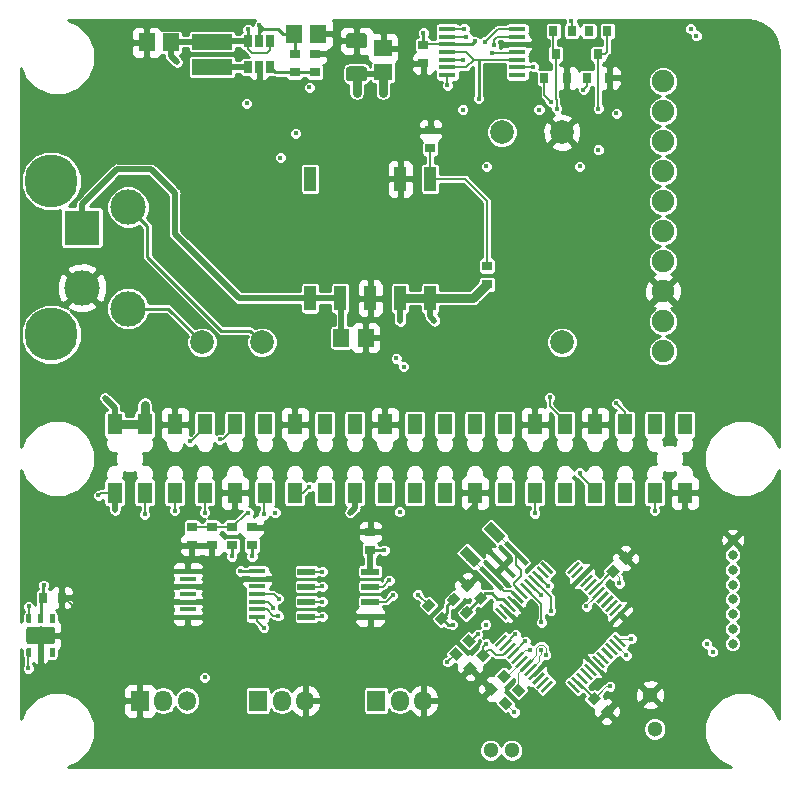
<source format=gbr>
G04 #@! TF.GenerationSoftware,KiCad,Pcbnew,5.0.2-bee76a0~70~ubuntu18.04.1*
G04 #@! TF.CreationDate,2019-10-30T17:39:39-07:00*
G04 #@! TF.ProjectId,piweather,70697765-6174-4686-9572-2e6b69636164,rev?*
G04 #@! TF.SameCoordinates,Original*
G04 #@! TF.FileFunction,Copper,L1,Top*
G04 #@! TF.FilePolarity,Positive*
%FSLAX46Y46*%
G04 Gerber Fmt 4.6, Leading zero omitted, Abs format (unit mm)*
G04 Created by KiCad (PCBNEW 5.0.2-bee76a0~70~ubuntu18.04.1) date Wed 30 Oct 2019 05:39:39 PM PDT*
%MOMM*%
%LPD*%
G01*
G04 APERTURE LIST*
G04 #@! TA.AperFunction,ComponentPad*
%ADD10C,0.800000*%
G04 #@! TD*
G04 #@! TA.AperFunction,SMDPad,CuDef*
%ADD11R,1.270000X1.800000*%
G04 #@! TD*
G04 #@! TA.AperFunction,SMDPad,CuDef*
%ADD12C,0.250000*%
G04 #@! TD*
G04 #@! TA.AperFunction,Conductor*
%ADD13C,0.100000*%
G04 #@! TD*
G04 #@! TA.AperFunction,ComponentPad*
%ADD14C,2.000000*%
G04 #@! TD*
G04 #@! TA.AperFunction,SMDPad,CuDef*
%ADD15R,1.500000X0.600000*%
G04 #@! TD*
G04 #@! TA.AperFunction,SMDPad,CuDef*
%ADD16R,1.000000X2.100000*%
G04 #@! TD*
G04 #@! TA.AperFunction,SMDPad,CuDef*
%ADD17C,0.400000*%
G04 #@! TD*
G04 #@! TA.AperFunction,SMDPad,CuDef*
%ADD18C,1.500000*%
G04 #@! TD*
G04 #@! TA.AperFunction,ComponentPad*
%ADD19C,1.900000*%
G04 #@! TD*
G04 #@! TA.AperFunction,ComponentPad*
%ADD20C,3.000000*%
G04 #@! TD*
G04 #@! TA.AperFunction,WasherPad*
%ADD21C,4.500000*%
G04 #@! TD*
G04 #@! TA.AperFunction,ComponentPad*
%ADD22R,3.000000X3.000000*%
G04 #@! TD*
G04 #@! TA.AperFunction,ComponentPad*
%ADD23C,1.300000*%
G04 #@! TD*
G04 #@! TA.AperFunction,SMDPad,CuDef*
%ADD24C,0.787000*%
G04 #@! TD*
G04 #@! TA.AperFunction,SMDPad,CuDef*
%ADD25C,1.250000*%
G04 #@! TD*
G04 #@! TA.AperFunction,SMDPad,CuDef*
%ADD26R,0.864000X0.787000*%
G04 #@! TD*
G04 #@! TA.AperFunction,SMDPad,CuDef*
%ADD27R,1.400000X1.500000*%
G04 #@! TD*
G04 #@! TA.AperFunction,SMDPad,CuDef*
%ADD28R,1.500000X1.400000*%
G04 #@! TD*
G04 #@! TA.AperFunction,SMDPad,CuDef*
%ADD29R,0.787000X0.864000*%
G04 #@! TD*
G04 #@! TA.AperFunction,SMDPad,CuDef*
%ADD30R,3.400000X1.350000*%
G04 #@! TD*
G04 #@! TA.AperFunction,SMDPad,CuDef*
%ADD31R,0.650000X1.060000*%
G04 #@! TD*
G04 #@! TA.AperFunction,SMDPad,CuDef*
%ADD32R,1.450000X0.450000*%
G04 #@! TD*
G04 #@! TA.AperFunction,SMDPad,CuDef*
%ADD33R,0.800000X0.900000*%
G04 #@! TD*
G04 #@! TA.AperFunction,ComponentPad*
%ADD34O,1.500000X1.700000*%
G04 #@! TD*
G04 #@! TA.AperFunction,ComponentPad*
%ADD35O,1.500000X1.800000*%
G04 #@! TD*
G04 #@! TA.AperFunction,ComponentPad*
%ADD36R,1.500000X1.800000*%
G04 #@! TD*
G04 #@! TA.AperFunction,SMDPad,CuDef*
%ADD37C,0.900000*%
G04 #@! TD*
G04 #@! TA.AperFunction,ViaPad*
%ADD38C,0.450000*%
G04 #@! TD*
G04 #@! TA.AperFunction,Conductor*
%ADD39C,0.500000*%
G04 #@! TD*
G04 #@! TA.AperFunction,Conductor*
%ADD40C,0.200000*%
G04 #@! TD*
G04 #@! TA.AperFunction,Conductor*
%ADD41C,0.150000*%
G04 #@! TD*
G04 #@! TA.AperFunction,Conductor*
%ADD42C,0.750000*%
G04 #@! TD*
G04 #@! TA.AperFunction,Conductor*
%ADD43C,0.250000*%
G04 #@! TD*
G04 #@! TA.AperFunction,Conductor*
%ADD44C,0.254000*%
G04 #@! TD*
G04 APERTURE END LIST*
D10*
G04 #@! TO.P,J2,8*
G04 #@! TO.N,GND*
X128200000Y-95425000D03*
G04 #@! TO.P,J2,7*
G04 #@! TO.N,/P1_TXD_HW_RXD*
X128200000Y-96675000D03*
G04 #@! TO.P,J2,6*
G04 #@! TO.N,/P1_RXD_HW_TXD*
X128200000Y-97925000D03*
G04 #@! TO.P,J2,5*
G04 #@! TO.N,N/C*
X128200000Y-99175000D03*
G04 #@! TO.P,J2,4*
X128200000Y-100425000D03*
G04 #@! TO.P,J2,3*
X128200000Y-101675000D03*
G04 #@! TO.P,J2,2*
G04 #@! TO.N,+5V*
X128200000Y-102925000D03*
G04 #@! TO.P,J2,1*
G04 #@! TO.N,/P1_3V3*
X128200000Y-104175000D03*
G04 #@! TD*
D11*
G04 #@! TO.P,J4,1*
G04 #@! TO.N,+3V3*
X75870000Y-91400000D03*
G04 #@! TO.P,J4,3*
G04 #@! TO.N,/SDA*
X78410000Y-91400000D03*
G04 #@! TO.P,J4,5*
G04 #@! TO.N,/SCL*
X80950000Y-91400000D03*
G04 #@! TO.P,J4,7*
G04 #@! TO.N,/BCM4_PIN7*
X83490000Y-91400000D03*
G04 #@! TO.P,J4,9*
G04 #@! TO.N,GND*
X86030000Y-91400000D03*
G04 #@! TO.P,J4,11*
G04 #@! TO.N,/BCM17_PIN11*
X88570000Y-91400000D03*
G04 #@! TO.P,J4,13*
G04 #@! TO.N,BCM27*
X91110000Y-91400000D03*
G04 #@! TO.P,J4,15*
G04 #@! TO.N,N/C*
X93650000Y-91400000D03*
G04 #@! TO.P,J4,17*
G04 #@! TO.N,+3V3*
X96190000Y-91400000D03*
G04 #@! TO.P,J4,19*
G04 #@! TO.N,N/C*
X98730000Y-91400000D03*
G04 #@! TO.P,J4,21*
X101270000Y-91400000D03*
G04 #@! TO.P,J4,23*
X103810000Y-91400000D03*
G04 #@! TO.P,J4,25*
G04 #@! TO.N,GND*
X106350000Y-91400000D03*
G04 #@! TO.P,J4,27*
G04 #@! TO.N,N/C*
X108890000Y-91400000D03*
G04 #@! TO.P,J4,29*
G04 #@! TO.N,/BCM5_PIN29*
X111430000Y-91400000D03*
G04 #@! TO.P,J4,31*
G04 #@! TO.N,N/C*
X113970000Y-91400000D03*
G04 #@! TO.P,J4,33*
G04 #@! TO.N,BCM13*
X116510000Y-91400000D03*
G04 #@! TO.P,J4,35*
G04 #@! TO.N,N/C*
X119050000Y-91400000D03*
G04 #@! TO.P,J4,37*
G04 #@! TO.N,/BCM26_PIN37*
X121590000Y-91400000D03*
G04 #@! TO.P,J4,39*
G04 #@! TO.N,GND*
X124130000Y-91400000D03*
G04 #@! TO.P,J4,2*
G04 #@! TO.N,+5V*
X75870000Y-85600000D03*
G04 #@! TO.P,J4,4*
X78410000Y-85600000D03*
G04 #@! TO.P,J4,6*
G04 #@! TO.N,GND*
X80950000Y-85600000D03*
G04 #@! TO.P,J4,8*
G04 #@! TO.N,/P0_TXD*
X83490000Y-85600000D03*
G04 #@! TO.P,J4,10*
G04 #@! TO.N,/P0_RXD*
X86030000Y-85600000D03*
G04 #@! TO.P,J4,12*
G04 #@! TO.N,N/C*
X88570000Y-85600000D03*
G04 #@! TO.P,J4,14*
G04 #@! TO.N,GND*
X91110000Y-85600000D03*
G04 #@! TO.P,J4,16*
G04 #@! TO.N,N/C*
X93650000Y-85600000D03*
G04 #@! TO.P,J4,18*
X96190000Y-85600000D03*
G04 #@! TO.P,J4,20*
G04 #@! TO.N,GND*
X98730000Y-85600000D03*
G04 #@! TO.P,J4,22*
G04 #@! TO.N,N/C*
X101270000Y-85600000D03*
G04 #@! TO.P,J4,24*
X103810000Y-85600000D03*
G04 #@! TO.P,J4,26*
X106350000Y-85600000D03*
G04 #@! TO.P,J4,28*
X108890000Y-85600000D03*
G04 #@! TO.P,J4,30*
G04 #@! TO.N,GND*
X111430000Y-85600000D03*
G04 #@! TO.P,J4,32*
G04 #@! TO.N,BCM12*
X113970000Y-85600000D03*
G04 #@! TO.P,J4,34*
G04 #@! TO.N,GND*
X116510000Y-85600000D03*
G04 #@! TO.P,J4,36*
G04 #@! TO.N,BCM16*
X119050000Y-85600000D03*
G04 #@! TO.P,J4,38*
G04 #@! TO.N,N/C*
X121590000Y-85600000D03*
G04 #@! TO.P,J4,40*
X124130000Y-85600000D03*
G04 #@! TD*
D12*
G04 #@! TO.P,U1,48*
G04 #@! TO.N,N/C*
X108579542Y-101643629D03*
D13*
G04 #@! TD*
G04 #@! TO.N,N/C*
G04 #@! TO.C,U1*
G36*
X109127550Y-102014860D02*
X108950773Y-102191637D01*
X108031534Y-101272398D01*
X108208311Y-101095621D01*
X109127550Y-102014860D01*
X109127550Y-102014860D01*
G37*
D12*
G04 #@! TO.P,U1,47*
G04 #@! TO.N,GND*
X108933095Y-101290076D03*
D13*
G04 #@! TD*
G04 #@! TO.N,GND*
G04 #@! TO.C,U1*
G36*
X109481103Y-101661307D02*
X109304326Y-101838084D01*
X108385087Y-100918845D01*
X108561864Y-100742068D01*
X109481103Y-101661307D01*
X109481103Y-101661307D01*
G37*
D12*
G04 #@! TO.P,U1,46*
G04 #@! TO.N,/AVCC*
X109286649Y-100936522D03*
D13*
G04 #@! TD*
G04 #@! TO.N,/AVCC*
G04 #@! TO.C,U1*
G36*
X109834657Y-101307753D02*
X109657880Y-101484530D01*
X108738641Y-100565291D01*
X108915418Y-100388514D01*
X109834657Y-101307753D01*
X109834657Y-101307753D01*
G37*
D12*
G04 #@! TO.P,U1,45*
G04 #@! TO.N,GND*
X109640202Y-100582969D03*
D13*
G04 #@! TD*
G04 #@! TO.N,GND*
G04 #@! TO.C,U1*
G36*
X110188210Y-100954200D02*
X110011433Y-101130977D01*
X109092194Y-100211738D01*
X109268971Y-100034961D01*
X110188210Y-100954200D01*
X110188210Y-100954200D01*
G37*
D12*
G04 #@! TO.P,U1,44*
G04 #@! TO.N,/XTOUT*
X109993755Y-100229416D03*
D13*
G04 #@! TD*
G04 #@! TO.N,/XTOUT*
G04 #@! TO.C,U1*
G36*
X110541763Y-100600647D02*
X110364986Y-100777424D01*
X109445747Y-99858185D01*
X109622524Y-99681408D01*
X110541763Y-100600647D01*
X110541763Y-100600647D01*
G37*
D12*
G04 #@! TO.P,U1,43*
G04 #@! TO.N,/XTIN*
X110347309Y-99875862D03*
D13*
G04 #@! TD*
G04 #@! TO.N,/XTIN*
G04 #@! TO.C,U1*
G36*
X110895317Y-100247093D02*
X110718540Y-100423870D01*
X109799301Y-99504631D01*
X109976078Y-99327854D01*
X110895317Y-100247093D01*
X110895317Y-100247093D01*
G37*
D12*
G04 #@! TO.P,U1,42*
G04 #@! TO.N,/VCC_FTDI*
X110700862Y-99522309D03*
D13*
G04 #@! TD*
G04 #@! TO.N,/VCC_FTDI*
G04 #@! TO.C,U1*
G36*
X111248870Y-99893540D02*
X111072093Y-100070317D01*
X110152854Y-99151078D01*
X110329631Y-98974301D01*
X111248870Y-99893540D01*
X111248870Y-99893540D01*
G37*
D12*
G04 #@! TO.P,U1,41*
G04 #@! TO.N,/P2_~RE*
X111054416Y-99168755D03*
D13*
G04 #@! TD*
G04 #@! TO.N,/P2_~RE*
G04 #@! TO.C,U1*
G36*
X111602424Y-99539986D02*
X111425647Y-99716763D01*
X110506408Y-98797524D01*
X110683185Y-98620747D01*
X111602424Y-99539986D01*
X111602424Y-99539986D01*
G37*
D12*
G04 #@! TO.P,U1,40*
G04 #@! TO.N,/P2_D*
X111407969Y-98815202D03*
D13*
G04 #@! TD*
G04 #@! TO.N,/P2_D*
G04 #@! TO.C,U1*
G36*
X111955977Y-99186433D02*
X111779200Y-99363210D01*
X110859961Y-98443971D01*
X111036738Y-98267194D01*
X111955977Y-99186433D01*
X111955977Y-99186433D01*
G37*
D12*
G04 #@! TO.P,U1,39*
G04 #@! TO.N,/P2_R*
X111761522Y-98461649D03*
D13*
G04 #@! TD*
G04 #@! TO.N,/P2_R*
G04 #@! TO.C,U1*
G36*
X112309530Y-98832880D02*
X112132753Y-99009657D01*
X111213514Y-98090418D01*
X111390291Y-97913641D01*
X112309530Y-98832880D01*
X112309530Y-98832880D01*
G37*
D12*
G04 #@! TO.P,U1,38*
G04 #@! TO.N,N/C*
X112115076Y-98108095D03*
D13*
G04 #@! TD*
G04 #@! TO.N,N/C*
G04 #@! TO.C,U1*
G36*
X112663084Y-98479326D02*
X112486307Y-98656103D01*
X111567068Y-97736864D01*
X111743845Y-97560087D01*
X112663084Y-98479326D01*
X112663084Y-98479326D01*
G37*
D12*
G04 #@! TO.P,U1,37*
G04 #@! TO.N,N/C*
X112468629Y-97754542D03*
D13*
G04 #@! TD*
G04 #@! TO.N,N/C*
G04 #@! TO.C,U1*
G36*
X113016637Y-98125773D02*
X112839860Y-98302550D01*
X111920621Y-97383311D01*
X112097398Y-97206534D01*
X113016637Y-98125773D01*
X113016637Y-98125773D01*
G37*
D12*
G04 #@! TO.P,U1,36*
G04 #@! TO.N,N/C*
X114731371Y-97754542D03*
D13*
G04 #@! TD*
G04 #@! TO.N,N/C*
G04 #@! TO.C,U1*
G36*
X114360140Y-98302550D02*
X114183363Y-98125773D01*
X115102602Y-97206534D01*
X115279379Y-97383311D01*
X114360140Y-98302550D01*
X114360140Y-98302550D01*
G37*
D12*
G04 #@! TO.P,U1,35*
G04 #@! TO.N,N/C*
X115084924Y-98108095D03*
D13*
G04 #@! TD*
G04 #@! TO.N,N/C*
G04 #@! TO.C,U1*
G36*
X114713693Y-98656103D02*
X114536916Y-98479326D01*
X115456155Y-97560087D01*
X115632932Y-97736864D01*
X114713693Y-98656103D01*
X114713693Y-98656103D01*
G37*
D12*
G04 #@! TO.P,U1,34*
G04 #@! TO.N,GND*
X115438478Y-98461649D03*
D13*
G04 #@! TD*
G04 #@! TO.N,GND*
G04 #@! TO.C,U1*
G36*
X115067247Y-99009657D02*
X114890470Y-98832880D01*
X115809709Y-97913641D01*
X115986486Y-98090418D01*
X115067247Y-99009657D01*
X115067247Y-99009657D01*
G37*
D12*
G04 #@! TO.P,U1,33*
G04 #@! TO.N,N/C*
X115792031Y-98815202D03*
D13*
G04 #@! TD*
G04 #@! TO.N,N/C*
G04 #@! TO.C,U1*
G36*
X115420800Y-99363210D02*
X115244023Y-99186433D01*
X116163262Y-98267194D01*
X116340039Y-98443971D01*
X115420800Y-99363210D01*
X115420800Y-99363210D01*
G37*
D12*
G04 #@! TO.P,U1,32*
G04 #@! TO.N,N/C*
X116145584Y-99168755D03*
D13*
G04 #@! TD*
G04 #@! TO.N,N/C*
G04 #@! TO.C,U1*
G36*
X115774353Y-99716763D02*
X115597576Y-99539986D01*
X116516815Y-98620747D01*
X116693592Y-98797524D01*
X115774353Y-99716763D01*
X115774353Y-99716763D01*
G37*
D12*
G04 #@! TO.P,U1,31*
G04 #@! TO.N,+5V*
X116499138Y-99522309D03*
D13*
G04 #@! TD*
G04 #@! TO.N,+5V*
G04 #@! TO.C,U1*
G36*
X116127907Y-100070317D02*
X115951130Y-99893540D01*
X116870369Y-98974301D01*
X117047146Y-99151078D01*
X116127907Y-100070317D01*
X116127907Y-100070317D01*
G37*
D12*
G04 #@! TO.P,U1,30*
G04 #@! TO.N,/P_DE*
X116852691Y-99875862D03*
D13*
G04 #@! TD*
G04 #@! TO.N,/P_DE*
G04 #@! TO.C,U1*
G36*
X116481460Y-100423870D02*
X116304683Y-100247093D01*
X117223922Y-99327854D01*
X117400699Y-99504631D01*
X116481460Y-100423870D01*
X116481460Y-100423870D01*
G37*
D12*
G04 #@! TO.P,U1,29*
G04 #@! TO.N,N/C*
X117206245Y-100229416D03*
D13*
G04 #@! TD*
G04 #@! TO.N,N/C*
G04 #@! TO.C,U1*
G36*
X116835014Y-100777424D02*
X116658237Y-100600647D01*
X117577476Y-99681408D01*
X117754253Y-99858185D01*
X116835014Y-100777424D01*
X116835014Y-100777424D01*
G37*
D12*
G04 #@! TO.P,U1,28*
G04 #@! TO.N,N/C*
X117559798Y-100582969D03*
D13*
G04 #@! TD*
G04 #@! TO.N,N/C*
G04 #@! TO.C,U1*
G36*
X117188567Y-101130977D02*
X117011790Y-100954200D01*
X117931029Y-100034961D01*
X118107806Y-100211738D01*
X117188567Y-101130977D01*
X117188567Y-101130977D01*
G37*
D12*
G04 #@! TO.P,U1,27*
G04 #@! TO.N,N/C*
X117913351Y-100936522D03*
D13*
G04 #@! TD*
G04 #@! TO.N,N/C*
G04 #@! TO.C,U1*
G36*
X117542120Y-101484530D02*
X117365343Y-101307753D01*
X118284582Y-100388514D01*
X118461359Y-100565291D01*
X117542120Y-101484530D01*
X117542120Y-101484530D01*
G37*
D12*
G04 #@! TO.P,U1,26*
G04 #@! TO.N,N/C*
X118266905Y-101290076D03*
D13*
G04 #@! TD*
G04 #@! TO.N,N/C*
G04 #@! TO.C,U1*
G36*
X117895674Y-101838084D02*
X117718897Y-101661307D01*
X118638136Y-100742068D01*
X118814913Y-100918845D01*
X117895674Y-101838084D01*
X117895674Y-101838084D01*
G37*
D12*
G04 #@! TO.P,U1,25*
G04 #@! TO.N,GND*
X118620458Y-101643629D03*
D13*
G04 #@! TD*
G04 #@! TO.N,GND*
G04 #@! TO.C,U1*
G36*
X118249227Y-102191637D02*
X118072450Y-102014860D01*
X118991689Y-101095621D01*
X119168466Y-101272398D01*
X118249227Y-102191637D01*
X118249227Y-102191637D01*
G37*
D12*
G04 #@! TO.P,U1,24*
G04 #@! TO.N,/P1_TXD_HW_RXD*
X118620458Y-103906371D03*
D13*
G04 #@! TD*
G04 #@! TO.N,/P1_TXD_HW_RXD*
G04 #@! TO.C,U1*
G36*
X119168466Y-104277602D02*
X118991689Y-104454379D01*
X118072450Y-103535140D01*
X118249227Y-103358363D01*
X119168466Y-104277602D01*
X119168466Y-104277602D01*
G37*
D12*
G04 #@! TO.P,U1,23*
G04 #@! TO.N,/P1_RXD_HW_TXD*
X118266905Y-104259924D03*
D13*
G04 #@! TD*
G04 #@! TO.N,/P1_RXD_HW_TXD*
G04 #@! TO.C,U1*
G36*
X118814913Y-104631155D02*
X118638136Y-104807932D01*
X117718897Y-103888693D01*
X117895674Y-103711916D01*
X118814913Y-104631155D01*
X118814913Y-104631155D01*
G37*
D12*
G04 #@! TO.P,U1,22*
G04 #@! TO.N,N/C*
X117913351Y-104613478D03*
D13*
G04 #@! TD*
G04 #@! TO.N,N/C*
G04 #@! TO.C,U1*
G36*
X118461359Y-104984709D02*
X118284582Y-105161486D01*
X117365343Y-104242247D01*
X117542120Y-104065470D01*
X118461359Y-104984709D01*
X118461359Y-104984709D01*
G37*
D12*
G04 #@! TO.P,U1,21*
G04 #@! TO.N,N/C*
X117559798Y-104967031D03*
D13*
G04 #@! TD*
G04 #@! TO.N,N/C*
G04 #@! TO.C,U1*
G36*
X118107806Y-105338262D02*
X117931029Y-105515039D01*
X117011790Y-104595800D01*
X117188567Y-104419023D01*
X118107806Y-105338262D01*
X118107806Y-105338262D01*
G37*
D12*
G04 #@! TO.P,U1,20*
G04 #@! TO.N,N/C*
X117206245Y-105320584D03*
D13*
G04 #@! TD*
G04 #@! TO.N,N/C*
G04 #@! TO.C,U1*
G36*
X117754253Y-105691815D02*
X117577476Y-105868592D01*
X116658237Y-104949353D01*
X116835014Y-104772576D01*
X117754253Y-105691815D01*
X117754253Y-105691815D01*
G37*
D12*
G04 #@! TO.P,U1,19*
G04 #@! TO.N,N/C*
X116852691Y-105674138D03*
D13*
G04 #@! TD*
G04 #@! TO.N,N/C*
G04 #@! TO.C,U1*
G36*
X117400699Y-106045369D02*
X117223922Y-106222146D01*
X116304683Y-105302907D01*
X116481460Y-105126130D01*
X117400699Y-106045369D01*
X117400699Y-106045369D01*
G37*
D12*
G04 #@! TO.P,U1,18*
G04 #@! TO.N,GND*
X116499138Y-106027691D03*
D13*
G04 #@! TD*
G04 #@! TO.N,GND*
G04 #@! TO.C,U1*
G36*
X117047146Y-106398922D02*
X116870369Y-106575699D01*
X115951130Y-105656460D01*
X116127907Y-105479683D01*
X117047146Y-106398922D01*
X117047146Y-106398922D01*
G37*
D12*
G04 #@! TO.P,U1,17*
G04 #@! TO.N,N/C*
X116145584Y-106381245D03*
D13*
G04 #@! TD*
G04 #@! TO.N,N/C*
G04 #@! TO.C,U1*
G36*
X116693592Y-106752476D02*
X116516815Y-106929253D01*
X115597576Y-106010014D01*
X115774353Y-105833237D01*
X116693592Y-106752476D01*
X116693592Y-106752476D01*
G37*
D12*
G04 #@! TO.P,U1,16*
G04 #@! TO.N,N/C*
X115792031Y-106734798D03*
D13*
G04 #@! TD*
G04 #@! TO.N,N/C*
G04 #@! TO.C,U1*
G36*
X116340039Y-107106029D02*
X116163262Y-107282806D01*
X115244023Y-106363567D01*
X115420800Y-106186790D01*
X116340039Y-107106029D01*
X116340039Y-107106029D01*
G37*
D12*
G04 #@! TO.P,U1,15*
G04 #@! TO.N,N/C*
X115438478Y-107088351D03*
D13*
G04 #@! TD*
G04 #@! TO.N,N/C*
G04 #@! TO.C,U1*
G36*
X115986486Y-107459582D02*
X115809709Y-107636359D01*
X114890470Y-106717120D01*
X115067247Y-106540343D01*
X115986486Y-107459582D01*
X115986486Y-107459582D01*
G37*
D12*
G04 #@! TO.P,U1,14*
G04 #@! TO.N,/P1_3V3*
X115084924Y-107441905D03*
D13*
G04 #@! TD*
G04 #@! TO.N,/P1_3V3*
G04 #@! TO.C,U1*
G36*
X115632932Y-107813136D02*
X115456155Y-107989913D01*
X114536916Y-107070674D01*
X114713693Y-106893897D01*
X115632932Y-107813136D01*
X115632932Y-107813136D01*
G37*
D12*
G04 #@! TO.P,U1,13*
G04 #@! TO.N,N/C*
X114731371Y-107795458D03*
D13*
G04 #@! TD*
G04 #@! TO.N,N/C*
G04 #@! TO.C,U1*
G36*
X115279379Y-108166689D02*
X115102602Y-108343466D01*
X114183363Y-107424227D01*
X114360140Y-107247450D01*
X115279379Y-108166689D01*
X115279379Y-108166689D01*
G37*
D12*
G04 #@! TO.P,U1,12*
G04 #@! TO.N,N/C*
X112468629Y-107795458D03*
D13*
G04 #@! TD*
G04 #@! TO.N,N/C*
G04 #@! TO.C,U1*
G36*
X112097398Y-108343466D02*
X111920621Y-108166689D01*
X112839860Y-107247450D01*
X113016637Y-107424227D01*
X112097398Y-108343466D01*
X112097398Y-108343466D01*
G37*
D12*
G04 #@! TO.P,U1,11*
G04 #@! TO.N,N/C*
X112115076Y-107441905D03*
D13*
G04 #@! TD*
G04 #@! TO.N,N/C*
G04 #@! TO.C,U1*
G36*
X111743845Y-107989913D02*
X111567068Y-107813136D01*
X112486307Y-106893897D01*
X112663084Y-107070674D01*
X111743845Y-107989913D01*
X111743845Y-107989913D01*
G37*
D12*
G04 #@! TO.P,U1,10*
G04 #@! TO.N,N/C*
X111761522Y-107088351D03*
D13*
G04 #@! TD*
G04 #@! TO.N,N/C*
G04 #@! TO.C,U1*
G36*
X111390291Y-107636359D02*
X111213514Y-107459582D01*
X112132753Y-106540343D01*
X112309530Y-106717120D01*
X111390291Y-107636359D01*
X111390291Y-107636359D01*
G37*
D12*
G04 #@! TO.P,U1,9*
G04 #@! TO.N,GND*
X111407969Y-106734798D03*
D13*
G04 #@! TD*
G04 #@! TO.N,GND*
G04 #@! TO.C,U1*
G36*
X111036738Y-107282806D02*
X110859961Y-107106029D01*
X111779200Y-106186790D01*
X111955977Y-106363567D01*
X111036738Y-107282806D01*
X111036738Y-107282806D01*
G37*
D12*
G04 #@! TO.P,U1,8*
G04 #@! TO.N,/USBD_N*
X111054416Y-106381245D03*
D13*
G04 #@! TD*
G04 #@! TO.N,/USBD_N*
G04 #@! TO.C,U1*
G36*
X110683185Y-106929253D02*
X110506408Y-106752476D01*
X111425647Y-105833237D01*
X111602424Y-106010014D01*
X110683185Y-106929253D01*
X110683185Y-106929253D01*
G37*
D12*
G04 #@! TO.P,U1,7*
G04 #@! TO.N,/USBD_P*
X110700862Y-106027691D03*
D13*
G04 #@! TD*
G04 #@! TO.N,/USBD_P*
G04 #@! TO.C,U1*
G36*
X110329631Y-106575699D02*
X110152854Y-106398922D01*
X111072093Y-105479683D01*
X111248870Y-105656460D01*
X110329631Y-106575699D01*
X110329631Y-106575699D01*
G37*
D12*
G04 #@! TO.P,U1,6*
G04 #@! TO.N,/3V3OUT*
X110347309Y-105674138D03*
D13*
G04 #@! TD*
G04 #@! TO.N,/3V3OUT*
G04 #@! TO.C,U1*
G36*
X109976078Y-106222146D02*
X109799301Y-106045369D01*
X110718540Y-105126130D01*
X110895317Y-105302907D01*
X109976078Y-106222146D01*
X109976078Y-106222146D01*
G37*
D12*
G04 #@! TO.P,U1,5*
G04 #@! TO.N,/~RSTOUT*
X109993755Y-105320584D03*
D13*
G04 #@! TD*
G04 #@! TO.N,/~RSTOUT*
G04 #@! TO.C,U1*
G36*
X109622524Y-105868592D02*
X109445747Y-105691815D01*
X110364986Y-104772576D01*
X110541763Y-104949353D01*
X109622524Y-105868592D01*
X109622524Y-105868592D01*
G37*
D12*
G04 #@! TO.P,U1,4*
G04 #@! TO.N,+5V*
X109640202Y-104967031D03*
D13*
G04 #@! TD*
G04 #@! TO.N,+5V*
G04 #@! TO.C,U1*
G36*
X109268971Y-105515039D02*
X109092194Y-105338262D01*
X110011433Y-104419023D01*
X110188210Y-104595800D01*
X109268971Y-105515039D01*
X109268971Y-105515039D01*
G37*
D12*
G04 #@! TO.P,U1,3*
G04 #@! TO.N,/VCC_FTDI*
X109286649Y-104613478D03*
D13*
G04 #@! TD*
G04 #@! TO.N,/VCC_FTDI*
G04 #@! TO.C,U1*
G36*
X108915418Y-105161486D02*
X108738641Y-104984709D01*
X109657880Y-104065470D01*
X109834657Y-104242247D01*
X108915418Y-105161486D01*
X108915418Y-105161486D01*
G37*
D12*
G04 #@! TO.P,U1,2*
G04 #@! TO.N,/EEDATA*
X108933095Y-104259924D03*
D13*
G04 #@! TD*
G04 #@! TO.N,/EEDATA*
G04 #@! TO.C,U1*
G36*
X108561864Y-104807932D02*
X108385087Y-104631155D01*
X109304326Y-103711916D01*
X109481103Y-103888693D01*
X108561864Y-104807932D01*
X108561864Y-104807932D01*
G37*
D12*
G04 #@! TO.P,U1,1*
G04 #@! TO.N,N/C*
X108579542Y-103906371D03*
D13*
G04 #@! TD*
G04 #@! TO.N,N/C*
G04 #@! TO.C,U1*
G36*
X108208311Y-104454379D02*
X108031534Y-104277602D01*
X108950773Y-103358363D01*
X109127550Y-103535140D01*
X108208311Y-104454379D01*
X108208311Y-104454379D01*
G37*
D14*
G04 #@! TO.P,U2,16*
G04 #@! TO.N,+5V*
X108660000Y-60885000D03*
G04 #@! TO.P,U2,14*
G04 #@! TO.N,GND*
X113740000Y-60885000D03*
G04 #@! TO.P,U2,13*
G04 #@! TO.N,N/C*
X113740000Y-78665000D03*
G04 #@! TO.P,U2,3*
G04 #@! TO.N,/AC_N*
X88340000Y-78665000D03*
G04 #@! TO.P,U2,1*
G04 #@! TO.N,/AC_L*
X83260000Y-78665000D03*
G04 #@! TD*
D15*
G04 #@! TO.P,U3,8*
G04 #@! TO.N,+5V*
X97500000Y-98070000D03*
G04 #@! TO.P,U3,7*
G04 #@! TO.N,RS485_B*
X97500000Y-99340000D03*
G04 #@! TO.P,U3,6*
G04 #@! TO.N,RS485_A*
X97500000Y-100610000D03*
G04 #@! TO.P,U3,5*
G04 #@! TO.N,GND*
X97500000Y-101880000D03*
G04 #@! TO.P,U3,4*
G04 #@! TO.N,/P2_D*
X92100000Y-101880000D03*
G04 #@! TO.P,U3,3*
G04 #@! TO.N,/P_DE*
X92100000Y-100610000D03*
G04 #@! TO.P,U3,2*
G04 #@! TO.N,/P2_~RE*
X92100000Y-99340000D03*
G04 #@! TO.P,U3,1*
G04 #@! TO.N,/P2_R*
X92100000Y-98070000D03*
G04 #@! TD*
D16*
G04 #@! TO.P,U4,10*
G04 #@! TO.N,N/C*
X92420000Y-64825000D03*
G04 #@! TO.P,U4,7*
G04 #@! TO.N,GND*
X100040000Y-64825000D03*
G04 #@! TO.P,U4,6*
G04 #@! TO.N,/FB_DCDC*
X102580000Y-64825000D03*
G04 #@! TO.P,U4,5*
G04 #@! TO.N,+5V*
X102580000Y-74925000D03*
G04 #@! TO.P,U4,4*
X100040000Y-74925000D03*
G04 #@! TO.P,U4,3*
G04 #@! TO.N,GND*
X97500000Y-74925000D03*
G04 #@! TO.P,U4,2*
G04 #@! TO.N,/IN_24V*
X94960000Y-74925000D03*
G04 #@! TO.P,U4,1*
X92420000Y-74925000D03*
G04 #@! TD*
D13*
G04 #@! TO.N,/SCL*
G04 #@! TO.C,U5*
G36*
X68709802Y-101625482D02*
X68719509Y-101626921D01*
X68729028Y-101629306D01*
X68738268Y-101632612D01*
X68747140Y-101636808D01*
X68755557Y-101641853D01*
X68763439Y-101647699D01*
X68770711Y-101654289D01*
X68777301Y-101661561D01*
X68783147Y-101669443D01*
X68788192Y-101677860D01*
X68792388Y-101686732D01*
X68795694Y-101695972D01*
X68798079Y-101705491D01*
X68799518Y-101715198D01*
X68800000Y-101725000D01*
X68800000Y-102325000D01*
X68799518Y-102334802D01*
X68798079Y-102344509D01*
X68795694Y-102354028D01*
X68792388Y-102363268D01*
X68788192Y-102372140D01*
X68783147Y-102380557D01*
X68777301Y-102388439D01*
X68770711Y-102395711D01*
X68763439Y-102402301D01*
X68755557Y-102408147D01*
X68747140Y-102413192D01*
X68738268Y-102417388D01*
X68729028Y-102420694D01*
X68719509Y-102423079D01*
X68709802Y-102424518D01*
X68700000Y-102425000D01*
X68500000Y-102425000D01*
X68490198Y-102424518D01*
X68480491Y-102423079D01*
X68470972Y-102420694D01*
X68461732Y-102417388D01*
X68452860Y-102413192D01*
X68444443Y-102408147D01*
X68436561Y-102402301D01*
X68429289Y-102395711D01*
X68422699Y-102388439D01*
X68416853Y-102380557D01*
X68411808Y-102372140D01*
X68407612Y-102363268D01*
X68404306Y-102354028D01*
X68401921Y-102344509D01*
X68400482Y-102334802D01*
X68400000Y-102325000D01*
X68400000Y-101725000D01*
X68400482Y-101715198D01*
X68401921Y-101705491D01*
X68404306Y-101695972D01*
X68407612Y-101686732D01*
X68411808Y-101677860D01*
X68416853Y-101669443D01*
X68422699Y-101661561D01*
X68429289Y-101654289D01*
X68436561Y-101647699D01*
X68444443Y-101641853D01*
X68452860Y-101636808D01*
X68461732Y-101632612D01*
X68470972Y-101629306D01*
X68480491Y-101626921D01*
X68490198Y-101625482D01*
X68500000Y-101625000D01*
X68700000Y-101625000D01*
X68709802Y-101625482D01*
X68709802Y-101625482D01*
G37*
D17*
G04 #@! TD*
G04 #@! TO.P,U5,6*
G04 #@! TO.N,/SCL*
X68600000Y-102025000D03*
D13*
G04 #@! TO.N,+3V3*
G04 #@! TO.C,U5*
G36*
X69709802Y-101625482D02*
X69719509Y-101626921D01*
X69729028Y-101629306D01*
X69738268Y-101632612D01*
X69747140Y-101636808D01*
X69755557Y-101641853D01*
X69763439Y-101647699D01*
X69770711Y-101654289D01*
X69777301Y-101661561D01*
X69783147Y-101669443D01*
X69788192Y-101677860D01*
X69792388Y-101686732D01*
X69795694Y-101695972D01*
X69798079Y-101705491D01*
X69799518Y-101715198D01*
X69800000Y-101725000D01*
X69800000Y-102325000D01*
X69799518Y-102334802D01*
X69798079Y-102344509D01*
X69795694Y-102354028D01*
X69792388Y-102363268D01*
X69788192Y-102372140D01*
X69783147Y-102380557D01*
X69777301Y-102388439D01*
X69770711Y-102395711D01*
X69763439Y-102402301D01*
X69755557Y-102408147D01*
X69747140Y-102413192D01*
X69738268Y-102417388D01*
X69729028Y-102420694D01*
X69719509Y-102423079D01*
X69709802Y-102424518D01*
X69700000Y-102425000D01*
X69500000Y-102425000D01*
X69490198Y-102424518D01*
X69480491Y-102423079D01*
X69470972Y-102420694D01*
X69461732Y-102417388D01*
X69452860Y-102413192D01*
X69444443Y-102408147D01*
X69436561Y-102402301D01*
X69429289Y-102395711D01*
X69422699Y-102388439D01*
X69416853Y-102380557D01*
X69411808Y-102372140D01*
X69407612Y-102363268D01*
X69404306Y-102354028D01*
X69401921Y-102344509D01*
X69400482Y-102334802D01*
X69400000Y-102325000D01*
X69400000Y-101725000D01*
X69400482Y-101715198D01*
X69401921Y-101705491D01*
X69404306Y-101695972D01*
X69407612Y-101686732D01*
X69411808Y-101677860D01*
X69416853Y-101669443D01*
X69422699Y-101661561D01*
X69429289Y-101654289D01*
X69436561Y-101647699D01*
X69444443Y-101641853D01*
X69452860Y-101636808D01*
X69461732Y-101632612D01*
X69470972Y-101629306D01*
X69480491Y-101626921D01*
X69490198Y-101625482D01*
X69500000Y-101625000D01*
X69700000Y-101625000D01*
X69709802Y-101625482D01*
X69709802Y-101625482D01*
G37*
D17*
G04 #@! TD*
G04 #@! TO.P,U5,5*
G04 #@! TO.N,+3V3*
X69600000Y-102025000D03*
D13*
G04 #@! TO.N,N/C*
G04 #@! TO.C,U5*
G36*
X70709802Y-101625482D02*
X70719509Y-101626921D01*
X70729028Y-101629306D01*
X70738268Y-101632612D01*
X70747140Y-101636808D01*
X70755557Y-101641853D01*
X70763439Y-101647699D01*
X70770711Y-101654289D01*
X70777301Y-101661561D01*
X70783147Y-101669443D01*
X70788192Y-101677860D01*
X70792388Y-101686732D01*
X70795694Y-101695972D01*
X70798079Y-101705491D01*
X70799518Y-101715198D01*
X70800000Y-101725000D01*
X70800000Y-102325000D01*
X70799518Y-102334802D01*
X70798079Y-102344509D01*
X70795694Y-102354028D01*
X70792388Y-102363268D01*
X70788192Y-102372140D01*
X70783147Y-102380557D01*
X70777301Y-102388439D01*
X70770711Y-102395711D01*
X70763439Y-102402301D01*
X70755557Y-102408147D01*
X70747140Y-102413192D01*
X70738268Y-102417388D01*
X70729028Y-102420694D01*
X70719509Y-102423079D01*
X70709802Y-102424518D01*
X70700000Y-102425000D01*
X70500000Y-102425000D01*
X70490198Y-102424518D01*
X70480491Y-102423079D01*
X70470972Y-102420694D01*
X70461732Y-102417388D01*
X70452860Y-102413192D01*
X70444443Y-102408147D01*
X70436561Y-102402301D01*
X70429289Y-102395711D01*
X70422699Y-102388439D01*
X70416853Y-102380557D01*
X70411808Y-102372140D01*
X70407612Y-102363268D01*
X70404306Y-102354028D01*
X70401921Y-102344509D01*
X70400482Y-102334802D01*
X70400000Y-102325000D01*
X70400000Y-101725000D01*
X70400482Y-101715198D01*
X70401921Y-101705491D01*
X70404306Y-101695972D01*
X70407612Y-101686732D01*
X70411808Y-101677860D01*
X70416853Y-101669443D01*
X70422699Y-101661561D01*
X70429289Y-101654289D01*
X70436561Y-101647699D01*
X70444443Y-101641853D01*
X70452860Y-101636808D01*
X70461732Y-101632612D01*
X70470972Y-101629306D01*
X70480491Y-101626921D01*
X70490198Y-101625482D01*
X70500000Y-101625000D01*
X70700000Y-101625000D01*
X70709802Y-101625482D01*
X70709802Y-101625482D01*
G37*
D17*
G04 #@! TD*
G04 #@! TO.P,U5,4*
G04 #@! TO.N,N/C*
X70600000Y-102025000D03*
D13*
G04 #@! TO.N,N/C*
G04 #@! TO.C,U5*
G36*
X70709802Y-104525482D02*
X70719509Y-104526921D01*
X70729028Y-104529306D01*
X70738268Y-104532612D01*
X70747140Y-104536808D01*
X70755557Y-104541853D01*
X70763439Y-104547699D01*
X70770711Y-104554289D01*
X70777301Y-104561561D01*
X70783147Y-104569443D01*
X70788192Y-104577860D01*
X70792388Y-104586732D01*
X70795694Y-104595972D01*
X70798079Y-104605491D01*
X70799518Y-104615198D01*
X70800000Y-104625000D01*
X70800000Y-105225000D01*
X70799518Y-105234802D01*
X70798079Y-105244509D01*
X70795694Y-105254028D01*
X70792388Y-105263268D01*
X70788192Y-105272140D01*
X70783147Y-105280557D01*
X70777301Y-105288439D01*
X70770711Y-105295711D01*
X70763439Y-105302301D01*
X70755557Y-105308147D01*
X70747140Y-105313192D01*
X70738268Y-105317388D01*
X70729028Y-105320694D01*
X70719509Y-105323079D01*
X70709802Y-105324518D01*
X70700000Y-105325000D01*
X70500000Y-105325000D01*
X70490198Y-105324518D01*
X70480491Y-105323079D01*
X70470972Y-105320694D01*
X70461732Y-105317388D01*
X70452860Y-105313192D01*
X70444443Y-105308147D01*
X70436561Y-105302301D01*
X70429289Y-105295711D01*
X70422699Y-105288439D01*
X70416853Y-105280557D01*
X70411808Y-105272140D01*
X70407612Y-105263268D01*
X70404306Y-105254028D01*
X70401921Y-105244509D01*
X70400482Y-105234802D01*
X70400000Y-105225000D01*
X70400000Y-104625000D01*
X70400482Y-104615198D01*
X70401921Y-104605491D01*
X70404306Y-104595972D01*
X70407612Y-104586732D01*
X70411808Y-104577860D01*
X70416853Y-104569443D01*
X70422699Y-104561561D01*
X70429289Y-104554289D01*
X70436561Y-104547699D01*
X70444443Y-104541853D01*
X70452860Y-104536808D01*
X70461732Y-104532612D01*
X70470972Y-104529306D01*
X70480491Y-104526921D01*
X70490198Y-104525482D01*
X70500000Y-104525000D01*
X70700000Y-104525000D01*
X70709802Y-104525482D01*
X70709802Y-104525482D01*
G37*
D17*
G04 #@! TD*
G04 #@! TO.P,U5,3*
G04 #@! TO.N,N/C*
X70600000Y-104925000D03*
D13*
G04 #@! TO.N,GND*
G04 #@! TO.C,U5*
G36*
X69709802Y-104525482D02*
X69719509Y-104526921D01*
X69729028Y-104529306D01*
X69738268Y-104532612D01*
X69747140Y-104536808D01*
X69755557Y-104541853D01*
X69763439Y-104547699D01*
X69770711Y-104554289D01*
X69777301Y-104561561D01*
X69783147Y-104569443D01*
X69788192Y-104577860D01*
X69792388Y-104586732D01*
X69795694Y-104595972D01*
X69798079Y-104605491D01*
X69799518Y-104615198D01*
X69800000Y-104625000D01*
X69800000Y-105225000D01*
X69799518Y-105234802D01*
X69798079Y-105244509D01*
X69795694Y-105254028D01*
X69792388Y-105263268D01*
X69788192Y-105272140D01*
X69783147Y-105280557D01*
X69777301Y-105288439D01*
X69770711Y-105295711D01*
X69763439Y-105302301D01*
X69755557Y-105308147D01*
X69747140Y-105313192D01*
X69738268Y-105317388D01*
X69729028Y-105320694D01*
X69719509Y-105323079D01*
X69709802Y-105324518D01*
X69700000Y-105325000D01*
X69500000Y-105325000D01*
X69490198Y-105324518D01*
X69480491Y-105323079D01*
X69470972Y-105320694D01*
X69461732Y-105317388D01*
X69452860Y-105313192D01*
X69444443Y-105308147D01*
X69436561Y-105302301D01*
X69429289Y-105295711D01*
X69422699Y-105288439D01*
X69416853Y-105280557D01*
X69411808Y-105272140D01*
X69407612Y-105263268D01*
X69404306Y-105254028D01*
X69401921Y-105244509D01*
X69400482Y-105234802D01*
X69400000Y-105225000D01*
X69400000Y-104625000D01*
X69400482Y-104615198D01*
X69401921Y-104605491D01*
X69404306Y-104595972D01*
X69407612Y-104586732D01*
X69411808Y-104577860D01*
X69416853Y-104569443D01*
X69422699Y-104561561D01*
X69429289Y-104554289D01*
X69436561Y-104547699D01*
X69444443Y-104541853D01*
X69452860Y-104536808D01*
X69461732Y-104532612D01*
X69470972Y-104529306D01*
X69480491Y-104526921D01*
X69490198Y-104525482D01*
X69500000Y-104525000D01*
X69700000Y-104525000D01*
X69709802Y-104525482D01*
X69709802Y-104525482D01*
G37*
D17*
G04 #@! TD*
G04 #@! TO.P,U5,2*
G04 #@! TO.N,GND*
X69600000Y-104925000D03*
D13*
G04 #@! TO.N,/SDA*
G04 #@! TO.C,U5*
G36*
X68709802Y-104525482D02*
X68719509Y-104526921D01*
X68729028Y-104529306D01*
X68738268Y-104532612D01*
X68747140Y-104536808D01*
X68755557Y-104541853D01*
X68763439Y-104547699D01*
X68770711Y-104554289D01*
X68777301Y-104561561D01*
X68783147Y-104569443D01*
X68788192Y-104577860D01*
X68792388Y-104586732D01*
X68795694Y-104595972D01*
X68798079Y-104605491D01*
X68799518Y-104615198D01*
X68800000Y-104625000D01*
X68800000Y-105225000D01*
X68799518Y-105234802D01*
X68798079Y-105244509D01*
X68795694Y-105254028D01*
X68792388Y-105263268D01*
X68788192Y-105272140D01*
X68783147Y-105280557D01*
X68777301Y-105288439D01*
X68770711Y-105295711D01*
X68763439Y-105302301D01*
X68755557Y-105308147D01*
X68747140Y-105313192D01*
X68738268Y-105317388D01*
X68729028Y-105320694D01*
X68719509Y-105323079D01*
X68709802Y-105324518D01*
X68700000Y-105325000D01*
X68500000Y-105325000D01*
X68490198Y-105324518D01*
X68480491Y-105323079D01*
X68470972Y-105320694D01*
X68461732Y-105317388D01*
X68452860Y-105313192D01*
X68444443Y-105308147D01*
X68436561Y-105302301D01*
X68429289Y-105295711D01*
X68422699Y-105288439D01*
X68416853Y-105280557D01*
X68411808Y-105272140D01*
X68407612Y-105263268D01*
X68404306Y-105254028D01*
X68401921Y-105244509D01*
X68400482Y-105234802D01*
X68400000Y-105225000D01*
X68400000Y-104625000D01*
X68400482Y-104615198D01*
X68401921Y-104605491D01*
X68404306Y-104595972D01*
X68407612Y-104586732D01*
X68411808Y-104577860D01*
X68416853Y-104569443D01*
X68422699Y-104561561D01*
X68429289Y-104554289D01*
X68436561Y-104547699D01*
X68444443Y-104541853D01*
X68452860Y-104536808D01*
X68461732Y-104532612D01*
X68470972Y-104529306D01*
X68480491Y-104526921D01*
X68490198Y-104525482D01*
X68500000Y-104525000D01*
X68700000Y-104525000D01*
X68709802Y-104525482D01*
X68709802Y-104525482D01*
G37*
D17*
G04 #@! TD*
G04 #@! TO.P,U5,1*
G04 #@! TO.N,/SDA*
X68600000Y-104925000D03*
D13*
G04 #@! TO.N,GND*
G04 #@! TO.C,U5*
G36*
X70574504Y-102726204D02*
X70598773Y-102729804D01*
X70622571Y-102735765D01*
X70645671Y-102744030D01*
X70667849Y-102754520D01*
X70688893Y-102767133D01*
X70708598Y-102781747D01*
X70726777Y-102798223D01*
X70743253Y-102816402D01*
X70757867Y-102836107D01*
X70770480Y-102857151D01*
X70780970Y-102879329D01*
X70789235Y-102902429D01*
X70795196Y-102926227D01*
X70798796Y-102950496D01*
X70800000Y-102975000D01*
X70800000Y-103975000D01*
X70798796Y-103999504D01*
X70795196Y-104023773D01*
X70789235Y-104047571D01*
X70780970Y-104070671D01*
X70770480Y-104092849D01*
X70757867Y-104113893D01*
X70743253Y-104133598D01*
X70726777Y-104151777D01*
X70708598Y-104168253D01*
X70688893Y-104182867D01*
X70667849Y-104195480D01*
X70645671Y-104205970D01*
X70622571Y-104214235D01*
X70598773Y-104220196D01*
X70574504Y-104223796D01*
X70550000Y-104225000D01*
X68650000Y-104225000D01*
X68625496Y-104223796D01*
X68601227Y-104220196D01*
X68577429Y-104214235D01*
X68554329Y-104205970D01*
X68532151Y-104195480D01*
X68511107Y-104182867D01*
X68491402Y-104168253D01*
X68473223Y-104151777D01*
X68456747Y-104133598D01*
X68442133Y-104113893D01*
X68429520Y-104092849D01*
X68419030Y-104070671D01*
X68410765Y-104047571D01*
X68404804Y-104023773D01*
X68401204Y-103999504D01*
X68400000Y-103975000D01*
X68400000Y-102975000D01*
X68401204Y-102950496D01*
X68404804Y-102926227D01*
X68410765Y-102902429D01*
X68419030Y-102879329D01*
X68429520Y-102857151D01*
X68442133Y-102836107D01*
X68456747Y-102816402D01*
X68473223Y-102798223D01*
X68491402Y-102781747D01*
X68511107Y-102767133D01*
X68532151Y-102754520D01*
X68554329Y-102744030D01*
X68577429Y-102735765D01*
X68601227Y-102729804D01*
X68625496Y-102726204D01*
X68650000Y-102725000D01*
X70550000Y-102725000D01*
X70574504Y-102726204D01*
X70574504Y-102726204D01*
G37*
D18*
G04 #@! TD*
G04 #@! TO.P,U5,7*
G04 #@! TO.N,GND*
X69600000Y-103475000D03*
D19*
G04 #@! TO.P,J1,10*
G04 #@! TO.N,+24V*
X122300000Y-56570000D03*
G04 #@! TO.P,J1,9*
G04 #@! TO.N,/DO27*
X122300000Y-59110000D03*
G04 #@! TO.P,J1,8*
G04 #@! TO.N,/DO16*
X122300000Y-61650000D03*
G04 #@! TO.P,J1,7*
G04 #@! TO.N,/DO13*
X122300000Y-64190000D03*
G04 #@! TO.P,J1,6*
G04 #@! TO.N,/DO12*
X122300000Y-66730000D03*
G04 #@! TO.P,J1,5*
G04 #@! TO.N,/DI26*
X122300000Y-69270000D03*
G04 #@! TO.P,J1,4*
G04 #@! TO.N,/DI17*
X122300000Y-71810000D03*
G04 #@! TO.P,J1,3*
G04 #@! TO.N,GND*
X122300000Y-74350000D03*
G04 #@! TO.P,J1,2*
G04 #@! TO.N,RS485_B*
X122300000Y-76890000D03*
G04 #@! TO.P,J1,1*
G04 #@! TO.N,RS485_A*
X122300000Y-79430000D03*
G04 #@! TD*
D20*
G04 #@! TO.P,J12,2*
G04 #@! TO.N,/AC_N*
X77000000Y-67200000D03*
G04 #@! TO.P,J12,1*
G04 #@! TO.N,/AC_L*
X77000000Y-75800000D03*
D21*
G04 #@! TO.P,J12,*
G04 #@! TO.N,*
X70500000Y-65000000D03*
X70500000Y-78000000D03*
G04 #@! TD*
D22*
G04 #@! TO.P,J3,1*
G04 #@! TO.N,/IN_24V*
X73100000Y-68960000D03*
D20*
G04 #@! TO.P,J3,2*
G04 #@! TO.N,GND*
X73100000Y-74040000D03*
G04 #@! TD*
D23*
G04 #@! TO.P,J6,1*
G04 #@! TO.N,+5V*
X121600000Y-111400000D03*
G04 #@! TD*
G04 #@! TO.P,J7,1*
G04 #@! TO.N,GND*
X121200000Y-108500000D03*
G04 #@! TD*
G04 #@! TO.P,J8,1*
G04 #@! TO.N,/USBD_P*
X109500000Y-113200000D03*
G04 #@! TD*
G04 #@! TO.P,J9,1*
G04 #@! TO.N,/USBD_N*
X107700000Y-113200000D03*
G04 #@! TD*
D24*
G04 #@! TO.P,C3,2*
G04 #@! TO.N,GND*
X107752346Y-108022654D03*
D13*
G04 #@! TD*
G04 #@! TO.N,GND*
G04 #@! TO.C,C3*
G36*
X107725122Y-107438937D02*
X108336063Y-108049878D01*
X107779570Y-108606371D01*
X107168629Y-107995430D01*
X107725122Y-107438937D01*
X107725122Y-107438937D01*
G37*
D24*
G04 #@! TO.P,C3,1*
G04 #@! TO.N,/3V3OUT*
X108847654Y-106927346D03*
D13*
G04 #@! TD*
G04 #@! TO.N,/3V3OUT*
G04 #@! TO.C,C3*
G36*
X108820430Y-106343629D02*
X109431371Y-106954570D01*
X108874878Y-107511063D01*
X108263937Y-106900122D01*
X108820430Y-106343629D01*
X108820430Y-106343629D01*
G37*
G04 #@! TO.N,GND*
G04 #@! TO.C,C4*
G36*
X96999504Y-52501204D02*
X97023773Y-52504804D01*
X97047571Y-52510765D01*
X97070671Y-52519030D01*
X97092849Y-52529520D01*
X97113893Y-52542133D01*
X97133598Y-52556747D01*
X97151777Y-52573223D01*
X97168253Y-52591402D01*
X97182867Y-52611107D01*
X97195480Y-52632151D01*
X97205970Y-52654329D01*
X97214235Y-52677429D01*
X97220196Y-52701227D01*
X97223796Y-52725496D01*
X97225000Y-52750000D01*
X97225000Y-53500000D01*
X97223796Y-53524504D01*
X97220196Y-53548773D01*
X97214235Y-53572571D01*
X97205970Y-53595671D01*
X97195480Y-53617849D01*
X97182867Y-53638893D01*
X97168253Y-53658598D01*
X97151777Y-53676777D01*
X97133598Y-53693253D01*
X97113893Y-53707867D01*
X97092849Y-53720480D01*
X97070671Y-53730970D01*
X97047571Y-53739235D01*
X97023773Y-53745196D01*
X96999504Y-53748796D01*
X96975000Y-53750000D01*
X95725000Y-53750000D01*
X95700496Y-53748796D01*
X95676227Y-53745196D01*
X95652429Y-53739235D01*
X95629329Y-53730970D01*
X95607151Y-53720480D01*
X95586107Y-53707867D01*
X95566402Y-53693253D01*
X95548223Y-53676777D01*
X95531747Y-53658598D01*
X95517133Y-53638893D01*
X95504520Y-53617849D01*
X95494030Y-53595671D01*
X95485765Y-53572571D01*
X95479804Y-53548773D01*
X95476204Y-53524504D01*
X95475000Y-53500000D01*
X95475000Y-52750000D01*
X95476204Y-52725496D01*
X95479804Y-52701227D01*
X95485765Y-52677429D01*
X95494030Y-52654329D01*
X95504520Y-52632151D01*
X95517133Y-52611107D01*
X95531747Y-52591402D01*
X95548223Y-52573223D01*
X95566402Y-52556747D01*
X95586107Y-52542133D01*
X95607151Y-52529520D01*
X95629329Y-52519030D01*
X95652429Y-52510765D01*
X95676227Y-52504804D01*
X95700496Y-52501204D01*
X95725000Y-52500000D01*
X96975000Y-52500000D01*
X96999504Y-52501204D01*
X96999504Y-52501204D01*
G37*
D25*
G04 #@! TD*
G04 #@! TO.P,C4,2*
G04 #@! TO.N,GND*
X96350000Y-53125000D03*
D13*
G04 #@! TO.N,+5V*
G04 #@! TO.C,C4*
G36*
X96999504Y-55301204D02*
X97023773Y-55304804D01*
X97047571Y-55310765D01*
X97070671Y-55319030D01*
X97092849Y-55329520D01*
X97113893Y-55342133D01*
X97133598Y-55356747D01*
X97151777Y-55373223D01*
X97168253Y-55391402D01*
X97182867Y-55411107D01*
X97195480Y-55432151D01*
X97205970Y-55454329D01*
X97214235Y-55477429D01*
X97220196Y-55501227D01*
X97223796Y-55525496D01*
X97225000Y-55550000D01*
X97225000Y-56300000D01*
X97223796Y-56324504D01*
X97220196Y-56348773D01*
X97214235Y-56372571D01*
X97205970Y-56395671D01*
X97195480Y-56417849D01*
X97182867Y-56438893D01*
X97168253Y-56458598D01*
X97151777Y-56476777D01*
X97133598Y-56493253D01*
X97113893Y-56507867D01*
X97092849Y-56520480D01*
X97070671Y-56530970D01*
X97047571Y-56539235D01*
X97023773Y-56545196D01*
X96999504Y-56548796D01*
X96975000Y-56550000D01*
X95725000Y-56550000D01*
X95700496Y-56548796D01*
X95676227Y-56545196D01*
X95652429Y-56539235D01*
X95629329Y-56530970D01*
X95607151Y-56520480D01*
X95586107Y-56507867D01*
X95566402Y-56493253D01*
X95548223Y-56476777D01*
X95531747Y-56458598D01*
X95517133Y-56438893D01*
X95504520Y-56417849D01*
X95494030Y-56395671D01*
X95485765Y-56372571D01*
X95479804Y-56348773D01*
X95476204Y-56324504D01*
X95475000Y-56300000D01*
X95475000Y-55550000D01*
X95476204Y-55525496D01*
X95479804Y-55501227D01*
X95485765Y-55477429D01*
X95494030Y-55454329D01*
X95504520Y-55432151D01*
X95517133Y-55411107D01*
X95531747Y-55391402D01*
X95548223Y-55373223D01*
X95566402Y-55356747D01*
X95586107Y-55342133D01*
X95607151Y-55329520D01*
X95629329Y-55319030D01*
X95652429Y-55310765D01*
X95676227Y-55304804D01*
X95700496Y-55301204D01*
X95725000Y-55300000D01*
X96975000Y-55300000D01*
X96999504Y-55301204D01*
X96999504Y-55301204D01*
G37*
D25*
G04 #@! TD*
G04 #@! TO.P,C4,1*
G04 #@! TO.N,+5V*
X96350000Y-55925000D03*
D24*
G04 #@! TO.P,C5,2*
G04 #@! TO.N,GND*
X105952346Y-106222654D03*
D13*
G04 #@! TD*
G04 #@! TO.N,GND*
G04 #@! TO.C,C5*
G36*
X105925122Y-105638937D02*
X106536063Y-106249878D01*
X105979570Y-106806371D01*
X105368629Y-106195430D01*
X105925122Y-105638937D01*
X105925122Y-105638937D01*
G37*
D24*
G04 #@! TO.P,C5,1*
G04 #@! TO.N,/VCC_FTDI*
X107047654Y-105127346D03*
D13*
G04 #@! TD*
G04 #@! TO.N,/VCC_FTDI*
G04 #@! TO.C,C5*
G36*
X107020430Y-104543629D02*
X107631371Y-105154570D01*
X107074878Y-105711063D01*
X106463937Y-105100122D01*
X107020430Y-104543629D01*
X107020430Y-104543629D01*
G37*
D24*
G04 #@! TO.P,C6,2*
G04 #@! TO.N,GND*
X105752346Y-99227346D03*
D13*
G04 #@! TD*
G04 #@! TO.N,GND*
G04 #@! TO.C,C6*
G36*
X106336063Y-99200122D02*
X105725122Y-99811063D01*
X105168629Y-99254570D01*
X105779570Y-98643629D01*
X106336063Y-99200122D01*
X106336063Y-99200122D01*
G37*
D24*
G04 #@! TO.P,C6,1*
G04 #@! TO.N,/AVCC*
X106847654Y-100322654D03*
D13*
G04 #@! TD*
G04 #@! TO.N,/AVCC*
G04 #@! TO.C,C6*
G36*
X107431371Y-100295430D02*
X106820430Y-100906371D01*
X106263937Y-100349878D01*
X106874878Y-99738937D01*
X107431371Y-100295430D01*
X107431371Y-100295430D01*
G37*
D26*
G04 #@! TO.P,C8,2*
G04 #@! TO.N,GND*
X97500000Y-94700500D03*
G04 #@! TO.P,C8,1*
G04 #@! TO.N,+5V*
X97500000Y-96249500D03*
G04 #@! TD*
D24*
G04 #@! TO.P,C9,2*
G04 #@! TO.N,+5V*
X118052346Y-98022654D03*
D13*
G04 #@! TD*
G04 #@! TO.N,+5V*
G04 #@! TO.C,C9*
G36*
X118025122Y-97438937D02*
X118636063Y-98049878D01*
X118079570Y-98606371D01*
X117468629Y-97995430D01*
X118025122Y-97438937D01*
X118025122Y-97438937D01*
G37*
D24*
G04 #@! TO.P,C9,1*
G04 #@! TO.N,GND*
X119147654Y-96927346D03*
D13*
G04 #@! TD*
G04 #@! TO.N,GND*
G04 #@! TO.C,C9*
G36*
X119120430Y-96343629D02*
X119731371Y-96954570D01*
X119174878Y-97511063D01*
X118563937Y-96900122D01*
X119120430Y-96343629D01*
X119120430Y-96343629D01*
G37*
D27*
G04 #@! TO.P,C10,2*
G04 #@! TO.N,GND*
X97125000Y-78275000D03*
G04 #@! TO.P,C10,1*
G04 #@! TO.N,/IN_24V*
X95075000Y-78275000D03*
G04 #@! TD*
D24*
G04 #@! TO.P,C11,2*
G04 #@! TO.N,GND*
X117547654Y-109922654D03*
D13*
G04 #@! TD*
G04 #@! TO.N,GND*
G04 #@! TO.C,C11*
G36*
X116963937Y-109949878D02*
X117574878Y-109338937D01*
X118131371Y-109895430D01*
X117520430Y-110506371D01*
X116963937Y-109949878D01*
X116963937Y-109949878D01*
G37*
D24*
G04 #@! TO.P,C11,1*
G04 #@! TO.N,/P1_3V3*
X116452346Y-108827346D03*
D13*
G04 #@! TD*
G04 #@! TO.N,/P1_3V3*
G04 #@! TO.C,C11*
G36*
X115868629Y-108854570D02*
X116479570Y-108243629D01*
X117036063Y-108800122D01*
X116425122Y-109411063D01*
X115868629Y-108854570D01*
X115868629Y-108854570D01*
G37*
D28*
G04 #@! TO.P,C12,2*
G04 #@! TO.N,GND*
X98600000Y-53750000D03*
G04 #@! TO.P,C12,1*
G04 #@! TO.N,+5V*
X98600000Y-55800000D03*
G04 #@! TD*
D29*
G04 #@! TO.P,C13,2*
G04 #@! TO.N,+3V3*
X69825500Y-100275000D03*
G04 #@! TO.P,C13,1*
G04 #@! TO.N,GND*
X71374500Y-100275000D03*
G04 #@! TD*
D24*
G04 #@! TO.P,FB1,2*
G04 #@! TO.N,/VCC_FTDI*
X103547654Y-102022654D03*
D13*
G04 #@! TD*
G04 #@! TO.N,/VCC_FTDI*
G04 #@! TO.C,FB1*
G36*
X102963937Y-102049878D02*
X103574878Y-101438937D01*
X104131371Y-101995430D01*
X103520430Y-102606371D01*
X102963937Y-102049878D01*
X102963937Y-102049878D01*
G37*
D24*
G04 #@! TO.P,FB1,1*
G04 #@! TO.N,+5V*
X102452346Y-100927346D03*
D13*
G04 #@! TD*
G04 #@! TO.N,+5V*
G04 #@! TO.C,FB1*
G36*
X101868629Y-100954570D02*
X102479570Y-100343629D01*
X103036063Y-100900122D01*
X102425122Y-101511063D01*
X101868629Y-100954570D01*
X101868629Y-100954570D01*
G37*
D24*
G04 #@! TO.P,R1,2*
G04 #@! TO.N,/~RSTOUT*
X108952346Y-109222654D03*
D13*
G04 #@! TD*
G04 #@! TO.N,/~RSTOUT*
G04 #@! TO.C,R1*
G36*
X108925122Y-108638937D02*
X109536063Y-109249878D01*
X108979570Y-109806371D01*
X108368629Y-109195430D01*
X108925122Y-108638937D01*
X108925122Y-108638937D01*
G37*
D24*
G04 #@! TO.P,R1,1*
G04 #@! TO.N,/USBD_P*
X110047654Y-108127346D03*
D13*
G04 #@! TD*
G04 #@! TO.N,/USBD_P*
G04 #@! TO.C,R1*
G36*
X110020430Y-107543629D02*
X110631371Y-108154570D01*
X110074878Y-108711063D01*
X109463937Y-108100122D01*
X110020430Y-107543629D01*
X110020430Y-107543629D01*
G37*
D24*
G04 #@! TO.P,R2,2*
G04 #@! TO.N,+5V*
X104752346Y-105022654D03*
D13*
G04 #@! TD*
G04 #@! TO.N,+5V*
G04 #@! TO.C,R2*
G36*
X104725122Y-104438937D02*
X105336063Y-105049878D01*
X104779570Y-105606371D01*
X104168629Y-104995430D01*
X104725122Y-104438937D01*
X104725122Y-104438937D01*
G37*
D24*
G04 #@! TO.P,R2,1*
G04 #@! TO.N,/EEDATA*
X105847654Y-103927346D03*
D13*
G04 #@! TD*
G04 #@! TO.N,/EEDATA*
G04 #@! TO.C,R2*
G36*
X105820430Y-103343629D02*
X106431371Y-103954570D01*
X105874878Y-104511063D01*
X105263937Y-103900122D01*
X105820430Y-103343629D01*
X105820430Y-103343629D01*
G37*
D24*
G04 #@! TO.P,R3,2*
G04 #@! TO.N,/AVCC*
X105647654Y-101522654D03*
D13*
G04 #@! TD*
G04 #@! TO.N,/AVCC*
G04 #@! TO.C,R3*
G36*
X105063937Y-101549878D02*
X105674878Y-100938937D01*
X106231371Y-101495430D01*
X105620430Y-102106371D01*
X105063937Y-101549878D01*
X105063937Y-101549878D01*
G37*
D24*
G04 #@! TO.P,R3,1*
G04 #@! TO.N,/VCC_FTDI*
X104552346Y-100427346D03*
D13*
G04 #@! TD*
G04 #@! TO.N,/VCC_FTDI*
G04 #@! TO.C,R3*
G36*
X103968629Y-100454570D02*
X104579570Y-99843629D01*
X105136063Y-100400122D01*
X104525122Y-101011063D01*
X103968629Y-100454570D01*
X103968629Y-100454570D01*
G37*
D26*
G04 #@! TO.P,R4,2*
G04 #@! TO.N,/FB_DCDC*
X107400000Y-72200500D03*
G04 #@! TO.P,R4,1*
G04 #@! TO.N,+5V*
X107400000Y-73749500D03*
G04 #@! TD*
G04 #@! TO.P,R5,2*
G04 #@! TO.N,GND*
X102600000Y-60700500D03*
G04 #@! TO.P,R5,1*
G04 #@! TO.N,/FB_DCDC*
X102600000Y-62249500D03*
G04 #@! TD*
D17*
G04 #@! TO.P,Y1,3*
G04 #@! TO.N,/XTOUT*
X107739340Y-98635660D03*
D13*
G04 #@! TD*
G04 #@! TO.N,/XTOUT*
G04 #@! TO.C,Y1*
G36*
X108517157Y-99696320D02*
X106678680Y-97857843D01*
X106961523Y-97575000D01*
X108800000Y-99413477D01*
X108517157Y-99696320D01*
X108517157Y-99696320D01*
G37*
D17*
G04 #@! TO.P,Y1,2*
G04 #@! TO.N,GND*
X108800000Y-97575000D03*
D13*
G04 #@! TD*
G04 #@! TO.N,GND*
G04 #@! TO.C,Y1*
G36*
X109577817Y-98635660D02*
X107739340Y-96797183D01*
X108022183Y-96514340D01*
X109860660Y-98352817D01*
X109577817Y-98635660D01*
X109577817Y-98635660D01*
G37*
D17*
G04 #@! TO.P,Y1,1*
G04 #@! TO.N,/XTIN*
X109860660Y-96514340D03*
D13*
G04 #@! TD*
G04 #@! TO.N,/XTIN*
G04 #@! TO.C,Y1*
G36*
X110638477Y-97575000D02*
X108800000Y-95736523D01*
X109082843Y-95453680D01*
X110921320Y-97292157D01*
X110638477Y-97575000D01*
X110638477Y-97575000D01*
G37*
D27*
G04 #@! TO.P,C1,2*
G04 #@! TO.N,GND*
X93125000Y-52525000D03*
G04 #@! TO.P,C1,1*
G04 #@! TO.N,+24V*
X91075000Y-52525000D03*
G04 #@! TD*
D30*
G04 #@! TO.P,L1,2*
G04 #@! TO.N,/SW_BOOST*
X84100000Y-55350000D03*
G04 #@! TO.P,L1,1*
G04 #@! TO.N,+5V*
X84100000Y-53200000D03*
G04 #@! TD*
D26*
G04 #@! TO.P,R7,2*
G04 #@! TO.N,/FB_BOOST*
X91100000Y-55799500D03*
G04 #@! TO.P,R7,1*
G04 #@! TO.N,+24V*
X91100000Y-54250500D03*
G04 #@! TD*
G04 #@! TO.P,R8,2*
G04 #@! TO.N,GND*
X92850000Y-54250500D03*
G04 #@! TO.P,R8,1*
G04 #@! TO.N,/FB_BOOST*
X92850000Y-55799500D03*
G04 #@! TD*
D31*
G04 #@! TO.P,U6,5*
G04 #@! TO.N,+24V*
X88100000Y-53175000D03*
G04 #@! TO.P,U6,6*
G04 #@! TO.N,+5V*
X87150000Y-53175000D03*
G04 #@! TO.P,U6,4*
X89050000Y-53175000D03*
G04 #@! TO.P,U6,3*
G04 #@! TO.N,/FB_BOOST*
X89050000Y-55375000D03*
G04 #@! TO.P,U6,2*
G04 #@! TO.N,GND*
X88100000Y-55375000D03*
G04 #@! TO.P,U6,1*
G04 #@! TO.N,/SW_BOOST*
X87150000Y-55375000D03*
G04 #@! TD*
D27*
G04 #@! TO.P,C2,2*
G04 #@! TO.N,GND*
X78575000Y-53275000D03*
G04 #@! TO.P,C2,1*
G04 #@! TO.N,+5V*
X80625000Y-53275000D03*
G04 #@! TD*
D32*
G04 #@! TO.P,U7,14*
G04 #@! TO.N,+3V3*
X87950000Y-98025000D03*
G04 #@! TO.P,U7,13*
G04 #@! TO.N,GND*
X87950000Y-98675000D03*
G04 #@! TO.P,U7,12*
G04 #@! TO.N,N/C*
X87950000Y-99325000D03*
G04 #@! TO.P,U7,11*
G04 #@! TO.N,~BCM26*
X87950000Y-99975000D03*
G04 #@! TO.P,U7,10*
G04 #@! TO.N,/BCM26_PIN37*
X87950000Y-100625000D03*
G04 #@! TO.P,U7,9*
G04 #@! TO.N,~BCM17*
X87950000Y-101275000D03*
G04 #@! TO.P,U7,8*
G04 #@! TO.N,/BCM17_PIN11*
X87950000Y-101925000D03*
G04 #@! TO.P,U7,7*
G04 #@! TO.N,GND*
X82050000Y-101925000D03*
G04 #@! TO.P,U7,6*
G04 #@! TO.N,N/C*
X82050000Y-101275000D03*
G04 #@! TO.P,U7,5*
G04 #@! TO.N,GND*
X82050000Y-100625000D03*
G04 #@! TO.P,U7,4*
G04 #@! TO.N,N/C*
X82050000Y-99975000D03*
G04 #@! TO.P,U7,3*
G04 #@! TO.N,GND*
X82050000Y-99325000D03*
G04 #@! TO.P,U7,2*
G04 #@! TO.N,N/C*
X82050000Y-98675000D03*
G04 #@! TO.P,U7,1*
G04 #@! TO.N,GND*
X82050000Y-98025000D03*
G04 #@! TD*
D33*
G04 #@! TO.P,Q1,3*
G04 #@! TO.N,~BCM17*
X113200000Y-54275000D03*
G04 #@! TO.P,Q1,2*
G04 #@! TO.N,GND*
X114150000Y-56275000D03*
G04 #@! TO.P,Q1,1*
G04 #@! TO.N,/DI17*
X112250000Y-56275000D03*
G04 #@! TD*
G04 #@! TO.P,Q2,3*
G04 #@! TO.N,~BCM26*
X116800000Y-54275000D03*
G04 #@! TO.P,Q2,2*
G04 #@! TO.N,GND*
X117750000Y-56275000D03*
G04 #@! TO.P,Q2,1*
G04 #@! TO.N,/DI26*
X115850000Y-56275000D03*
G04 #@! TD*
D32*
G04 #@! TO.P,U8,14*
G04 #@! TO.N,/DO16*
X109950000Y-52125000D03*
G04 #@! TO.P,U8,13*
G04 #@! TO.N,/DO13*
X109950000Y-52775000D03*
G04 #@! TO.P,U8,12*
G04 #@! TO.N,GND*
X109950000Y-53425000D03*
G04 #@! TO.P,U8,11*
G04 #@! TO.N,BCM13*
X109950000Y-54075000D03*
G04 #@! TO.P,U8,10*
G04 #@! TO.N,REF3V3*
X109950000Y-54725000D03*
G04 #@! TO.P,U8,9*
G04 #@! TO.N,BCM16*
X109950000Y-55375000D03*
G04 #@! TO.P,U8,8*
G04 #@! TO.N,REF3V3*
X109950000Y-56025000D03*
G04 #@! TO.P,U8,7*
G04 #@! TO.N,BCM27*
X104050000Y-56025000D03*
G04 #@! TO.P,U8,6*
G04 #@! TO.N,REF3V3*
X104050000Y-55375000D03*
G04 #@! TO.P,U8,5*
G04 #@! TO.N,BCM12*
X104050000Y-54725000D03*
G04 #@! TO.P,U8,4*
G04 #@! TO.N,REF3V3*
X104050000Y-54075000D03*
G04 #@! TO.P,U8,3*
G04 #@! TO.N,+24V*
X104050000Y-53425000D03*
G04 #@! TO.P,U8,2*
G04 #@! TO.N,/DO12*
X104050000Y-52775000D03*
G04 #@! TO.P,U8,1*
G04 #@! TO.N,/DO27*
X104050000Y-52125000D03*
G04 #@! TD*
D26*
G04 #@! TO.P,C14,2*
G04 #@! TO.N,GND*
X87500000Y-94300500D03*
G04 #@! TO.P,C14,1*
G04 #@! TO.N,+3V3*
X87500000Y-95849500D03*
G04 #@! TD*
G04 #@! TO.P,C15,2*
G04 #@! TO.N,GND*
X102000000Y-55049500D03*
G04 #@! TO.P,C15,1*
G04 #@! TO.N,+24V*
X102000000Y-53500500D03*
G04 #@! TD*
D29*
G04 #@! TO.P,R9,2*
G04 #@! TO.N,~BCM17*
X113025500Y-52300000D03*
G04 #@! TO.P,R9,1*
G04 #@! TO.N,+3V3*
X114574500Y-52300000D03*
G04 #@! TD*
G04 #@! TO.P,R10,2*
G04 #@! TO.N,~BCM26*
X117574500Y-52300000D03*
G04 #@! TO.P,R10,1*
G04 #@! TO.N,+3V3*
X116025500Y-52300000D03*
G04 #@! TD*
D26*
G04 #@! TO.P,R11,2*
G04 #@! TO.N,REF3V3*
X85800000Y-94300500D03*
G04 #@! TO.P,R11,1*
G04 #@! TO.N,+3V3*
X85800000Y-95849500D03*
G04 #@! TD*
G04 #@! TO.P,R12,2*
G04 #@! TO.N,GND*
X84100000Y-95849500D03*
G04 #@! TO.P,R12,1*
G04 #@! TO.N,REF3V3*
X84100000Y-94300500D03*
G04 #@! TD*
G04 #@! TO.P,C7,2*
G04 #@! TO.N,GND*
X82400000Y-95849500D03*
G04 #@! TO.P,C7,1*
G04 #@! TO.N,REF3V3*
X82400000Y-94300500D03*
G04 #@! TD*
D34*
G04 #@! TO.P,J5,3*
G04 #@! TO.N,GND*
X102000000Y-109000000D03*
D35*
G04 #@! TO.P,J5,2*
G04 #@! TO.N,/BCM5_PIN29*
X100000000Y-109000000D03*
D36*
G04 #@! TO.P,J5,1*
G04 #@! TO.N,+3V3*
X98000000Y-109000000D03*
G04 #@! TD*
D34*
G04 #@! TO.P,J10,3*
G04 #@! TO.N,GND*
X92000000Y-109000000D03*
D35*
G04 #@! TO.P,J10,2*
G04 #@! TO.N,/BCM4_PIN7*
X90000000Y-109000000D03*
D36*
G04 #@! TO.P,J10,1*
G04 #@! TO.N,+3V3*
X88000000Y-109000000D03*
G04 #@! TD*
D34*
G04 #@! TO.P,J11,3*
G04 #@! TO.N,/P0_RXD*
X82000000Y-109000000D03*
D35*
G04 #@! TO.P,J11,2*
G04 #@! TO.N,/P0_TXD*
X80000000Y-109000000D03*
D36*
G04 #@! TO.P,J11,1*
G04 #@! TO.N,GND*
X78000000Y-109000000D03*
G04 #@! TD*
D37*
G04 #@! TO.P,R6,1*
G04 #@! TO.N,/XTIN*
X108025305Y-94749695D03*
D13*
G04 #@! TD*
G04 #@! TO.N,/XTIN*
G04 #@! TO.C,R6*
G36*
X107742462Y-93830456D02*
X108944544Y-95032538D01*
X108308148Y-95668934D01*
X107106066Y-94466852D01*
X107742462Y-93830456D01*
X107742462Y-93830456D01*
G37*
D37*
G04 #@! TO.P,R6,2*
G04 #@! TO.N,/XTOUT*
X105974695Y-96800305D03*
D13*
G04 #@! TD*
G04 #@! TO.N,/XTOUT*
G04 #@! TO.C,R6*
G36*
X105691852Y-95881066D02*
X106893934Y-97083148D01*
X106257538Y-97719544D01*
X105055456Y-96517462D01*
X105691852Y-95881066D01*
X105691852Y-95881066D01*
G37*
D38*
G04 #@! TO.N,GND*
X80950000Y-83925000D03*
X91100000Y-84075000D03*
X98750000Y-83725000D03*
X110950000Y-83725000D03*
X115800000Y-83475000D03*
X124750000Y-93375000D03*
X86050000Y-92925000D03*
X69600000Y-106025000D03*
X72350000Y-101025000D03*
X80650000Y-98025000D03*
X80650000Y-99325000D03*
X80650000Y-100625000D03*
X80650000Y-101925000D03*
X86500000Y-98675000D03*
X84100000Y-96725000D03*
X82400000Y-96675000D03*
X97500000Y-102925000D03*
X105450000Y-93425000D03*
X112400000Y-105975000D03*
X110700000Y-101275000D03*
X117600000Y-106775000D03*
X116400000Y-97075000D03*
X120200000Y-100775000D03*
X106900000Y-95675000D03*
G04 #@! TO.N,+5V*
X110620000Y-103985000D03*
X98680000Y-96255000D03*
X75050000Y-83375000D03*
X78410000Y-83950000D03*
X96350000Y-57525000D03*
X98600000Y-57525000D03*
X87150000Y-52175000D03*
X81150000Y-54925000D03*
X100050000Y-76875000D03*
X102950000Y-76825000D03*
X104050000Y-105725000D03*
X118600000Y-99075000D03*
X101550000Y-100025000D03*
G04 #@! TO.N,/P1_3V3*
X117800000Y-107775000D03*
G04 #@! TO.N,+3V3*
X114550000Y-51475000D03*
X74500000Y-91625000D03*
X75900000Y-92825000D03*
X85800000Y-96775000D03*
X87500000Y-96775000D03*
X86500000Y-98025000D03*
X95800000Y-93075000D03*
X69850000Y-99225000D03*
G04 #@! TO.N,/P1_RXD_HW_TXD*
X126500000Y-104875000D03*
X119200000Y-105175000D03*
G04 #@! TO.N,/P1_TXD_HW_RXD*
X126000000Y-104175000D03*
X119600000Y-103775000D03*
G04 #@! TO.N,/P0_RXD*
X84750000Y-86875000D03*
G04 #@! TO.N,/P0_TXD*
X82250000Y-87025000D03*
G04 #@! TO.N,/SCL*
X80950000Y-92925000D03*
X68600000Y-101025000D03*
G04 #@! TO.N,/SDA*
X78400000Y-93225000D03*
X68550000Y-106275000D03*
G04 #@! TO.N,/USBD_P*
X112383294Y-105108294D03*
G04 #@! TO.N,/USBD_N*
X111976706Y-104701706D03*
G04 #@! TO.N,/~RSTOUT*
X111000000Y-104675000D03*
X109700000Y-109975000D03*
G04 #@! TO.N,/EEDATA*
X106600000Y-103375000D03*
X109800000Y-103375000D03*
G04 #@! TO.N,/P_DE*
X93450000Y-100625000D03*
X115800000Y-101025000D03*
G04 #@! TO.N,/P2_R*
X93450000Y-98075000D03*
X112600000Y-99275000D03*
G04 #@! TO.N,/P2_D*
X93450000Y-101875000D03*
X112800000Y-101375000D03*
G04 #@! TO.N,/P2_~RE*
X93450000Y-99325000D03*
X111950000Y-100075000D03*
G04 #@! TO.N,/VCC_FTDI*
X104500000Y-102575000D03*
X112000000Y-102375000D03*
X107300000Y-104175000D03*
X107300000Y-102575000D03*
G04 #@! TO.N,+24V*
X106350000Y-53175000D03*
X88100000Y-51825000D03*
X102000000Y-52475000D03*
G04 #@! TO.N,RS485_A*
X99400000Y-100075000D03*
X100350000Y-80725000D03*
G04 #@! TO.N,RS485_B*
X99100000Y-98825000D03*
X99700000Y-80025000D03*
G04 #@! TO.N,/BCM5_PIN29*
X100000000Y-93025000D03*
X111450000Y-93125000D03*
G04 #@! TO.N,/BCM4_PIN7*
X83500000Y-93075000D03*
X83500000Y-107025000D03*
G04 #@! TO.N,/DI17*
X112800000Y-58275000D03*
G04 #@! TO.N,/DI26*
X115550000Y-57275000D03*
G04 #@! TO.N,/DO12*
X105650000Y-52775000D03*
X125100000Y-52725000D03*
G04 #@! TO.N,/DO13*
X107950000Y-53525000D03*
G04 #@! TO.N,/DO16*
X107200000Y-53225000D03*
G04 #@! TO.N,/DO27*
X105450000Y-52125000D03*
X124650000Y-52125000D03*
G04 #@! TO.N,BCM16*
X118350000Y-83825000D03*
X118350000Y-59275000D03*
X111300000Y-55325000D03*
G04 #@! TO.N,BCM12*
X112700000Y-83325000D03*
X111800000Y-58975000D03*
X105350000Y-58975000D03*
X105350000Y-54725000D03*
G04 #@! TO.N,/BCM26_PIN37*
X89250000Y-101125000D03*
X89450000Y-93075000D03*
X121600000Y-92925000D03*
G04 #@! TO.N,BCM13*
X115250000Y-89725000D03*
X115250000Y-63775000D03*
X107350000Y-63775000D03*
X107850000Y-54125000D03*
G04 #@! TO.N,BCM27*
X92350000Y-90875000D03*
X92350000Y-57075000D03*
X104050000Y-56875000D03*
G04 #@! TO.N,/BCM17_PIN11*
X88500000Y-102825000D03*
X88500000Y-93225000D03*
G04 #@! TO.N,~BCM17*
X89700000Y-101825000D03*
X113300000Y-58875000D03*
X91200000Y-60975000D03*
G04 #@! TO.N,~BCM26*
X89750000Y-100375000D03*
X89900000Y-63025000D03*
X116800000Y-62375000D03*
X116800000Y-58875000D03*
G04 #@! TO.N,REF3V3*
X87200000Y-93075000D03*
X87050000Y-58425000D03*
X106700000Y-58025000D03*
G04 #@! TD*
D39*
G04 #@! TO.N,GND*
X80950000Y-85600000D02*
X80950000Y-83925000D01*
X91110000Y-85600000D02*
X91110000Y-84085000D01*
X91110000Y-84085000D02*
X91100000Y-84075000D01*
X98730000Y-85600000D02*
X98730000Y-83745000D01*
X98730000Y-83745000D02*
X98750000Y-83725000D01*
X111430000Y-85600000D02*
X111430000Y-84205000D01*
X111430000Y-84205000D02*
X110950000Y-83725000D01*
X116510000Y-85600000D02*
X116510000Y-84185000D01*
X116510000Y-84185000D02*
X115800000Y-83475000D01*
X124130000Y-91400000D02*
X124130000Y-92755000D01*
X124130000Y-92755000D02*
X124750000Y-93375000D01*
X86030000Y-91400000D02*
X86030000Y-92905000D01*
X86030000Y-92905000D02*
X86050000Y-92925000D01*
D40*
X69600000Y-104925000D02*
X69600000Y-106025000D01*
X71374500Y-100275000D02*
X71600000Y-100275000D01*
X71600000Y-100275000D02*
X72350000Y-101025000D01*
X82050000Y-98025000D02*
X80650000Y-98025000D01*
X82050000Y-99325000D02*
X80650000Y-99325000D01*
X82050000Y-100625000D02*
X80650000Y-100625000D01*
X82050000Y-101925000D02*
X80650000Y-101925000D01*
X87950000Y-98675000D02*
X86500000Y-98675000D01*
X84100000Y-95849500D02*
X84100000Y-96725000D01*
X82400000Y-95849500D02*
X82400000Y-96675000D01*
D41*
X97500000Y-101880000D02*
X97500000Y-102925000D01*
D39*
X106350000Y-91400000D02*
X106350000Y-92525000D01*
X106350000Y-92525000D02*
X105450000Y-93425000D01*
D13*
X111407969Y-106734798D02*
X112167767Y-105975000D01*
X112167767Y-105975000D02*
X112400000Y-105975000D01*
X109640202Y-100582969D02*
X110332233Y-101275000D01*
X110332233Y-101275000D02*
X110700000Y-101275000D01*
X116499138Y-106027691D02*
X117246447Y-106775000D01*
X117246447Y-106775000D02*
X117600000Y-106775000D01*
X115438478Y-98461649D02*
X116400000Y-97500127D01*
X116400000Y-97500127D02*
X116400000Y-97075000D01*
X118620458Y-101643629D02*
X119489087Y-100775000D01*
X119489087Y-100775000D02*
X120200000Y-100775000D01*
D41*
X110700000Y-101275000D02*
X110000000Y-101975000D01*
X109618019Y-101975000D02*
X108933095Y-101290076D01*
X110000000Y-101975000D02*
X109618019Y-101975000D01*
X108800000Y-97575000D02*
X106900000Y-95675000D01*
G04 #@! TO.N,/XTIN*
X109860660Y-96897183D02*
X109850000Y-96907843D01*
X109860660Y-96514340D02*
X109860660Y-96897183D01*
X109850000Y-96907843D02*
X109850000Y-97525000D01*
X109850000Y-97525000D02*
X110300000Y-97975000D01*
X110300000Y-97975000D02*
X110300000Y-98425000D01*
X110300000Y-98425000D02*
X109700000Y-99025000D01*
X109700000Y-99228553D02*
X110347309Y-99875862D01*
X109700000Y-99025000D02*
X109700000Y-99228553D01*
X108224710Y-94878390D02*
X107896610Y-94878390D01*
D13*
X108096015Y-94749695D02*
X108025305Y-94749695D01*
X109860660Y-96514340D02*
X108096015Y-94749695D01*
D41*
G04 #@! TO.N,/XTOUT*
X108802767Y-99699087D02*
X107739340Y-98635660D01*
X109993755Y-100229416D02*
X109463426Y-99699087D01*
X109463426Y-99699087D02*
X108802767Y-99699087D01*
D13*
X105974695Y-96871015D02*
X105974695Y-96800305D01*
X107739340Y-98635660D02*
X105974695Y-96871015D01*
G04 #@! TO.N,/3V3OUT*
X109094101Y-106927346D02*
X108847654Y-106927346D01*
X110347309Y-105674138D02*
X109094101Y-106927346D01*
D42*
G04 #@! TO.N,+5V*
X75870000Y-85600000D02*
X78410000Y-85600000D01*
X100040000Y-74925000D02*
X102580000Y-74925000D01*
X107361500Y-73749500D02*
X106186000Y-74925000D01*
X107400000Y-73749500D02*
X107361500Y-73749500D01*
X106186000Y-74925000D02*
X102580000Y-74925000D01*
D39*
X84125000Y-53175000D02*
X84100000Y-53200000D01*
X87150000Y-53175000D02*
X84125000Y-53175000D01*
D41*
X87150000Y-53855000D02*
X87470000Y-54175000D01*
X87150000Y-53175000D02*
X87150000Y-53855000D01*
X87470000Y-54175000D02*
X88800000Y-54175000D01*
X89050000Y-53925000D02*
X89050000Y-53175000D01*
X88800000Y-54175000D02*
X89050000Y-53925000D01*
D39*
X80700000Y-53200000D02*
X80625000Y-53275000D01*
X84100000Y-53200000D02*
X80700000Y-53200000D01*
X98475000Y-55925000D02*
X98600000Y-55800000D01*
X96350000Y-55925000D02*
X98475000Y-55925000D01*
D41*
X117998793Y-98022654D02*
X118052346Y-98022654D01*
X116499138Y-99522309D02*
X117998793Y-98022654D01*
X109640202Y-104967031D02*
X109640202Y-104964798D01*
X109640202Y-104964798D02*
X110620000Y-103985000D01*
D39*
X97500000Y-98070000D02*
X97500000Y-96249500D01*
D43*
X97500000Y-96249500D02*
X98674500Y-96249500D01*
X98674500Y-96249500D02*
X98680000Y-96255000D01*
D39*
X75870000Y-85600000D02*
X75870000Y-84195000D01*
X75870000Y-84195000D02*
X75050000Y-83375000D01*
D42*
X78410000Y-83950000D02*
X78410000Y-85600000D01*
X96350000Y-55925000D02*
X96350000Y-57525000D01*
X98600000Y-55800000D02*
X98600000Y-57525000D01*
D43*
X87150000Y-53175000D02*
X87150000Y-52175000D01*
D39*
X80625000Y-53275000D02*
X80625000Y-54400000D01*
X80625000Y-54400000D02*
X81150000Y-54925000D01*
X100040000Y-74925000D02*
X100040000Y-76865000D01*
X100040000Y-76865000D02*
X100050000Y-76875000D01*
X102580000Y-74925000D02*
X102580000Y-76455000D01*
X102580000Y-76455000D02*
X102950000Y-76825000D01*
D41*
X104752346Y-105022654D02*
X104050000Y-105725000D01*
D13*
X118052346Y-98022654D02*
X118600000Y-98570308D01*
X118600000Y-98570308D02*
X118600000Y-99075000D01*
D41*
X102452346Y-100927346D02*
X101550000Y-100025000D01*
D43*
G04 #@! TO.N,/AVCC*
X105647654Y-101522654D02*
X106847654Y-100322654D01*
X108756320Y-100406193D02*
X108281193Y-100406193D01*
X109286649Y-100936522D02*
X108756320Y-100406193D01*
X108281193Y-100406193D02*
X107800000Y-99925000D01*
X107245308Y-99925000D02*
X106847654Y-100322654D01*
X107800000Y-99925000D02*
X107245308Y-99925000D01*
D39*
G04 #@! TO.N,/IN_24V*
X73100000Y-66960000D02*
X76035000Y-64025000D01*
X73100000Y-68960000D02*
X73100000Y-66960000D01*
X76035000Y-64025000D02*
X78950000Y-64025000D01*
X78950000Y-64025000D02*
X80950000Y-66025000D01*
X80950000Y-66025000D02*
X80950000Y-69475000D01*
X86400000Y-74925000D02*
X92420000Y-74925000D01*
X80950000Y-69475000D02*
X86400000Y-74925000D01*
X92420000Y-74925000D02*
X94960000Y-74925000D01*
X95075000Y-75040000D02*
X94960000Y-74925000D01*
X95075000Y-78275000D02*
X95075000Y-75040000D01*
D41*
G04 #@! TO.N,/P1_3V3*
X116452346Y-108809327D02*
X116452346Y-108827346D01*
X115084924Y-107441905D02*
X116452346Y-108809327D01*
D13*
X116452346Y-108827346D02*
X117504692Y-107775000D01*
X117504692Y-107775000D02*
X117800000Y-107775000D01*
D43*
G04 #@! TO.N,+3V3*
X69600000Y-100500500D02*
X69825500Y-100275000D01*
X69600000Y-102025000D02*
X69600000Y-100500500D01*
D41*
X114574500Y-52300000D02*
X114574500Y-51499500D01*
X114574500Y-51499500D02*
X114550000Y-51475000D01*
X74725000Y-91400000D02*
X74500000Y-91625000D01*
X75870000Y-91400000D02*
X74725000Y-91400000D01*
D39*
X75870000Y-91400000D02*
X75870000Y-92795000D01*
X75870000Y-92795000D02*
X75900000Y-92825000D01*
D43*
X85800000Y-95849500D02*
X85800000Y-96775000D01*
X87500000Y-95849500D02*
X87500000Y-96775000D01*
X87950000Y-98025000D02*
X86500000Y-98025000D01*
D39*
X96190000Y-91400000D02*
X96190000Y-92685000D01*
X96190000Y-92685000D02*
X95800000Y-93075000D01*
D43*
X69825500Y-100275000D02*
X69825500Y-99249500D01*
X69825500Y-99249500D02*
X69850000Y-99225000D01*
D13*
G04 #@! TO.N,/P1_RXD_HW_TXD*
X118284924Y-104259924D02*
X118266905Y-104259924D01*
X119200000Y-105175000D02*
X118284924Y-104259924D01*
G04 #@! TO.N,/P1_TXD_HW_RXD*
X118751829Y-103775000D02*
X118620458Y-103906371D01*
X119600000Y-103775000D02*
X118751829Y-103775000D01*
D41*
G04 #@! TO.N,/P0_RXD*
X85020000Y-86875000D02*
X84750000Y-86875000D01*
X86030000Y-85600000D02*
X86030000Y-85865000D01*
X86030000Y-85865000D02*
X85020000Y-86875000D01*
G04 #@! TO.N,/P0_TXD*
X82330000Y-87025000D02*
X82250000Y-87025000D01*
X83490000Y-85600000D02*
X83490000Y-85865000D01*
X83490000Y-85865000D02*
X82330000Y-87025000D01*
D40*
G04 #@! TO.N,/SCL*
X80950000Y-91400000D02*
X80950000Y-92925000D01*
D41*
X68600000Y-101025000D02*
X68600000Y-102025000D01*
D40*
G04 #@! TO.N,/SDA*
X78410000Y-93215000D02*
X78400000Y-93225000D01*
X78410000Y-91400000D02*
X78410000Y-93215000D01*
D41*
X68550000Y-104975000D02*
X68600000Y-104925000D01*
X68550000Y-106275000D02*
X68550000Y-104975000D01*
G04 #@! TO.N,/USBD_P*
X109625000Y-113075000D02*
X109500000Y-113200000D01*
D13*
X111560000Y-105168553D02*
X110700862Y-106027691D01*
X111560000Y-104526410D02*
X111560000Y-105168553D01*
X112383294Y-105108294D02*
X112383294Y-104790096D01*
X112376707Y-104783509D02*
X112376707Y-104509705D01*
X112376707Y-104509705D02*
X112122002Y-104255000D01*
X112383294Y-104790096D02*
X112376707Y-104783509D01*
X111831410Y-104255000D02*
X111560000Y-104526410D01*
X112122002Y-104255000D02*
X111831410Y-104255000D01*
X110047654Y-106680899D02*
X110700862Y-106027691D01*
X110047654Y-108127346D02*
X110047654Y-106680899D01*
G04 #@! TO.N,/USBD_N*
X111976706Y-105019904D02*
X111810000Y-105186610D01*
X111976706Y-104701706D02*
X111976706Y-105019904D01*
X111810000Y-105625661D02*
X111054416Y-106381245D01*
X111810000Y-105186610D02*
X111810000Y-105625661D01*
D43*
G04 #@! TO.N,/AC_L*
X80395000Y-75800000D02*
X77000000Y-75800000D01*
X83260000Y-78665000D02*
X80395000Y-75800000D01*
G04 #@! TO.N,/AC_N*
X87340001Y-77665001D02*
X84890001Y-77665001D01*
X88340000Y-78665000D02*
X87340001Y-77665001D01*
X84890001Y-77665001D02*
X78650000Y-71425000D01*
X78650000Y-68850000D02*
X77000000Y-67200000D01*
X78650000Y-71425000D02*
X78650000Y-68850000D01*
D13*
G04 #@! TO.N,/~RSTOUT*
X109993755Y-105320584D02*
X110639339Y-104675000D01*
X110639339Y-104675000D02*
X111000000Y-104675000D01*
X108952346Y-109227346D02*
X108952346Y-109222654D01*
X109700000Y-109975000D02*
X108952346Y-109227346D01*
D41*
G04 #@! TO.N,/EEDATA*
X105847654Y-103927346D02*
X106047654Y-103927346D01*
X106047654Y-103927346D02*
X106600000Y-103375000D01*
X109800000Y-103393019D02*
X108933095Y-104259924D01*
X109800000Y-103375000D02*
X109800000Y-103393019D01*
G04 #@! TO.N,/P_DE*
X92100000Y-100610000D02*
X93435000Y-100610000D01*
X93435000Y-100610000D02*
X93450000Y-100625000D01*
D13*
X115800000Y-100928553D02*
X115800000Y-101025000D01*
X116852691Y-99875862D02*
X115800000Y-100928553D01*
D41*
G04 #@! TO.N,/P2_R*
X92100000Y-98070000D02*
X93445000Y-98070000D01*
X93445000Y-98070000D02*
X93450000Y-98075000D01*
X112574873Y-99275000D02*
X111761522Y-98461649D01*
X112600000Y-99275000D02*
X112574873Y-99275000D01*
G04 #@! TO.N,/P2_D*
X92100000Y-101880000D02*
X93445000Y-101880000D01*
X93445000Y-101880000D02*
X93450000Y-101875000D01*
X112800000Y-100207233D02*
X112800000Y-101375000D01*
X111407969Y-98815202D02*
X112800000Y-100207233D01*
G04 #@! TO.N,/P2_~RE*
X92100000Y-99340000D02*
X93435000Y-99340000D01*
X93435000Y-99340000D02*
X93450000Y-99325000D01*
X111950000Y-100064339D02*
X111054416Y-99168755D01*
X111950000Y-100075000D02*
X111950000Y-100064339D01*
D43*
G04 #@! TO.N,/VCC_FTDI*
X103547654Y-102022654D02*
X104000000Y-101570308D01*
X104000000Y-100979692D02*
X104552346Y-100427346D01*
X104000000Y-101570308D02*
X104000000Y-100979692D01*
D41*
X108756320Y-105143807D02*
X108168807Y-105143807D01*
X109286649Y-104613478D02*
X108756320Y-105143807D01*
X108168807Y-105143807D02*
X107750000Y-104725000D01*
X107450000Y-104725000D02*
X107047654Y-105127346D01*
X107750000Y-104725000D02*
X107450000Y-104725000D01*
D43*
X103547654Y-102022654D02*
X104100000Y-102575000D01*
X104100000Y-102575000D02*
X104500000Y-102575000D01*
D41*
X112000000Y-100821447D02*
X110700862Y-99522309D01*
X112000000Y-102375000D02*
X112000000Y-100821447D01*
X107047654Y-105127346D02*
X107047654Y-104427346D01*
X107047654Y-104427346D02*
X107300000Y-104175000D01*
D43*
G04 #@! TO.N,+24V*
X88100000Y-52395000D02*
X88370000Y-52125000D01*
X88100000Y-53175000D02*
X88100000Y-52395000D01*
X90125000Y-52525000D02*
X91075000Y-52525000D01*
X89725000Y-52125000D02*
X90125000Y-52525000D01*
X91100000Y-52550000D02*
X91075000Y-52525000D01*
X91100000Y-54250500D02*
X91100000Y-52550000D01*
D41*
X102075500Y-53425000D02*
X102000000Y-53500500D01*
X104050000Y-53425000D02*
X102075500Y-53425000D01*
D43*
X104050000Y-53425000D02*
X106100000Y-53425000D01*
X106100000Y-53425000D02*
X106350000Y-53175000D01*
X88100000Y-53175000D02*
X88100000Y-51825000D01*
X88400000Y-52125000D02*
X88700000Y-52125000D01*
X88100000Y-51825000D02*
X88400000Y-52125000D01*
X88370000Y-52125000D02*
X88700000Y-52125000D01*
X88700000Y-52125000D02*
X89725000Y-52125000D01*
X102000000Y-53500500D02*
X102000000Y-52475000D01*
D39*
G04 #@! TO.N,/SW_BOOST*
X84125000Y-55375000D02*
X84100000Y-55350000D01*
X87150000Y-55375000D02*
X84125000Y-55375000D01*
D41*
G04 #@! TO.N,/FB_DCDC*
X105550000Y-64825000D02*
X102580000Y-64825000D01*
X107400000Y-72200500D02*
X107400000Y-66675000D01*
X107400000Y-66675000D02*
X105550000Y-64825000D01*
X102580000Y-62269500D02*
X102600000Y-62249500D01*
X102580000Y-64825000D02*
X102580000Y-62269500D01*
D43*
G04 #@! TO.N,/FB_BOOST*
X92850000Y-55799500D02*
X91100000Y-55799500D01*
X89474500Y-55799500D02*
X89050000Y-55375000D01*
X91100000Y-55799500D02*
X89474500Y-55799500D01*
D41*
G04 #@! TO.N,RS485_A*
X97500000Y-100610000D02*
X98865000Y-100610000D01*
X98865000Y-100610000D02*
X99400000Y-100075000D01*
G04 #@! TO.N,RS485_B*
X97500000Y-99340000D02*
X98585000Y-99340000D01*
X98585000Y-99340000D02*
X99100000Y-98825000D01*
G04 #@! TO.N,/BCM5_PIN29*
X111450000Y-91420000D02*
X111430000Y-91400000D01*
X111450000Y-93125000D02*
X111450000Y-91420000D01*
G04 #@! TO.N,/BCM4_PIN7*
X83490000Y-91400000D02*
X83490000Y-93065000D01*
X83490000Y-93065000D02*
X83500000Y-93075000D01*
G04 #@! TO.N,/DI17*
X112250000Y-56275000D02*
X112250000Y-57725000D01*
X112250000Y-57725000D02*
X112800000Y-58275000D01*
G04 #@! TO.N,/DI26*
X115850000Y-56275000D02*
X115850000Y-56525000D01*
X115850000Y-56275000D02*
X115850000Y-56975000D01*
X115850000Y-56975000D02*
X115550000Y-57275000D01*
G04 #@! TO.N,/DO12*
X104050000Y-52775000D02*
X105650000Y-52775000D01*
G04 #@! TO.N,/DO13*
X107950000Y-53104002D02*
X107950000Y-53525000D01*
X109950000Y-52775000D02*
X108279002Y-52775000D01*
X108279002Y-52775000D02*
X107950000Y-53104002D01*
G04 #@! TO.N,/DO16*
X109950000Y-52125000D02*
X108300000Y-52125000D01*
X108300000Y-52125000D02*
X107200000Y-53225000D01*
G04 #@! TO.N,/DO27*
X104050000Y-52125000D02*
X105450000Y-52125000D01*
G04 #@! TO.N,BCM16*
X119050000Y-85600000D02*
X119050000Y-84525000D01*
X119050000Y-84525000D02*
X118350000Y-83825000D01*
X110000000Y-55325000D02*
X109950000Y-55375000D01*
X111300000Y-55325000D02*
X110000000Y-55325000D01*
G04 #@! TO.N,BCM12*
X112700000Y-84065000D02*
X112700000Y-83325000D01*
X113970000Y-85600000D02*
X113970000Y-85335000D01*
X113970000Y-85335000D02*
X112700000Y-84065000D01*
X105350000Y-54725000D02*
X104050000Y-54725000D01*
G04 #@! TO.N,/BCM26_PIN37*
X89250000Y-101050000D02*
X89250000Y-101125000D01*
X87950000Y-100625000D02*
X88825000Y-100625000D01*
X88825000Y-100625000D02*
X89250000Y-101050000D01*
X121600000Y-91410000D02*
X121590000Y-91400000D01*
X121600000Y-92925000D02*
X121600000Y-91410000D01*
G04 #@! TO.N,BCM13*
X115250000Y-89875000D02*
X115250000Y-89725000D01*
X116510000Y-91400000D02*
X116510000Y-91135000D01*
X116510000Y-91135000D02*
X115250000Y-89875000D01*
X109900000Y-54125000D02*
X109950000Y-54075000D01*
X107850000Y-54125000D02*
X109900000Y-54125000D01*
G04 #@! TO.N,BCM27*
X91110000Y-91400000D02*
X91825000Y-91400000D01*
X91825000Y-91400000D02*
X92350000Y-90875000D01*
X104050000Y-56875000D02*
X104050000Y-56025000D01*
G04 #@! TO.N,/BCM17_PIN11*
X87950000Y-101925000D02*
X87950000Y-102275000D01*
X87950000Y-102275000D02*
X88500000Y-102825000D01*
X88500000Y-91470000D02*
X88570000Y-91400000D01*
X88500000Y-93225000D02*
X88500000Y-91470000D01*
G04 #@! TO.N,~BCM17*
X113025500Y-54100500D02*
X113200000Y-54275000D01*
X113025500Y-52300000D02*
X113025500Y-54100500D01*
X87950000Y-101275000D02*
X88750000Y-101275000D01*
X88750000Y-101275000D02*
X89300000Y-101825000D01*
X89300000Y-101825000D02*
X89700000Y-101825000D01*
X113300000Y-58145998D02*
X113300000Y-58875000D01*
X113200000Y-54275000D02*
X113200000Y-58045998D01*
X113200000Y-58045998D02*
X113300000Y-58145998D01*
G04 #@! TO.N,~BCM26*
X117350000Y-54275000D02*
X116800000Y-54275000D01*
X117574500Y-54050500D02*
X117350000Y-54275000D01*
X117574500Y-52300000D02*
X117574500Y-54050500D01*
X87950000Y-99975000D02*
X89350000Y-99975000D01*
X89350000Y-99975000D02*
X89750000Y-100375000D01*
X116800000Y-54275000D02*
X116800000Y-58875000D01*
G04 #@! TO.N,REF3V3*
X85800000Y-94300500D02*
X84100000Y-94300500D01*
X84100000Y-94300500D02*
X82400000Y-94300500D01*
X104050000Y-54075000D02*
X105650000Y-54075000D01*
X105650000Y-54075000D02*
X106300000Y-54725000D01*
X105650000Y-55375000D02*
X106300000Y-54725000D01*
X104050000Y-55375000D02*
X105650000Y-55375000D01*
X87064000Y-93075000D02*
X87200000Y-93075000D01*
X85800000Y-94300500D02*
X85838500Y-94300500D01*
X85838500Y-94300500D02*
X87064000Y-93075000D01*
X106700000Y-54775000D02*
X106750000Y-54725000D01*
X106300000Y-54725000D02*
X106750000Y-54725000D01*
D43*
X106700000Y-58025000D02*
X106700000Y-54775000D01*
D41*
X106750000Y-54725000D02*
X109950000Y-54725000D01*
G04 #@! TD*
D44*
G04 #@! TO.N,GND*
G36*
X87632037Y-51512317D02*
X87548000Y-51715200D01*
X87548000Y-51792354D01*
X87462683Y-51707037D01*
X87259800Y-51623000D01*
X87040200Y-51623000D01*
X86837317Y-51707037D01*
X86682037Y-51862317D01*
X86598000Y-52065200D01*
X86598000Y-52284800D01*
X86636476Y-52377688D01*
X86589246Y-52409246D01*
X86516973Y-52517411D01*
X86500943Y-52598000D01*
X86133406Y-52598000D01*
X86133406Y-52525000D01*
X86108027Y-52397411D01*
X86035754Y-52289246D01*
X85927589Y-52216973D01*
X85800000Y-52191594D01*
X82400000Y-52191594D01*
X82272411Y-52216973D01*
X82164246Y-52289246D01*
X82091973Y-52397411D01*
X82066594Y-52525000D01*
X82066594Y-52623000D01*
X81658406Y-52623000D01*
X81658406Y-52525000D01*
X81633027Y-52397411D01*
X81560754Y-52289246D01*
X81452589Y-52216973D01*
X81325000Y-52191594D01*
X79925000Y-52191594D01*
X79831890Y-52210115D01*
X79813327Y-52165301D01*
X79634698Y-51986673D01*
X79401309Y-51890000D01*
X78860750Y-51890000D01*
X78702000Y-52048750D01*
X78702000Y-53148000D01*
X78722000Y-53148000D01*
X78722000Y-53402000D01*
X78702000Y-53402000D01*
X78702000Y-54501250D01*
X78860750Y-54660000D01*
X79401309Y-54660000D01*
X79634698Y-54563327D01*
X79813327Y-54384699D01*
X79831890Y-54339885D01*
X79925000Y-54358406D01*
X80044970Y-54358406D01*
X80036696Y-54400000D01*
X80079503Y-54615200D01*
X80081479Y-54625134D01*
X80209007Y-54815994D01*
X80257186Y-54848186D01*
X80782183Y-55373184D01*
X80924865Y-55468521D01*
X81149999Y-55513304D01*
X81375134Y-55468521D01*
X81565993Y-55340993D01*
X81693521Y-55150134D01*
X81738304Y-54924999D01*
X81693521Y-54699865D01*
X81598184Y-54557183D01*
X81387062Y-54346061D01*
X81452589Y-54333027D01*
X81560754Y-54260754D01*
X81633027Y-54152589D01*
X81658406Y-54025000D01*
X81658406Y-53777000D01*
X82066594Y-53777000D01*
X82066594Y-53875000D01*
X82091973Y-54002589D01*
X82164246Y-54110754D01*
X82272411Y-54183027D01*
X82400000Y-54208406D01*
X85800000Y-54208406D01*
X85927589Y-54183027D01*
X86035754Y-54110754D01*
X86108027Y-54002589D01*
X86133406Y-53875000D01*
X86133406Y-53752000D01*
X86500943Y-53752000D01*
X86516973Y-53832589D01*
X86589246Y-53940754D01*
X86697411Y-54013027D01*
X86783561Y-54030163D01*
X86837749Y-54111262D01*
X86837752Y-54111265D01*
X86860176Y-54144825D01*
X86893736Y-54167249D01*
X87157750Y-54431264D01*
X87180175Y-54464825D01*
X87213735Y-54487249D01*
X87213737Y-54487251D01*
X87231069Y-54498832D01*
X87225782Y-54511594D01*
X86825000Y-54511594D01*
X86697411Y-54536973D01*
X86589246Y-54609246D01*
X86516973Y-54717411D01*
X86500943Y-54798000D01*
X86133406Y-54798000D01*
X86133406Y-54675000D01*
X86108027Y-54547411D01*
X86035754Y-54439246D01*
X85927589Y-54366973D01*
X85800000Y-54341594D01*
X82400000Y-54341594D01*
X82272411Y-54366973D01*
X82164246Y-54439246D01*
X82091973Y-54547411D01*
X82066594Y-54675000D01*
X82066594Y-56025000D01*
X82091973Y-56152589D01*
X82164246Y-56260754D01*
X82272411Y-56333027D01*
X82400000Y-56358406D01*
X85800000Y-56358406D01*
X85927589Y-56333027D01*
X86035754Y-56260754D01*
X86108027Y-56152589D01*
X86133406Y-56025000D01*
X86133406Y-55952000D01*
X86500943Y-55952000D01*
X86516973Y-56032589D01*
X86589246Y-56140754D01*
X86697411Y-56213027D01*
X86825000Y-56238406D01*
X87225782Y-56238406D01*
X87236673Y-56264698D01*
X87415301Y-56443327D01*
X87648690Y-56540000D01*
X87814250Y-56540000D01*
X87973000Y-56381250D01*
X87973000Y-55502000D01*
X87953000Y-55502000D01*
X87953000Y-55248000D01*
X87973000Y-55248000D01*
X87973000Y-55228000D01*
X88227000Y-55228000D01*
X88227000Y-55248000D01*
X88247000Y-55248000D01*
X88247000Y-55502000D01*
X88227000Y-55502000D01*
X88227000Y-56381250D01*
X88385750Y-56540000D01*
X88551310Y-56540000D01*
X88784699Y-56443327D01*
X88963327Y-56264698D01*
X88974218Y-56238406D01*
X89364153Y-56238406D01*
X89474500Y-56260355D01*
X89519018Y-56251500D01*
X90346230Y-56251500D01*
X90359973Y-56320589D01*
X90432246Y-56428754D01*
X90540411Y-56501027D01*
X90668000Y-56526406D01*
X91532000Y-56526406D01*
X91659589Y-56501027D01*
X91767754Y-56428754D01*
X91840027Y-56320589D01*
X91853770Y-56251500D01*
X92096230Y-56251500D01*
X92109973Y-56320589D01*
X92182246Y-56428754D01*
X92290411Y-56501027D01*
X92400877Y-56523000D01*
X92240200Y-56523000D01*
X92037317Y-56607037D01*
X91882037Y-56762317D01*
X91798000Y-56965200D01*
X91798000Y-57184800D01*
X91882037Y-57387683D01*
X92037317Y-57542963D01*
X92240200Y-57627000D01*
X92459800Y-57627000D01*
X92662683Y-57542963D01*
X92817963Y-57387683D01*
X92902000Y-57184800D01*
X92902000Y-56965200D01*
X92817963Y-56762317D01*
X92662683Y-56607037D01*
X92468023Y-56526406D01*
X93282000Y-56526406D01*
X93409589Y-56501027D01*
X93517754Y-56428754D01*
X93590027Y-56320589D01*
X93615406Y-56193000D01*
X93615406Y-55550000D01*
X95141594Y-55550000D01*
X95141594Y-56300000D01*
X95186003Y-56523260D01*
X95312470Y-56712530D01*
X95501740Y-56838997D01*
X95648001Y-56868090D01*
X95648001Y-57594136D01*
X95688732Y-57798906D01*
X95843888Y-58031113D01*
X96076095Y-58186269D01*
X96350000Y-58240752D01*
X96623906Y-58186269D01*
X96856113Y-58031113D01*
X97011269Y-57798906D01*
X97052000Y-57594136D01*
X97052000Y-56868090D01*
X97198260Y-56838997D01*
X97387530Y-56712530D01*
X97513997Y-56523260D01*
X97517609Y-56505102D01*
X97541973Y-56627589D01*
X97614246Y-56735754D01*
X97722411Y-56808027D01*
X97850000Y-56833406D01*
X97898001Y-56833406D01*
X97898001Y-57594136D01*
X97938732Y-57798906D01*
X98093888Y-58031113D01*
X98326095Y-58186269D01*
X98600000Y-58240752D01*
X98873906Y-58186269D01*
X99106113Y-58031113D01*
X99261269Y-57798906D01*
X99302000Y-57594136D01*
X99302000Y-56833406D01*
X99350000Y-56833406D01*
X99477589Y-56808027D01*
X99585754Y-56735754D01*
X99658027Y-56627589D01*
X99683406Y-56500000D01*
X99683406Y-55335250D01*
X100933000Y-55335250D01*
X100933000Y-55569309D01*
X101029673Y-55802698D01*
X101208301Y-55981327D01*
X101441690Y-56078000D01*
X101714250Y-56078000D01*
X101873000Y-55919250D01*
X101873000Y-55176500D01*
X101091750Y-55176500D01*
X100933000Y-55335250D01*
X99683406Y-55335250D01*
X99683406Y-55100000D01*
X99664885Y-55006890D01*
X99709699Y-54988327D01*
X99888327Y-54809698D01*
X99985000Y-54576309D01*
X99985000Y-54529691D01*
X100933000Y-54529691D01*
X100933000Y-54763750D01*
X101091750Y-54922500D01*
X101873000Y-54922500D01*
X101873000Y-54902500D01*
X102127000Y-54902500D01*
X102127000Y-54922500D01*
X102147000Y-54922500D01*
X102147000Y-55176500D01*
X102127000Y-55176500D01*
X102127000Y-55919250D01*
X102285750Y-56078000D01*
X102558310Y-56078000D01*
X102791699Y-55981327D01*
X102970327Y-55802698D01*
X103010210Y-55706413D01*
X102991594Y-55800000D01*
X102991594Y-56250000D01*
X103016973Y-56377589D01*
X103089246Y-56485754D01*
X103197411Y-56558027D01*
X103325000Y-56583406D01*
X103573302Y-56583406D01*
X103498000Y-56765200D01*
X103498000Y-56984800D01*
X103582037Y-57187683D01*
X103737317Y-57342963D01*
X103940200Y-57427000D01*
X104159800Y-57427000D01*
X104362683Y-57342963D01*
X104517963Y-57187683D01*
X104602000Y-56984800D01*
X104602000Y-56765200D01*
X104526698Y-56583406D01*
X104775000Y-56583406D01*
X104902589Y-56558027D01*
X105010754Y-56485754D01*
X105083027Y-56377589D01*
X105108406Y-56250000D01*
X105108406Y-55800000D01*
X105103831Y-55777000D01*
X105610415Y-55777000D01*
X105650000Y-55784874D01*
X105689585Y-55777000D01*
X105689590Y-55777000D01*
X105806852Y-55753675D01*
X105939825Y-55664825D01*
X105962251Y-55631262D01*
X106248001Y-55345513D01*
X106248000Y-57696354D01*
X106232037Y-57712317D01*
X106148000Y-57915200D01*
X106148000Y-58134800D01*
X106232037Y-58337683D01*
X106387317Y-58492963D01*
X106590200Y-58577000D01*
X106809800Y-58577000D01*
X107012683Y-58492963D01*
X107167963Y-58337683D01*
X107252000Y-58134800D01*
X107252000Y-57915200D01*
X107167963Y-57712317D01*
X107152000Y-57696354D01*
X107152000Y-55127000D01*
X108896169Y-55127000D01*
X108891594Y-55150000D01*
X108891594Y-55600000D01*
X108911485Y-55700000D01*
X108891594Y-55800000D01*
X108891594Y-56250000D01*
X108916973Y-56377589D01*
X108989246Y-56485754D01*
X109097411Y-56558027D01*
X109225000Y-56583406D01*
X110675000Y-56583406D01*
X110802589Y-56558027D01*
X110910754Y-56485754D01*
X110983027Y-56377589D01*
X111008406Y-56250000D01*
X111008406Y-55801698D01*
X111190200Y-55877000D01*
X111409800Y-55877000D01*
X111516594Y-55832764D01*
X111516594Y-56725000D01*
X111541973Y-56852589D01*
X111614246Y-56960754D01*
X111722411Y-57033027D01*
X111848001Y-57058008D01*
X111848001Y-57685410D01*
X111840126Y-57725000D01*
X111871326Y-57881852D01*
X111937749Y-57981262D01*
X111937752Y-57981265D01*
X111960176Y-58014825D01*
X111993736Y-58037249D01*
X112248000Y-58291513D01*
X112248000Y-58384800D01*
X112332037Y-58587683D01*
X112487317Y-58742963D01*
X112690200Y-58827000D01*
X112748000Y-58827000D01*
X112748000Y-58984800D01*
X112832037Y-59187683D01*
X112987317Y-59342963D01*
X113074578Y-59379108D01*
X112865736Y-59465613D01*
X112767073Y-59732468D01*
X113740000Y-60705395D01*
X114712927Y-59732468D01*
X114614264Y-59465613D01*
X114004539Y-59239092D01*
X113705488Y-59250158D01*
X113767963Y-59187683D01*
X113852000Y-58984800D01*
X113852000Y-58765200D01*
X113767963Y-58562317D01*
X113702000Y-58496354D01*
X113702000Y-58185582D01*
X113709874Y-58145997D01*
X113702000Y-58106412D01*
X113702000Y-58106408D01*
X113678675Y-57989146D01*
X113602000Y-57874394D01*
X113602000Y-57351016D01*
X113623690Y-57360000D01*
X113864250Y-57360000D01*
X114023000Y-57201250D01*
X114023000Y-56402000D01*
X114003000Y-56402000D01*
X114003000Y-56148000D01*
X114023000Y-56148000D01*
X114023000Y-55348750D01*
X114277000Y-55348750D01*
X114277000Y-56148000D01*
X114297000Y-56148000D01*
X114297000Y-56402000D01*
X114277000Y-56402000D01*
X114277000Y-57201250D01*
X114435750Y-57360000D01*
X114676310Y-57360000D01*
X114909699Y-57263327D01*
X114998000Y-57175026D01*
X114998000Y-57384800D01*
X115082037Y-57587683D01*
X115237317Y-57742963D01*
X115440200Y-57827000D01*
X115659800Y-57827000D01*
X115862683Y-57742963D01*
X116017963Y-57587683D01*
X116102000Y-57384800D01*
X116102000Y-57291514D01*
X116106264Y-57287250D01*
X116139825Y-57264825D01*
X116162249Y-57231265D01*
X116162251Y-57231263D01*
X116202720Y-57170697D01*
X116228675Y-57131852D01*
X116243284Y-57058406D01*
X116250000Y-57058406D01*
X116377589Y-57033027D01*
X116398001Y-57019389D01*
X116398001Y-58496353D01*
X116332037Y-58562317D01*
X116248000Y-58765200D01*
X116248000Y-58984800D01*
X116332037Y-59187683D01*
X116487317Y-59342963D01*
X116690200Y-59427000D01*
X116909800Y-59427000D01*
X117112683Y-59342963D01*
X117267963Y-59187683D01*
X117277275Y-59165200D01*
X117798000Y-59165200D01*
X117798000Y-59384800D01*
X117882037Y-59587683D01*
X118037317Y-59742963D01*
X118240200Y-59827000D01*
X118459800Y-59827000D01*
X118662683Y-59742963D01*
X118817963Y-59587683D01*
X118902000Y-59384800D01*
X118902000Y-59165200D01*
X118817963Y-58962317D01*
X118662683Y-58807037D01*
X118459800Y-58723000D01*
X118240200Y-58723000D01*
X118037317Y-58807037D01*
X117882037Y-58962317D01*
X117798000Y-59165200D01*
X117277275Y-59165200D01*
X117352000Y-58984800D01*
X117352000Y-58765200D01*
X117267963Y-58562317D01*
X117202000Y-58496354D01*
X117202000Y-57351016D01*
X117223690Y-57360000D01*
X117464250Y-57360000D01*
X117623000Y-57201250D01*
X117623000Y-56402000D01*
X117877000Y-56402000D01*
X117877000Y-57201250D01*
X118035750Y-57360000D01*
X118276310Y-57360000D01*
X118509699Y-57263327D01*
X118688327Y-57084698D01*
X118785000Y-56851309D01*
X118785000Y-56560750D01*
X118626250Y-56402000D01*
X117877000Y-56402000D01*
X117623000Y-56402000D01*
X117603000Y-56402000D01*
X117603000Y-56315989D01*
X121023000Y-56315989D01*
X121023000Y-56824011D01*
X121217412Y-57293362D01*
X121576638Y-57652588D01*
X122029090Y-57840000D01*
X121576638Y-58027412D01*
X121217412Y-58386638D01*
X121023000Y-58855989D01*
X121023000Y-59364011D01*
X121217412Y-59833362D01*
X121576638Y-60192588D01*
X122029090Y-60380000D01*
X121576638Y-60567412D01*
X121217412Y-60926638D01*
X121023000Y-61395989D01*
X121023000Y-61904011D01*
X121217412Y-62373362D01*
X121576638Y-62732588D01*
X122029090Y-62920000D01*
X121576638Y-63107412D01*
X121217412Y-63466638D01*
X121023000Y-63935989D01*
X121023000Y-64444011D01*
X121217412Y-64913362D01*
X121576638Y-65272588D01*
X122029090Y-65460000D01*
X121576638Y-65647412D01*
X121217412Y-66006638D01*
X121023000Y-66475989D01*
X121023000Y-66984011D01*
X121217412Y-67453362D01*
X121576638Y-67812588D01*
X122029090Y-68000000D01*
X121576638Y-68187412D01*
X121217412Y-68546638D01*
X121023000Y-69015989D01*
X121023000Y-69524011D01*
X121217412Y-69993362D01*
X121576638Y-70352588D01*
X122029090Y-70540000D01*
X121576638Y-70727412D01*
X121217412Y-71086638D01*
X121023000Y-71555989D01*
X121023000Y-72064011D01*
X121217412Y-72533362D01*
X121576638Y-72892588D01*
X121612051Y-72907256D01*
X121455792Y-72971981D01*
X121363255Y-73233650D01*
X122300000Y-74170395D01*
X123236745Y-73233650D01*
X123144208Y-72971981D01*
X122978881Y-72911013D01*
X123023362Y-72892588D01*
X123382588Y-72533362D01*
X123577000Y-72064011D01*
X123577000Y-71555989D01*
X123382588Y-71086638D01*
X123023362Y-70727412D01*
X122570910Y-70540000D01*
X123023362Y-70352588D01*
X123382588Y-69993362D01*
X123577000Y-69524011D01*
X123577000Y-69015989D01*
X123382588Y-68546638D01*
X123023362Y-68187412D01*
X122570910Y-68000000D01*
X123023362Y-67812588D01*
X123382588Y-67453362D01*
X123577000Y-66984011D01*
X123577000Y-66475989D01*
X123382588Y-66006638D01*
X123023362Y-65647412D01*
X122570910Y-65460000D01*
X123023362Y-65272588D01*
X123382588Y-64913362D01*
X123577000Y-64444011D01*
X123577000Y-63935989D01*
X123382588Y-63466638D01*
X123023362Y-63107412D01*
X122570910Y-62920000D01*
X123023362Y-62732588D01*
X123382588Y-62373362D01*
X123577000Y-61904011D01*
X123577000Y-61395989D01*
X123382588Y-60926638D01*
X123023362Y-60567412D01*
X122570910Y-60380000D01*
X123023362Y-60192588D01*
X123382588Y-59833362D01*
X123577000Y-59364011D01*
X123577000Y-58855989D01*
X123382588Y-58386638D01*
X123023362Y-58027412D01*
X122570910Y-57840000D01*
X123023362Y-57652588D01*
X123382588Y-57293362D01*
X123577000Y-56824011D01*
X123577000Y-56315989D01*
X123382588Y-55846638D01*
X123023362Y-55487412D01*
X122554011Y-55293000D01*
X122045989Y-55293000D01*
X121576638Y-55487412D01*
X121217412Y-55846638D01*
X121023000Y-56315989D01*
X117603000Y-56315989D01*
X117603000Y-56148000D01*
X117623000Y-56148000D01*
X117623000Y-55348750D01*
X117877000Y-55348750D01*
X117877000Y-56148000D01*
X118626250Y-56148000D01*
X118785000Y-55989250D01*
X118785000Y-55698691D01*
X118688327Y-55465302D01*
X118509699Y-55286673D01*
X118276310Y-55190000D01*
X118035750Y-55190000D01*
X117877000Y-55348750D01*
X117623000Y-55348750D01*
X117464250Y-55190000D01*
X117223690Y-55190000D01*
X117202000Y-55198984D01*
X117202000Y-55058008D01*
X117327589Y-55033027D01*
X117435754Y-54960754D01*
X117508027Y-54852589D01*
X117533406Y-54725000D01*
X117533406Y-54635932D01*
X117639825Y-54564825D01*
X117662251Y-54531262D01*
X117830762Y-54362751D01*
X117864325Y-54340325D01*
X117953175Y-54207352D01*
X117976500Y-54090090D01*
X117976500Y-54090085D01*
X117984374Y-54050500D01*
X117976500Y-54010915D01*
X117976500Y-53063715D01*
X118095589Y-53040027D01*
X118203754Y-52967754D01*
X118276027Y-52859589D01*
X118301406Y-52732000D01*
X118301406Y-52015200D01*
X124098000Y-52015200D01*
X124098000Y-52234800D01*
X124182037Y-52437683D01*
X124337317Y-52592963D01*
X124540200Y-52677000D01*
X124548000Y-52677000D01*
X124548000Y-52834800D01*
X124632037Y-53037683D01*
X124787317Y-53192963D01*
X124990200Y-53277000D01*
X125209800Y-53277000D01*
X125412683Y-53192963D01*
X125567963Y-53037683D01*
X125652000Y-52834800D01*
X125652000Y-52615200D01*
X125567963Y-52412317D01*
X125412683Y-52257037D01*
X125209800Y-52173000D01*
X125202000Y-52173000D01*
X125202000Y-52015200D01*
X125117963Y-51812317D01*
X124962683Y-51657037D01*
X124759800Y-51573000D01*
X124540200Y-51573000D01*
X124337317Y-51657037D01*
X124182037Y-51812317D01*
X124098000Y-52015200D01*
X118301406Y-52015200D01*
X118301406Y-51868000D01*
X118276027Y-51740411D01*
X118203754Y-51632246D01*
X118095589Y-51559973D01*
X117968000Y-51534594D01*
X117181000Y-51534594D01*
X117053411Y-51559973D01*
X116945246Y-51632246D01*
X116872973Y-51740411D01*
X116847594Y-51868000D01*
X116847594Y-52732000D01*
X116872973Y-52859589D01*
X116945246Y-52967754D01*
X117053411Y-53040027D01*
X117172500Y-53063715D01*
X117172501Y-53491594D01*
X116400000Y-53491594D01*
X116272411Y-53516973D01*
X116164246Y-53589246D01*
X116091973Y-53697411D01*
X116066594Y-53825000D01*
X116066594Y-54725000D01*
X116091973Y-54852589D01*
X116164246Y-54960754D01*
X116272411Y-55033027D01*
X116398000Y-55058008D01*
X116398000Y-55530611D01*
X116377589Y-55516973D01*
X116250000Y-55491594D01*
X115450000Y-55491594D01*
X115322411Y-55516973D01*
X115214246Y-55589246D01*
X115168207Y-55658149D01*
X115088327Y-55465302D01*
X114909699Y-55286673D01*
X114676310Y-55190000D01*
X114435750Y-55190000D01*
X114277000Y-55348750D01*
X114023000Y-55348750D01*
X113864250Y-55190000D01*
X113623690Y-55190000D01*
X113602000Y-55198984D01*
X113602000Y-55058008D01*
X113727589Y-55033027D01*
X113835754Y-54960754D01*
X113908027Y-54852589D01*
X113933406Y-54725000D01*
X113933406Y-53825000D01*
X113908027Y-53697411D01*
X113835754Y-53589246D01*
X113727589Y-53516973D01*
X113600000Y-53491594D01*
X113427500Y-53491594D01*
X113427500Y-53063715D01*
X113546589Y-53040027D01*
X113654754Y-52967754D01*
X113727027Y-52859589D01*
X113752406Y-52732000D01*
X113752406Y-51868000D01*
X113727027Y-51740411D01*
X113654754Y-51632246D01*
X113546589Y-51559973D01*
X113419000Y-51534594D01*
X112632000Y-51534594D01*
X112504411Y-51559973D01*
X112396246Y-51632246D01*
X112323973Y-51740411D01*
X112298594Y-51868000D01*
X112298594Y-52732000D01*
X112323973Y-52859589D01*
X112396246Y-52967754D01*
X112504411Y-53040027D01*
X112623500Y-53063715D01*
X112623501Y-53549654D01*
X112564246Y-53589246D01*
X112491973Y-53697411D01*
X112466594Y-53825000D01*
X112466594Y-54725000D01*
X112491973Y-54852589D01*
X112564246Y-54960754D01*
X112672411Y-55033027D01*
X112798000Y-55058008D01*
X112798000Y-55530611D01*
X112777589Y-55516973D01*
X112650000Y-55491594D01*
X111850000Y-55491594D01*
X111826542Y-55496260D01*
X111852000Y-55434800D01*
X111852000Y-55215200D01*
X111767963Y-55012317D01*
X111612683Y-54857037D01*
X111409800Y-54773000D01*
X111190200Y-54773000D01*
X111008406Y-54848302D01*
X111008406Y-54500000D01*
X110988515Y-54400000D01*
X111008406Y-54300000D01*
X111008406Y-54199218D01*
X111034698Y-54188327D01*
X111213327Y-54009699D01*
X111310000Y-53776310D01*
X111310000Y-53696250D01*
X111151250Y-53537500D01*
X110780102Y-53537500D01*
X110675000Y-53516594D01*
X109225000Y-53516594D01*
X109119898Y-53537500D01*
X108748750Y-53537500D01*
X108590000Y-53696250D01*
X108590000Y-53723000D01*
X108465466Y-53723000D01*
X108502000Y-53634800D01*
X108502000Y-53415200D01*
X108417963Y-53212317D01*
X108414081Y-53208435D01*
X108445516Y-53177000D01*
X108613250Y-53177000D01*
X108748750Y-53312500D01*
X109119898Y-53312500D01*
X109225000Y-53333406D01*
X110675000Y-53333406D01*
X110780102Y-53312500D01*
X111151250Y-53312500D01*
X111310000Y-53153750D01*
X111310000Y-53073690D01*
X111213327Y-52840301D01*
X111034698Y-52661673D01*
X111008406Y-52650782D01*
X111008406Y-52550000D01*
X110988515Y-52450000D01*
X111008406Y-52350000D01*
X111008406Y-51900000D01*
X110983027Y-51772411D01*
X110910754Y-51664246D01*
X110802589Y-51591973D01*
X110675000Y-51566594D01*
X109225000Y-51566594D01*
X109097411Y-51591973D01*
X108989246Y-51664246D01*
X108949988Y-51723000D01*
X108339585Y-51723000D01*
X108300000Y-51715126D01*
X108260415Y-51723000D01*
X108260410Y-51723000D01*
X108143148Y-51746325D01*
X108143146Y-51746326D01*
X108143147Y-51746326D01*
X108043737Y-51812749D01*
X108043735Y-51812751D01*
X108010175Y-51835175D01*
X107987750Y-51868736D01*
X107183487Y-52673000D01*
X107090200Y-52673000D01*
X106887317Y-52757037D01*
X106800000Y-52844354D01*
X106662683Y-52707037D01*
X106459800Y-52623000D01*
X106240200Y-52623000D01*
X106192674Y-52642686D01*
X106117963Y-52462317D01*
X105969327Y-52313681D01*
X106002000Y-52234800D01*
X106002000Y-52015200D01*
X105917963Y-51812317D01*
X105762683Y-51657037D01*
X105559800Y-51573000D01*
X105340200Y-51573000D01*
X105137317Y-51657037D01*
X105071354Y-51723000D01*
X105050012Y-51723000D01*
X105010754Y-51664246D01*
X104902589Y-51591973D01*
X104775000Y-51566594D01*
X103325000Y-51566594D01*
X103197411Y-51591973D01*
X103089246Y-51664246D01*
X103016973Y-51772411D01*
X102991594Y-51900000D01*
X102991594Y-52350000D01*
X103011485Y-52450000D01*
X102991594Y-52550000D01*
X102991594Y-53000000D01*
X102996169Y-53023000D01*
X102748697Y-53023000D01*
X102740027Y-52979411D01*
X102667754Y-52871246D01*
X102559589Y-52798973D01*
X102470617Y-52781275D01*
X102552000Y-52584800D01*
X102552000Y-52365200D01*
X102467963Y-52162317D01*
X102312683Y-52007037D01*
X102109800Y-51923000D01*
X101890200Y-51923000D01*
X101687317Y-52007037D01*
X101532037Y-52162317D01*
X101448000Y-52365200D01*
X101448000Y-52584800D01*
X101529383Y-52781275D01*
X101440411Y-52798973D01*
X101332246Y-52871246D01*
X101259973Y-52979411D01*
X101234594Y-53107000D01*
X101234594Y-53894000D01*
X101259973Y-54021589D01*
X101299056Y-54080081D01*
X101208301Y-54117673D01*
X101029673Y-54296302D01*
X100933000Y-54529691D01*
X99985000Y-54529691D01*
X99985000Y-54035750D01*
X99826250Y-53877000D01*
X98727000Y-53877000D01*
X98727000Y-53897000D01*
X98473000Y-53897000D01*
X98473000Y-53877000D01*
X98453000Y-53877000D01*
X98453000Y-53623000D01*
X98473000Y-53623000D01*
X98473000Y-52573750D01*
X98727000Y-52573750D01*
X98727000Y-53623000D01*
X99826250Y-53623000D01*
X99985000Y-53464250D01*
X99985000Y-52923691D01*
X99888327Y-52690302D01*
X99709699Y-52511673D01*
X99476310Y-52415000D01*
X98885750Y-52415000D01*
X98727000Y-52573750D01*
X98473000Y-52573750D01*
X98314250Y-52415000D01*
X97860000Y-52415000D01*
X97860000Y-52373691D01*
X97763327Y-52140302D01*
X97584699Y-51961673D01*
X97351310Y-51865000D01*
X96635750Y-51865000D01*
X96477000Y-52023750D01*
X96477000Y-52998000D01*
X96497000Y-52998000D01*
X96497000Y-53252000D01*
X96477000Y-53252000D01*
X96477000Y-54226250D01*
X96635750Y-54385000D01*
X97215000Y-54385000D01*
X97215000Y-54576309D01*
X97311673Y-54809698D01*
X97490301Y-54988327D01*
X97535115Y-55006890D01*
X97516594Y-55100000D01*
X97516594Y-55339796D01*
X97513997Y-55326740D01*
X97387530Y-55137470D01*
X97198260Y-55011003D01*
X96975000Y-54966594D01*
X95725000Y-54966594D01*
X95501740Y-55011003D01*
X95312470Y-55137470D01*
X95186003Y-55326740D01*
X95141594Y-55550000D01*
X93615406Y-55550000D01*
X93615406Y-55406000D01*
X93590027Y-55278411D01*
X93550944Y-55219919D01*
X93641699Y-55182327D01*
X93820327Y-55003698D01*
X93917000Y-54770309D01*
X93917000Y-54536250D01*
X93758250Y-54377500D01*
X92977000Y-54377500D01*
X92977000Y-54397500D01*
X92723000Y-54397500D01*
X92723000Y-54377500D01*
X92703000Y-54377500D01*
X92703000Y-54123500D01*
X92723000Y-54123500D01*
X92723000Y-54103500D01*
X92977000Y-54103500D01*
X92977000Y-54123500D01*
X93758250Y-54123500D01*
X93917000Y-53964750D01*
X93917000Y-53910000D01*
X93951309Y-53910000D01*
X94184698Y-53813327D01*
X94363327Y-53634699D01*
X94456089Y-53410750D01*
X94840000Y-53410750D01*
X94840000Y-53876309D01*
X94936673Y-54109698D01*
X95115301Y-54288327D01*
X95348690Y-54385000D01*
X96064250Y-54385000D01*
X96223000Y-54226250D01*
X96223000Y-53252000D01*
X94998750Y-53252000D01*
X94840000Y-53410750D01*
X94456089Y-53410750D01*
X94460000Y-53401310D01*
X94460000Y-52810750D01*
X94301250Y-52652000D01*
X93252000Y-52652000D01*
X93252000Y-52672000D01*
X92998000Y-52672000D01*
X92998000Y-52652000D01*
X92978000Y-52652000D01*
X92978000Y-52398000D01*
X92998000Y-52398000D01*
X92998000Y-52378000D01*
X93252000Y-52378000D01*
X93252000Y-52398000D01*
X94301250Y-52398000D01*
X94325559Y-52373691D01*
X94840000Y-52373691D01*
X94840000Y-52839250D01*
X94998750Y-52998000D01*
X96223000Y-52998000D01*
X96223000Y-52023750D01*
X96064250Y-51865000D01*
X95348690Y-51865000D01*
X95115301Y-51961673D01*
X94936673Y-52140302D01*
X94840000Y-52373691D01*
X94325559Y-52373691D01*
X94460000Y-52239250D01*
X94460000Y-51648690D01*
X94363327Y-51415301D01*
X94350026Y-51402000D01*
X113998000Y-51402000D01*
X113998000Y-51584800D01*
X114001957Y-51594353D01*
X113945246Y-51632246D01*
X113872973Y-51740411D01*
X113847594Y-51868000D01*
X113847594Y-52732000D01*
X113872973Y-52859589D01*
X113945246Y-52967754D01*
X114053411Y-53040027D01*
X114181000Y-53065406D01*
X114968000Y-53065406D01*
X115095589Y-53040027D01*
X115203754Y-52967754D01*
X115276027Y-52859589D01*
X115300000Y-52739068D01*
X115323973Y-52859589D01*
X115396246Y-52967754D01*
X115504411Y-53040027D01*
X115632000Y-53065406D01*
X116419000Y-53065406D01*
X116546589Y-53040027D01*
X116654754Y-52967754D01*
X116727027Y-52859589D01*
X116752406Y-52732000D01*
X116752406Y-51868000D01*
X116727027Y-51740411D01*
X116654754Y-51632246D01*
X116546589Y-51559973D01*
X116419000Y-51534594D01*
X115632000Y-51534594D01*
X115504411Y-51559973D01*
X115396246Y-51632246D01*
X115323973Y-51740411D01*
X115300000Y-51860932D01*
X115276027Y-51740411D01*
X115203754Y-51632246D01*
X115102000Y-51564257D01*
X115102000Y-51402000D01*
X129476648Y-51402000D01*
X130097043Y-51474330D01*
X130662057Y-51679421D01*
X131164739Y-52008994D01*
X131578119Y-52445367D01*
X131880024Y-52965134D01*
X132055855Y-53545683D01*
X132098000Y-54017898D01*
X132098001Y-87546676D01*
X131735719Y-86672051D01*
X130827949Y-85764281D01*
X129641890Y-85273000D01*
X128358110Y-85273000D01*
X127172051Y-85764281D01*
X126264281Y-86672051D01*
X125773000Y-87858110D01*
X125773000Y-89141890D01*
X126264281Y-90327949D01*
X127172051Y-91235719D01*
X128358110Y-91727000D01*
X129641890Y-91727000D01*
X130827949Y-91235719D01*
X131735719Y-90327949D01*
X132098001Y-89453324D01*
X132098001Y-110546678D01*
X131735719Y-109672051D01*
X130827949Y-108764281D01*
X129641890Y-108273000D01*
X128358110Y-108273000D01*
X127172051Y-108764281D01*
X126264281Y-109672051D01*
X125773000Y-110858110D01*
X125773000Y-112141890D01*
X126264281Y-113327949D01*
X127172051Y-114235719D01*
X128046676Y-114598000D01*
X71953324Y-114598000D01*
X72827949Y-114235719D01*
X73735719Y-113327949D01*
X73869214Y-113005663D01*
X106723000Y-113005663D01*
X106723000Y-113394337D01*
X106871739Y-113753426D01*
X107146574Y-114028261D01*
X107505663Y-114177000D01*
X107894337Y-114177000D01*
X108253426Y-114028261D01*
X108528261Y-113753426D01*
X108600000Y-113580232D01*
X108671739Y-113753426D01*
X108946574Y-114028261D01*
X109305663Y-114177000D01*
X109694337Y-114177000D01*
X110053426Y-114028261D01*
X110328261Y-113753426D01*
X110477000Y-113394337D01*
X110477000Y-113005663D01*
X110328261Y-112646574D01*
X110053426Y-112371739D01*
X109694337Y-112223000D01*
X109305663Y-112223000D01*
X108946574Y-112371739D01*
X108671739Y-112646574D01*
X108600000Y-112819768D01*
X108528261Y-112646574D01*
X108253426Y-112371739D01*
X107894337Y-112223000D01*
X107505663Y-112223000D01*
X107146574Y-112371739D01*
X106871739Y-112646574D01*
X106723000Y-113005663D01*
X73869214Y-113005663D01*
X74227000Y-112141890D01*
X74227000Y-111205663D01*
X120623000Y-111205663D01*
X120623000Y-111594337D01*
X120771739Y-111953426D01*
X121046574Y-112228261D01*
X121405663Y-112377000D01*
X121794337Y-112377000D01*
X122153426Y-112228261D01*
X122428261Y-111953426D01*
X122577000Y-111594337D01*
X122577000Y-111205663D01*
X122428261Y-110846574D01*
X122153426Y-110571739D01*
X121794337Y-110423000D01*
X121405663Y-110423000D01*
X121046574Y-110571739D01*
X120771739Y-110846574D01*
X120623000Y-111205663D01*
X74227000Y-111205663D01*
X74227000Y-110858110D01*
X74142740Y-110654686D01*
X116995227Y-110654686D01*
X116995227Y-110879193D01*
X117160732Y-111044697D01*
X117394121Y-111141370D01*
X117646739Y-111141371D01*
X117880129Y-111044698D01*
X118072858Y-110851969D01*
X118072858Y-110627463D01*
X117547654Y-110102259D01*
X116995227Y-110654686D01*
X74142740Y-110654686D01*
X73735719Y-109672051D01*
X73349418Y-109285750D01*
X76615000Y-109285750D01*
X76615000Y-110026310D01*
X76711673Y-110259699D01*
X76890302Y-110438327D01*
X77123691Y-110535000D01*
X77714250Y-110535000D01*
X77873000Y-110376250D01*
X77873000Y-109127000D01*
X76773750Y-109127000D01*
X76615000Y-109285750D01*
X73349418Y-109285750D01*
X72827949Y-108764281D01*
X71641890Y-108273000D01*
X70358110Y-108273000D01*
X69172051Y-108764281D01*
X68264281Y-109672051D01*
X67902000Y-110546676D01*
X67902000Y-107973690D01*
X76615000Y-107973690D01*
X76615000Y-108714250D01*
X76773750Y-108873000D01*
X77873000Y-108873000D01*
X77873000Y-107623750D01*
X78127000Y-107623750D01*
X78127000Y-108873000D01*
X78147000Y-108873000D01*
X78147000Y-109127000D01*
X78127000Y-109127000D01*
X78127000Y-110376250D01*
X78285750Y-110535000D01*
X78876309Y-110535000D01*
X79109698Y-110438327D01*
X79288327Y-110259699D01*
X79382387Y-110032619D01*
X79579777Y-110164511D01*
X80000000Y-110248099D01*
X80420224Y-110164511D01*
X80776473Y-109926473D01*
X81014511Y-109570223D01*
X81015517Y-109565164D01*
X81223528Y-109876473D01*
X81579777Y-110114511D01*
X82000000Y-110198099D01*
X82420224Y-110114511D01*
X82776473Y-109876473D01*
X83014511Y-109520223D01*
X83077000Y-109206071D01*
X83077000Y-108793928D01*
X83014511Y-108479776D01*
X82776473Y-108123527D01*
X82741263Y-108100000D01*
X86916594Y-108100000D01*
X86916594Y-109900000D01*
X86941973Y-110027589D01*
X87014246Y-110135754D01*
X87122411Y-110208027D01*
X87250000Y-110233406D01*
X88750000Y-110233406D01*
X88877589Y-110208027D01*
X88985754Y-110135754D01*
X89058027Y-110027589D01*
X89083406Y-109900000D01*
X89083406Y-109716767D01*
X89223528Y-109926473D01*
X89579777Y-110164511D01*
X90000000Y-110248099D01*
X90420224Y-110164511D01*
X90776473Y-109926473D01*
X90832765Y-109842227D01*
X90834255Y-109846036D01*
X91208488Y-110235359D01*
X91658815Y-110442318D01*
X91873000Y-110319656D01*
X91873000Y-109127000D01*
X92127000Y-109127000D01*
X92127000Y-110319656D01*
X92341185Y-110442318D01*
X92791512Y-110235359D01*
X93165745Y-109846036D01*
X93362504Y-109343136D01*
X93225014Y-109127000D01*
X92127000Y-109127000D01*
X91873000Y-109127000D01*
X91853000Y-109127000D01*
X91853000Y-108873000D01*
X91873000Y-108873000D01*
X91873000Y-107680344D01*
X92127000Y-107680344D01*
X92127000Y-108873000D01*
X93225014Y-108873000D01*
X93362504Y-108656864D01*
X93165745Y-108153964D01*
X93113873Y-108100000D01*
X96916594Y-108100000D01*
X96916594Y-109900000D01*
X96941973Y-110027589D01*
X97014246Y-110135754D01*
X97122411Y-110208027D01*
X97250000Y-110233406D01*
X98750000Y-110233406D01*
X98877589Y-110208027D01*
X98985754Y-110135754D01*
X99058027Y-110027589D01*
X99083406Y-109900000D01*
X99083406Y-109716767D01*
X99223528Y-109926473D01*
X99579777Y-110164511D01*
X100000000Y-110248099D01*
X100420224Y-110164511D01*
X100776473Y-109926473D01*
X100832765Y-109842227D01*
X100834255Y-109846036D01*
X101208488Y-110235359D01*
X101658815Y-110442318D01*
X101873000Y-110319656D01*
X101873000Y-109127000D01*
X102127000Y-109127000D01*
X102127000Y-110319656D01*
X102341185Y-110442318D01*
X102791512Y-110235359D01*
X103165745Y-109846036D01*
X103362504Y-109343136D01*
X103225014Y-109127000D01*
X102127000Y-109127000D01*
X101873000Y-109127000D01*
X101853000Y-109127000D01*
X101853000Y-108873000D01*
X101873000Y-108873000D01*
X101873000Y-107680344D01*
X102127000Y-107680344D01*
X102127000Y-108873000D01*
X103225014Y-108873000D01*
X103362504Y-108656864D01*
X103165745Y-108153964D01*
X103134770Y-108121739D01*
X106533629Y-108121739D01*
X106630302Y-108355129D01*
X106823031Y-108547858D01*
X107047537Y-108547858D01*
X107572741Y-108022654D01*
X107020314Y-107470227D01*
X106795807Y-107470227D01*
X106630303Y-107635732D01*
X106533630Y-107869121D01*
X106533629Y-108121739D01*
X103134770Y-108121739D01*
X102791512Y-107764641D01*
X102341185Y-107557682D01*
X102127000Y-107680344D01*
X101873000Y-107680344D01*
X101658815Y-107557682D01*
X101208488Y-107764641D01*
X100834255Y-108153964D01*
X100832765Y-108157773D01*
X100776473Y-108073527D01*
X100420223Y-107835489D01*
X100000000Y-107751901D01*
X99579776Y-107835489D01*
X99223527Y-108073527D01*
X99083406Y-108283233D01*
X99083406Y-108100000D01*
X99058027Y-107972411D01*
X98985754Y-107864246D01*
X98877589Y-107791973D01*
X98750000Y-107766594D01*
X97250000Y-107766594D01*
X97122411Y-107791973D01*
X97014246Y-107864246D01*
X96941973Y-107972411D01*
X96916594Y-108100000D01*
X93113873Y-108100000D01*
X92791512Y-107764641D01*
X92341185Y-107557682D01*
X92127000Y-107680344D01*
X91873000Y-107680344D01*
X91658815Y-107557682D01*
X91208488Y-107764641D01*
X90834255Y-108153964D01*
X90832765Y-108157773D01*
X90776473Y-108073527D01*
X90420223Y-107835489D01*
X90000000Y-107751901D01*
X89579776Y-107835489D01*
X89223527Y-108073527D01*
X89083406Y-108283233D01*
X89083406Y-108100000D01*
X89058027Y-107972411D01*
X88985754Y-107864246D01*
X88877589Y-107791973D01*
X88750000Y-107766594D01*
X87250000Y-107766594D01*
X87122411Y-107791973D01*
X87014246Y-107864246D01*
X86941973Y-107972411D01*
X86916594Y-108100000D01*
X82741263Y-108100000D01*
X82420223Y-107885489D01*
X82000000Y-107801901D01*
X81579776Y-107885489D01*
X81223527Y-108123527D01*
X81015518Y-108434836D01*
X81014511Y-108429776D01*
X80776473Y-108073527D01*
X80420223Y-107835489D01*
X80000000Y-107751901D01*
X79579776Y-107835489D01*
X79382387Y-107967380D01*
X79288327Y-107740301D01*
X79109698Y-107561673D01*
X78876309Y-107465000D01*
X78285750Y-107465000D01*
X78127000Y-107623750D01*
X77873000Y-107623750D01*
X77714250Y-107465000D01*
X77123691Y-107465000D01*
X76890302Y-107561673D01*
X76711673Y-107740301D01*
X76615000Y-107973690D01*
X67902000Y-107973690D01*
X67902000Y-106915200D01*
X82948000Y-106915200D01*
X82948000Y-107134800D01*
X83032037Y-107337683D01*
X83187317Y-107492963D01*
X83390200Y-107577000D01*
X83609800Y-107577000D01*
X83812683Y-107492963D01*
X83967963Y-107337683D01*
X84052000Y-107134800D01*
X84052000Y-106927463D01*
X105427142Y-106927463D01*
X105427142Y-107151969D01*
X105619871Y-107344698D01*
X105853261Y-107441371D01*
X106105879Y-107441370D01*
X106339268Y-107344697D01*
X106504773Y-107179193D01*
X106504773Y-106954686D01*
X105952346Y-106402259D01*
X105427142Y-106927463D01*
X84052000Y-106927463D01*
X84052000Y-106915200D01*
X83967963Y-106712317D01*
X83812683Y-106557037D01*
X83609800Y-106473000D01*
X83390200Y-106473000D01*
X83187317Y-106557037D01*
X83032037Y-106712317D01*
X82948000Y-106915200D01*
X67902000Y-106915200D01*
X67902000Y-104625025D01*
X68040301Y-104763327D01*
X68066594Y-104774218D01*
X68066594Y-105225000D01*
X68099585Y-105390857D01*
X68148001Y-105463316D01*
X68148000Y-105896354D01*
X68082037Y-105962317D01*
X67998000Y-106165200D01*
X67998000Y-106384800D01*
X68082037Y-106587683D01*
X68237317Y-106742963D01*
X68440200Y-106827000D01*
X68659800Y-106827000D01*
X68862683Y-106742963D01*
X69017963Y-106587683D01*
X69102000Y-106384800D01*
X69102000Y-106165200D01*
X69017963Y-105962317D01*
X68952000Y-105896354D01*
X68952000Y-105775026D01*
X69040301Y-105863327D01*
X69273690Y-105960000D01*
X69341250Y-105960000D01*
X69500000Y-105801250D01*
X69500000Y-105052000D01*
X69453000Y-105052000D01*
X69453000Y-104798000D01*
X69500000Y-104798000D01*
X69500000Y-104048750D01*
X69700000Y-104048750D01*
X69700000Y-104798000D01*
X69747000Y-104798000D01*
X69747000Y-105052000D01*
X69700000Y-105052000D01*
X69700000Y-105801250D01*
X69858750Y-105960000D01*
X69926310Y-105960000D01*
X70159699Y-105863327D01*
X70338327Y-105684698D01*
X70360695Y-105630697D01*
X70500000Y-105658406D01*
X70700000Y-105658406D01*
X70865857Y-105625415D01*
X70881144Y-105615200D01*
X103498000Y-105615200D01*
X103498000Y-105834800D01*
X103582037Y-106037683D01*
X103737317Y-106192963D01*
X103940200Y-106277000D01*
X104159800Y-106277000D01*
X104362683Y-106192963D01*
X104517963Y-106037683D01*
X104587011Y-105870987D01*
X104651981Y-105914398D01*
X104779570Y-105939777D01*
X104787892Y-105938122D01*
X104733630Y-106069121D01*
X104733629Y-106321739D01*
X104830302Y-106555129D01*
X105023031Y-106747858D01*
X105247537Y-106747858D01*
X105772741Y-106222654D01*
X105758599Y-106208512D01*
X105938204Y-106028907D01*
X105952346Y-106043049D01*
X105966489Y-106028907D01*
X106146094Y-106208512D01*
X106131951Y-106222654D01*
X106684378Y-106775081D01*
X106908885Y-106775081D01*
X107074389Y-106609576D01*
X107171062Y-106376187D01*
X107171063Y-106123569D01*
X107133471Y-106032814D01*
X107202467Y-106019090D01*
X107310632Y-105946817D01*
X107856886Y-105400563D01*
X107878982Y-105433632D01*
X107912542Y-105456056D01*
X107912544Y-105456058D01*
X108011954Y-105522482D01*
X108038258Y-105527714D01*
X108129217Y-105545807D01*
X108129220Y-105545807D01*
X108168807Y-105553681D01*
X108208393Y-105545807D01*
X108716735Y-105545807D01*
X108756320Y-105553681D01*
X108795905Y-105545807D01*
X108795910Y-105545807D01*
X108832702Y-105538489D01*
X108856440Y-105574016D01*
X109033217Y-105750793D01*
X109139187Y-105821599D01*
X109209993Y-105927569D01*
X109385356Y-106102932D01*
X109218299Y-106269990D01*
X109056184Y-106107875D01*
X108948019Y-106035602D01*
X108820430Y-106010223D01*
X108692841Y-106035602D01*
X108584676Y-106107875D01*
X108028183Y-106664368D01*
X107955910Y-106772533D01*
X107942186Y-106841529D01*
X107851431Y-106803937D01*
X107598813Y-106803938D01*
X107365424Y-106900611D01*
X107199919Y-107066115D01*
X107199919Y-107290622D01*
X107752346Y-107843049D01*
X107766489Y-107828907D01*
X107946094Y-108008512D01*
X107931951Y-108022654D01*
X107946094Y-108036797D01*
X107766489Y-108216402D01*
X107752346Y-108202259D01*
X107227142Y-108727463D01*
X107227142Y-108951969D01*
X107419871Y-109144698D01*
X107653261Y-109241371D01*
X107905879Y-109241370D01*
X108036878Y-109187108D01*
X108035223Y-109195430D01*
X108060602Y-109323019D01*
X108132875Y-109431184D01*
X108743816Y-110042125D01*
X108851981Y-110114398D01*
X108979570Y-110139777D01*
X109107159Y-110114398D01*
X109148749Y-110086609D01*
X109232037Y-110287683D01*
X109387317Y-110442963D01*
X109590200Y-110527000D01*
X109809800Y-110527000D01*
X110012683Y-110442963D01*
X110167963Y-110287683D01*
X110252000Y-110084800D01*
X110252000Y-109865200D01*
X110167963Y-109662317D01*
X110012683Y-109507037D01*
X109812828Y-109424254D01*
X109844090Y-109377467D01*
X109869469Y-109249878D01*
X109844090Y-109122289D01*
X109771817Y-109014124D01*
X109160876Y-108403183D01*
X109052711Y-108330910D01*
X108925122Y-108305531D01*
X108916800Y-108307186D01*
X108971062Y-108176187D01*
X108971063Y-107923569D01*
X108933471Y-107832814D01*
X109002467Y-107819090D01*
X109110632Y-107746817D01*
X109667125Y-107190324D01*
X109670655Y-107185041D01*
X109670654Y-107421897D01*
X109228183Y-107864368D01*
X109155910Y-107972533D01*
X109130531Y-108100122D01*
X109155910Y-108227711D01*
X109228183Y-108335876D01*
X109839124Y-108946817D01*
X109947289Y-109019090D01*
X110074878Y-109044469D01*
X110202467Y-109019090D01*
X110310632Y-108946817D01*
X110867125Y-108390324D01*
X110939398Y-108282159D01*
X110964777Y-108154570D01*
X110939398Y-108026981D01*
X110867125Y-107918816D01*
X110834780Y-107886471D01*
X110910429Y-107917806D01*
X111163048Y-107917805D01*
X111200008Y-107902496D01*
X111260507Y-107942920D01*
X111331314Y-108048890D01*
X111508091Y-108225667D01*
X111614061Y-108296473D01*
X111684867Y-108402443D01*
X111861644Y-108579220D01*
X111969809Y-108651493D01*
X112097398Y-108676872D01*
X112224987Y-108651493D01*
X112333152Y-108579220D01*
X113252391Y-107659981D01*
X113324664Y-107551816D01*
X113350043Y-107424227D01*
X113849957Y-107424227D01*
X113875336Y-107551816D01*
X113947609Y-107659981D01*
X114866848Y-108579220D01*
X114975013Y-108651493D01*
X115102602Y-108676872D01*
X115230191Y-108651493D01*
X115338356Y-108579220D01*
X115496041Y-108421535D01*
X115663098Y-108588593D01*
X115632875Y-108618816D01*
X115560602Y-108726981D01*
X115535223Y-108854570D01*
X115560602Y-108982159D01*
X115632875Y-109090324D01*
X116189368Y-109646817D01*
X116297533Y-109719090D01*
X116366529Y-109732814D01*
X116328937Y-109823569D01*
X116328938Y-110076187D01*
X116425611Y-110309576D01*
X116591115Y-110475081D01*
X116815622Y-110475081D01*
X117368049Y-109922654D01*
X117727259Y-109922654D01*
X118252463Y-110447858D01*
X118476969Y-110447858D01*
X118669698Y-110255129D01*
X118766371Y-110021739D01*
X118766370Y-109769121D01*
X118669697Y-109535732D01*
X118532982Y-109399016D01*
X120480590Y-109399016D01*
X120536271Y-109629611D01*
X121019078Y-109797622D01*
X121529428Y-109768083D01*
X121863729Y-109629611D01*
X121919410Y-109399016D01*
X121200000Y-108679605D01*
X120480590Y-109399016D01*
X118532982Y-109399016D01*
X118504193Y-109370227D01*
X118279686Y-109370227D01*
X117727259Y-109922654D01*
X117368049Y-109922654D01*
X117353907Y-109908512D01*
X117533512Y-109728907D01*
X117547654Y-109743049D01*
X118100081Y-109190622D01*
X118100081Y-108966115D01*
X117934576Y-108800611D01*
X117701187Y-108703938D01*
X117448569Y-108703937D01*
X117357814Y-108741529D01*
X117344090Y-108672533D01*
X117271817Y-108564368D01*
X117260150Y-108552701D01*
X117545703Y-108267147D01*
X117690200Y-108327000D01*
X117909800Y-108327000D01*
X117928925Y-108319078D01*
X119902378Y-108319078D01*
X119931917Y-108829428D01*
X120070389Y-109163729D01*
X120300984Y-109219410D01*
X121020395Y-108500000D01*
X121379605Y-108500000D01*
X122099016Y-109219410D01*
X122329611Y-109163729D01*
X122497622Y-108680922D01*
X122468083Y-108170572D01*
X122329611Y-107836271D01*
X122099016Y-107780590D01*
X121379605Y-108500000D01*
X121020395Y-108500000D01*
X120300984Y-107780590D01*
X120070389Y-107836271D01*
X119902378Y-108319078D01*
X117928925Y-108319078D01*
X118112683Y-108242963D01*
X118267963Y-108087683D01*
X118352000Y-107884800D01*
X118352000Y-107665200D01*
X118325401Y-107600984D01*
X120480590Y-107600984D01*
X121200000Y-108320395D01*
X121919410Y-107600984D01*
X121863729Y-107370389D01*
X121380922Y-107202378D01*
X120870572Y-107231917D01*
X120536271Y-107370389D01*
X120480590Y-107600984D01*
X118325401Y-107600984D01*
X118267963Y-107462317D01*
X118112683Y-107307037D01*
X117909800Y-107223000D01*
X117690200Y-107223000D01*
X117487317Y-107307037D01*
X117378672Y-107415682D01*
X117357594Y-107419875D01*
X117264364Y-107482169D01*
X117264363Y-107482170D01*
X117232891Y-107503199D01*
X117211862Y-107534671D01*
X116726991Y-108019542D01*
X116715324Y-108007875D01*
X116607159Y-107935602D01*
X116479570Y-107910223D01*
X116351981Y-107935602D01*
X116243816Y-108007875D01*
X116231612Y-108020079D01*
X116064554Y-107853022D01*
X116222240Y-107695336D01*
X116293046Y-107589366D01*
X116399016Y-107518560D01*
X116575793Y-107341783D01*
X116646599Y-107235813D01*
X116707099Y-107195389D01*
X116744059Y-107210698D01*
X116996678Y-107210699D01*
X117230067Y-107114026D01*
X117251323Y-107092770D01*
X117251323Y-107092771D01*
X117332398Y-107011696D01*
X117251323Y-107092770D01*
X117251323Y-106868264D01*
X117210059Y-106827000D01*
X117517094Y-106827000D01*
X117564218Y-106779876D01*
X117564217Y-106779876D01*
X117517094Y-106827000D01*
X117210059Y-106827000D01*
X116988880Y-106605821D01*
X116929346Y-106516722D01*
X116010107Y-105597483D01*
X115921008Y-105537949D01*
X115658565Y-105275506D01*
X115434059Y-105275506D01*
X115412803Y-105296762D01*
X115316130Y-105530151D01*
X115316131Y-105782770D01*
X115331440Y-105819730D01*
X115291016Y-105880230D01*
X115185046Y-105951036D01*
X115008269Y-106127813D01*
X114937463Y-106233783D01*
X114831493Y-106304589D01*
X114654716Y-106481366D01*
X114583909Y-106587336D01*
X114477939Y-106658143D01*
X114301162Y-106834920D01*
X114230356Y-106940890D01*
X114124386Y-107011696D01*
X113947609Y-107188473D01*
X113875336Y-107296638D01*
X113849957Y-107424227D01*
X113350043Y-107424227D01*
X113324664Y-107296638D01*
X113252391Y-107188473D01*
X113075614Y-107011696D01*
X112969644Y-106940890D01*
X112898838Y-106834920D01*
X112722061Y-106658143D01*
X112616091Y-106587336D01*
X112575667Y-106526837D01*
X112590976Y-106489877D01*
X112590977Y-106237258D01*
X112494304Y-106003869D01*
X112473048Y-105982613D01*
X112248542Y-105982613D01*
X111986104Y-106245051D01*
X111896999Y-106304589D01*
X111333435Y-106868154D01*
X111274614Y-106809333D01*
X111838178Y-106245768D01*
X111897716Y-106156663D01*
X112116257Y-105938122D01*
X112428558Y-105938122D01*
X112473048Y-105982613D01*
X112473049Y-105982613D01*
X112428558Y-105938122D01*
X112116257Y-105938122D01*
X112160154Y-105894225D01*
X112160154Y-105780199D01*
X112165125Y-105772759D01*
X112169494Y-105750793D01*
X112181396Y-105690961D01*
X112241229Y-105750793D01*
X112181396Y-105690960D01*
X112187000Y-105662787D01*
X112187000Y-105662784D01*
X112194042Y-105627384D01*
X112273494Y-105660294D01*
X112493094Y-105660294D01*
X112695977Y-105576257D01*
X112851257Y-105420977D01*
X112911513Y-105275506D01*
X115434058Y-105275506D01*
X115434059Y-105275506D01*
X115484564Y-105225000D01*
X115434058Y-105275506D01*
X112911513Y-105275506D01*
X112935294Y-105218094D01*
X112935294Y-105003937D01*
X115705627Y-105003937D01*
X115746953Y-104962612D01*
X115746953Y-105187118D01*
X116009391Y-105449556D01*
X116068929Y-105538661D01*
X116988168Y-106457900D01*
X117077273Y-106517438D01*
X117339711Y-106779876D01*
X117564217Y-106779876D01*
X117585473Y-106758620D01*
X117682146Y-106525231D01*
X117682145Y-106272612D01*
X117666836Y-106235652D01*
X117707260Y-106175153D01*
X117813230Y-106104346D01*
X117990007Y-105927569D01*
X118060813Y-105821599D01*
X118166783Y-105750793D01*
X118343560Y-105574016D01*
X118414366Y-105468046D01*
X118520336Y-105397240D01*
X118648000Y-105269576D01*
X118648000Y-105284800D01*
X118732037Y-105487683D01*
X118887317Y-105642963D01*
X119090200Y-105727000D01*
X119309800Y-105727000D01*
X119512683Y-105642963D01*
X119667963Y-105487683D01*
X119752000Y-105284800D01*
X119752000Y-105065200D01*
X119667963Y-104862317D01*
X119512683Y-104707037D01*
X119309800Y-104623000D01*
X119294576Y-104623000D01*
X119404220Y-104513356D01*
X119476493Y-104405191D01*
X119492046Y-104327000D01*
X119709800Y-104327000D01*
X119912683Y-104242963D01*
X120067963Y-104087683D01*
X120077275Y-104065200D01*
X125448000Y-104065200D01*
X125448000Y-104284800D01*
X125532037Y-104487683D01*
X125687317Y-104642963D01*
X125890200Y-104727000D01*
X125963823Y-104727000D01*
X125948000Y-104765200D01*
X125948000Y-104984800D01*
X126032037Y-105187683D01*
X126187317Y-105342963D01*
X126390200Y-105427000D01*
X126609800Y-105427000D01*
X126812683Y-105342963D01*
X126967963Y-105187683D01*
X127052000Y-104984800D01*
X127052000Y-104765200D01*
X126967963Y-104562317D01*
X126812683Y-104407037D01*
X126609800Y-104323000D01*
X126536177Y-104323000D01*
X126552000Y-104284800D01*
X126552000Y-104065200D01*
X126467963Y-103862317D01*
X126312683Y-103707037D01*
X126109800Y-103623000D01*
X125890200Y-103623000D01*
X125687317Y-103707037D01*
X125532037Y-103862317D01*
X125448000Y-104065200D01*
X120077275Y-104065200D01*
X120152000Y-103884800D01*
X120152000Y-103665200D01*
X120067963Y-103462317D01*
X119912683Y-103307037D01*
X119709800Y-103223000D01*
X119490200Y-103223000D01*
X119287317Y-103307037D01*
X119196354Y-103398000D01*
X118788951Y-103398000D01*
X118753276Y-103390904D01*
X118484981Y-103122609D01*
X118376816Y-103050336D01*
X118249227Y-103024957D01*
X118121638Y-103050336D01*
X118013473Y-103122609D01*
X117836696Y-103299386D01*
X117765890Y-103405356D01*
X117659920Y-103476162D01*
X117483143Y-103652939D01*
X117412336Y-103758909D01*
X117306366Y-103829716D01*
X117129589Y-104006493D01*
X117058783Y-104112463D01*
X116952813Y-104183269D01*
X116776036Y-104360046D01*
X116705230Y-104466016D01*
X116599260Y-104536822D01*
X116422483Y-104713599D01*
X116351676Y-104819569D01*
X116291177Y-104859993D01*
X116254217Y-104844684D01*
X116001598Y-104844683D01*
X115768209Y-104941356D01*
X115746953Y-104962612D01*
X115746953Y-104962611D01*
X115705627Y-105003937D01*
X112935294Y-105003937D01*
X112935294Y-104998494D01*
X112851257Y-104795611D01*
X112753707Y-104698061D01*
X112753707Y-104546827D01*
X112761091Y-104509704D01*
X112753707Y-104472582D01*
X112753707Y-104472579D01*
X112731832Y-104362607D01*
X112705804Y-104323653D01*
X112669538Y-104269377D01*
X112669537Y-104269376D01*
X112648508Y-104237904D01*
X112617036Y-104216875D01*
X112414834Y-104014673D01*
X112393803Y-103983199D01*
X112269100Y-103899875D01*
X112159128Y-103878000D01*
X112159124Y-103878000D01*
X112122002Y-103870616D01*
X112084880Y-103878000D01*
X111868532Y-103878000D01*
X111831410Y-103870616D01*
X111794287Y-103878000D01*
X111794284Y-103878000D01*
X111684312Y-103899875D01*
X111591082Y-103962169D01*
X111591081Y-103962170D01*
X111559609Y-103983199D01*
X111538580Y-104014671D01*
X111329449Y-104223803D01*
X111312683Y-104207037D01*
X111152921Y-104140861D01*
X111172000Y-104094800D01*
X111172000Y-103875200D01*
X111087963Y-103672317D01*
X110932683Y-103517037D01*
X110729800Y-103433000D01*
X110510200Y-103433000D01*
X110345136Y-103501372D01*
X110352000Y-103484800D01*
X110352000Y-103265200D01*
X110267963Y-103062317D01*
X110112683Y-102907037D01*
X109909800Y-102823000D01*
X109690200Y-102823000D01*
X109487317Y-102907037D01*
X109332037Y-103062317D01*
X109271759Y-103207841D01*
X109186527Y-103122609D01*
X109078362Y-103050336D01*
X108950773Y-103024957D01*
X108823184Y-103050336D01*
X108715019Y-103122609D01*
X107828694Y-104008934D01*
X107767963Y-103862317D01*
X107612683Y-103707037D01*
X107409800Y-103623000D01*
X107190200Y-103623000D01*
X107074988Y-103670722D01*
X107152000Y-103484800D01*
X107152000Y-103265200D01*
X107074988Y-103079278D01*
X107190200Y-103127000D01*
X107409800Y-103127000D01*
X107612683Y-103042963D01*
X107767963Y-102887683D01*
X107852000Y-102684800D01*
X107852000Y-102465200D01*
X107767963Y-102262317D01*
X107612683Y-102107037D01*
X107409800Y-102023000D01*
X107190200Y-102023000D01*
X106987317Y-102107037D01*
X106832037Y-102262317D01*
X106748000Y-102465200D01*
X106748000Y-102684800D01*
X106825012Y-102870722D01*
X106709800Y-102823000D01*
X106490200Y-102823000D01*
X106287317Y-102907037D01*
X106132037Y-103062317D01*
X106096477Y-103148168D01*
X106056184Y-103107875D01*
X105948019Y-103035602D01*
X105820430Y-103010223D01*
X105692841Y-103035602D01*
X105584676Y-103107875D01*
X105028183Y-103664368D01*
X104955910Y-103772533D01*
X104930531Y-103900122D01*
X104955910Y-104027711D01*
X105028183Y-104135876D01*
X105639124Y-104746817D01*
X105747289Y-104819090D01*
X105874878Y-104844469D01*
X106002467Y-104819090D01*
X106110632Y-104746817D01*
X106667125Y-104190324D01*
X106739398Y-104082159D01*
X106764777Y-103954570D01*
X106755526Y-103908060D01*
X106825012Y-103879278D01*
X106748000Y-104065200D01*
X106748000Y-104152233D01*
X106735406Y-104171081D01*
X106735403Y-104171084D01*
X106668980Y-104270494D01*
X106637780Y-104427346D01*
X106642330Y-104450221D01*
X106228183Y-104864368D01*
X106155910Y-104972533D01*
X106142186Y-105041529D01*
X106051431Y-105003937D01*
X105798813Y-105003938D01*
X105667814Y-105058200D01*
X105669469Y-105049878D01*
X105644090Y-104922289D01*
X105571817Y-104814124D01*
X104960876Y-104203183D01*
X104852711Y-104130910D01*
X104725122Y-104105531D01*
X104597533Y-104130910D01*
X104489368Y-104203183D01*
X103932875Y-104759676D01*
X103860602Y-104867841D01*
X103835223Y-104995430D01*
X103860602Y-105123019D01*
X103904013Y-105187989D01*
X103737317Y-105257037D01*
X103582037Y-105412317D01*
X103498000Y-105615200D01*
X70881144Y-105615200D01*
X71006464Y-105531464D01*
X71100415Y-105390857D01*
X71133406Y-105225000D01*
X71133406Y-104774218D01*
X71159699Y-104763327D01*
X71338327Y-104584698D01*
X71435000Y-104351309D01*
X71435000Y-103760750D01*
X71276250Y-103602000D01*
X69727000Y-103602000D01*
X69727000Y-104021750D01*
X69700000Y-104048750D01*
X69500000Y-104048750D01*
X69473000Y-104021750D01*
X69473000Y-103602000D01*
X69453000Y-103602000D01*
X69453000Y-103348000D01*
X69473000Y-103348000D01*
X69473000Y-103328000D01*
X69727000Y-103328000D01*
X69727000Y-103348000D01*
X71276250Y-103348000D01*
X71435000Y-103189250D01*
X71435000Y-102598691D01*
X71338327Y-102365302D01*
X71169276Y-102196250D01*
X80690000Y-102196250D01*
X80690000Y-102276310D01*
X80786673Y-102509699D01*
X80965302Y-102688327D01*
X81198691Y-102785000D01*
X81764250Y-102785000D01*
X81923000Y-102626250D01*
X81923000Y-102037500D01*
X82177000Y-102037500D01*
X82177000Y-102626250D01*
X82335750Y-102785000D01*
X82901309Y-102785000D01*
X83134698Y-102688327D01*
X83313327Y-102509699D01*
X83410000Y-102276310D01*
X83410000Y-102196250D01*
X83251250Y-102037500D01*
X82177000Y-102037500D01*
X81923000Y-102037500D01*
X80848750Y-102037500D01*
X80690000Y-102196250D01*
X71169276Y-102196250D01*
X71159699Y-102186673D01*
X71133406Y-102175782D01*
X71133406Y-101725000D01*
X71100415Y-101559143D01*
X71006464Y-101418536D01*
X70891920Y-101342000D01*
X71088750Y-101342000D01*
X71247500Y-101183250D01*
X71247500Y-100402000D01*
X71501500Y-100402000D01*
X71501500Y-101183250D01*
X71660250Y-101342000D01*
X71894309Y-101342000D01*
X72127698Y-101245327D01*
X72306327Y-101066699D01*
X72376929Y-100896250D01*
X80690000Y-100896250D01*
X80690000Y-100976310D01*
X80786673Y-101209699D01*
X80851974Y-101275000D01*
X80786673Y-101340301D01*
X80690000Y-101573690D01*
X80690000Y-101653750D01*
X80848750Y-101812500D01*
X81219898Y-101812500D01*
X81325000Y-101833406D01*
X82775000Y-101833406D01*
X82880102Y-101812500D01*
X83251250Y-101812500D01*
X83410000Y-101653750D01*
X83410000Y-101573690D01*
X83313327Y-101340301D01*
X83248026Y-101275000D01*
X83313327Y-101209699D01*
X83410000Y-100976310D01*
X83410000Y-100896250D01*
X83251250Y-100737500D01*
X82880102Y-100737500D01*
X82775000Y-100716594D01*
X81325000Y-100716594D01*
X81219898Y-100737500D01*
X80848750Y-100737500D01*
X80690000Y-100896250D01*
X72376929Y-100896250D01*
X72403000Y-100833310D01*
X72403000Y-100560750D01*
X72244250Y-100402000D01*
X71501500Y-100402000D01*
X71247500Y-100402000D01*
X71227500Y-100402000D01*
X71227500Y-100148000D01*
X71247500Y-100148000D01*
X71247500Y-99366750D01*
X71501500Y-99366750D01*
X71501500Y-100148000D01*
X72244250Y-100148000D01*
X72403000Y-99989250D01*
X72403000Y-99716690D01*
X72353113Y-99596250D01*
X80690000Y-99596250D01*
X80690000Y-99676310D01*
X80786673Y-99909699D01*
X80851974Y-99975000D01*
X80786673Y-100040301D01*
X80690000Y-100273690D01*
X80690000Y-100353750D01*
X80848750Y-100512500D01*
X81219898Y-100512500D01*
X81325000Y-100533406D01*
X82775000Y-100533406D01*
X82880102Y-100512500D01*
X83251250Y-100512500D01*
X83410000Y-100353750D01*
X83410000Y-100273690D01*
X83313327Y-100040301D01*
X83248026Y-99975000D01*
X83313327Y-99909699D01*
X83410000Y-99676310D01*
X83410000Y-99596250D01*
X83251250Y-99437500D01*
X82880102Y-99437500D01*
X82775000Y-99416594D01*
X81325000Y-99416594D01*
X81219898Y-99437500D01*
X80848750Y-99437500D01*
X80690000Y-99596250D01*
X72353113Y-99596250D01*
X72306327Y-99483301D01*
X72127698Y-99304673D01*
X71894309Y-99208000D01*
X71660250Y-99208000D01*
X71501500Y-99366750D01*
X71247500Y-99366750D01*
X71088750Y-99208000D01*
X70854691Y-99208000D01*
X70621302Y-99304673D01*
X70442673Y-99483301D01*
X70405081Y-99574056D01*
X70346589Y-99534973D01*
X70321179Y-99529919D01*
X70402000Y-99334800D01*
X70402000Y-99115200D01*
X70317963Y-98912317D01*
X70162683Y-98757037D01*
X69959800Y-98673000D01*
X69740200Y-98673000D01*
X69537317Y-98757037D01*
X69382037Y-98912317D01*
X69298000Y-99115200D01*
X69298000Y-99334800D01*
X69373501Y-99517075D01*
X69373501Y-99521230D01*
X69304411Y-99534973D01*
X69196246Y-99607246D01*
X69123973Y-99715411D01*
X69098594Y-99843000D01*
X69098594Y-100707000D01*
X69123973Y-100834589D01*
X69148001Y-100870549D01*
X69148001Y-100905545D01*
X69067963Y-100712317D01*
X68912683Y-100557037D01*
X68709800Y-100473000D01*
X68490200Y-100473000D01*
X68287317Y-100557037D01*
X68132037Y-100712317D01*
X68048000Y-100915200D01*
X68048000Y-101134800D01*
X68132037Y-101337683D01*
X68198000Y-101403646D01*
X68198000Y-101415553D01*
X68193536Y-101418536D01*
X68099585Y-101559143D01*
X68066594Y-101725000D01*
X68066594Y-102175782D01*
X68040301Y-102186673D01*
X67902000Y-102324975D01*
X67902000Y-98296250D01*
X80690000Y-98296250D01*
X80690000Y-98376310D01*
X80786673Y-98609699D01*
X80851974Y-98675000D01*
X80786673Y-98740301D01*
X80690000Y-98973690D01*
X80690000Y-99053750D01*
X80848750Y-99212500D01*
X81219898Y-99212500D01*
X81325000Y-99233406D01*
X82775000Y-99233406D01*
X82880102Y-99212500D01*
X83251250Y-99212500D01*
X83410000Y-99053750D01*
X83410000Y-98973690D01*
X83398634Y-98946250D01*
X86590000Y-98946250D01*
X86590000Y-99026310D01*
X86686673Y-99259699D01*
X86865302Y-99438327D01*
X86891594Y-99449218D01*
X86891594Y-99550000D01*
X86911485Y-99650000D01*
X86891594Y-99750000D01*
X86891594Y-100200000D01*
X86911485Y-100300000D01*
X86891594Y-100400000D01*
X86891594Y-100850000D01*
X86911485Y-100950000D01*
X86891594Y-101050000D01*
X86891594Y-101500000D01*
X86911485Y-101600000D01*
X86891594Y-101700000D01*
X86891594Y-102150000D01*
X86916973Y-102277589D01*
X86989246Y-102385754D01*
X87097411Y-102458027D01*
X87225000Y-102483406D01*
X87605773Y-102483406D01*
X87637749Y-102531262D01*
X87637752Y-102531265D01*
X87660176Y-102564825D01*
X87693736Y-102587249D01*
X87948000Y-102841513D01*
X87948000Y-102934800D01*
X88032037Y-103137683D01*
X88187317Y-103292963D01*
X88390200Y-103377000D01*
X88609800Y-103377000D01*
X88812683Y-103292963D01*
X88967963Y-103137683D01*
X89052000Y-102934800D01*
X89052000Y-102715200D01*
X88967963Y-102512317D01*
X88869179Y-102413533D01*
X88910754Y-102385754D01*
X88983027Y-102277589D01*
X89008406Y-102150000D01*
X89008406Y-102112178D01*
X89010175Y-102114825D01*
X89143148Y-102203675D01*
X89260410Y-102227000D01*
X89260414Y-102227000D01*
X89299999Y-102234874D01*
X89324379Y-102230025D01*
X89387317Y-102292963D01*
X89590200Y-102377000D01*
X89809800Y-102377000D01*
X90012683Y-102292963D01*
X90167963Y-102137683D01*
X90252000Y-101934800D01*
X90252000Y-101715200D01*
X90195999Y-101580000D01*
X91016594Y-101580000D01*
X91016594Y-102180000D01*
X91041973Y-102307589D01*
X91114246Y-102415754D01*
X91222411Y-102488027D01*
X91350000Y-102513406D01*
X92850000Y-102513406D01*
X92977589Y-102488027D01*
X93085754Y-102415754D01*
X93135563Y-102341209D01*
X93137317Y-102342963D01*
X93340200Y-102427000D01*
X93559800Y-102427000D01*
X93762683Y-102342963D01*
X93917963Y-102187683D01*
X93927047Y-102165750D01*
X96115000Y-102165750D01*
X96115000Y-102306310D01*
X96211673Y-102539699D01*
X96390302Y-102718327D01*
X96623691Y-102815000D01*
X97214250Y-102815000D01*
X97373000Y-102656250D01*
X97373000Y-102007000D01*
X97627000Y-102007000D01*
X97627000Y-102656250D01*
X97785750Y-102815000D01*
X98376309Y-102815000D01*
X98609698Y-102718327D01*
X98788327Y-102539699D01*
X98885000Y-102306310D01*
X98885000Y-102165750D01*
X98769128Y-102049878D01*
X102630531Y-102049878D01*
X102655910Y-102177467D01*
X102728183Y-102285632D01*
X103284676Y-102842125D01*
X103392841Y-102914398D01*
X103520430Y-102939777D01*
X103648019Y-102914398D01*
X103739229Y-102853454D01*
X103748908Y-102863133D01*
X103774126Y-102900874D01*
X103811866Y-102926091D01*
X103923638Y-103000775D01*
X104099999Y-103035855D01*
X104144517Y-103027000D01*
X104171354Y-103027000D01*
X104187317Y-103042963D01*
X104390200Y-103127000D01*
X104609800Y-103127000D01*
X104812683Y-103042963D01*
X104967963Y-102887683D01*
X105052000Y-102684800D01*
X105052000Y-102465200D01*
X104967963Y-102262317D01*
X104812683Y-102107037D01*
X104609800Y-102023000D01*
X104459293Y-102023000D01*
X104464777Y-101995430D01*
X104439398Y-101867841D01*
X104392105Y-101797061D01*
X104425775Y-101746670D01*
X104452000Y-101614826D01*
X104452000Y-101614825D01*
X104460855Y-101570308D01*
X104452000Y-101525790D01*
X104452000Y-101329924D01*
X104525122Y-101344469D01*
X104652711Y-101319090D01*
X104760876Y-101246817D01*
X105371817Y-100635876D01*
X105444090Y-100527711D01*
X105469469Y-100400122D01*
X105467814Y-100391800D01*
X105598813Y-100446062D01*
X105851431Y-100446063D01*
X105942186Y-100408471D01*
X105955910Y-100477467D01*
X105995046Y-100536038D01*
X105861038Y-100670046D01*
X105802467Y-100630910D01*
X105674878Y-100605531D01*
X105547289Y-100630910D01*
X105439124Y-100703183D01*
X104828183Y-101314124D01*
X104755910Y-101422289D01*
X104730531Y-101549878D01*
X104755910Y-101677467D01*
X104828183Y-101785632D01*
X105384676Y-102342125D01*
X105492841Y-102414398D01*
X105620430Y-102439777D01*
X105748019Y-102414398D01*
X105856184Y-102342125D01*
X106467125Y-101731184D01*
X106539398Y-101623019D01*
X106564777Y-101495430D01*
X106539398Y-101367841D01*
X106500262Y-101309270D01*
X106634270Y-101175262D01*
X106692841Y-101214398D01*
X106820430Y-101239777D01*
X106948019Y-101214398D01*
X107056184Y-101142125D01*
X107667125Y-100531184D01*
X107707113Y-100471337D01*
X107831577Y-100595802D01*
X107750087Y-100792536D01*
X107750088Y-101045155D01*
X107765397Y-101082115D01*
X107723507Y-101144809D01*
X107698128Y-101272398D01*
X107723507Y-101399987D01*
X107795780Y-101508152D01*
X108715019Y-102427391D01*
X108823184Y-102499664D01*
X108950773Y-102525043D01*
X109078362Y-102499664D01*
X109141056Y-102457774D01*
X109178016Y-102473083D01*
X109430635Y-102473084D01*
X109664024Y-102376411D01*
X109685280Y-102355155D01*
X109685280Y-102355156D01*
X109731757Y-102308679D01*
X109685280Y-102355155D01*
X109685280Y-102130649D01*
X109641444Y-102086813D01*
X109953623Y-102086813D01*
X109998175Y-102042261D01*
X109998174Y-102042261D01*
X109953623Y-102086813D01*
X109641444Y-102086813D01*
X109422842Y-101868211D01*
X109363304Y-101779106D01*
X108799740Y-101215542D01*
X108858562Y-101156720D01*
X109422126Y-101720284D01*
X109511225Y-101779818D01*
X109773668Y-102042261D01*
X109998174Y-102042261D01*
X110019430Y-102021005D01*
X110116103Y-101787616D01*
X110116103Y-101765977D01*
X110137742Y-101765977D01*
X110371131Y-101669304D01*
X110392387Y-101648048D01*
X110392387Y-101648049D01*
X110440436Y-101600000D01*
X110392387Y-101648048D01*
X110392387Y-101423542D01*
X110367553Y-101398708D01*
X110641728Y-101398708D01*
X110705282Y-101335154D01*
X110705281Y-101335154D01*
X110641728Y-101398708D01*
X110367553Y-101398708D01*
X110129949Y-101161104D01*
X110070411Y-101071999D01*
X109506847Y-100508435D01*
X109565668Y-100449614D01*
X110129232Y-101013178D01*
X110218337Y-101072716D01*
X110480775Y-101335154D01*
X110705281Y-101335154D01*
X110726537Y-101313898D01*
X110823210Y-101080509D01*
X110823209Y-100827890D01*
X110807900Y-100790930D01*
X110848324Y-100730431D01*
X110954294Y-100659624D01*
X111111979Y-100501939D01*
X111598001Y-100987962D01*
X111598000Y-101996354D01*
X111532037Y-102062317D01*
X111448000Y-102265200D01*
X111448000Y-102484800D01*
X111532037Y-102687683D01*
X111687317Y-102842963D01*
X111890200Y-102927000D01*
X112109800Y-102927000D01*
X112312683Y-102842963D01*
X112467963Y-102687683D01*
X112480982Y-102656250D01*
X117815814Y-102656250D01*
X117868273Y-102708709D01*
X117868273Y-102708708D01*
X117815814Y-102656250D01*
X112480982Y-102656250D01*
X112552000Y-102484800D01*
X112552000Y-102484202D01*
X117868273Y-102484202D01*
X117868273Y-102708708D01*
X117889529Y-102729964D01*
X118122918Y-102826637D01*
X118375537Y-102826636D01*
X118608926Y-102729964D01*
X118955803Y-102383086D01*
X118955803Y-102158580D01*
X118574850Y-101777626D01*
X117868273Y-102484202D01*
X112552000Y-102484202D01*
X112552000Y-102395814D01*
X117555378Y-102395814D01*
X117599341Y-102439777D01*
X117555379Y-102395814D01*
X117555378Y-102395814D01*
X112552000Y-102395814D01*
X112552000Y-102265200D01*
X112467963Y-102062317D01*
X112402000Y-101996354D01*
X112402000Y-101757646D01*
X112487317Y-101842963D01*
X112690200Y-101927000D01*
X112909800Y-101927000D01*
X113112683Y-101842963D01*
X113267963Y-101687683D01*
X113352000Y-101484800D01*
X113352000Y-101265200D01*
X113267963Y-101062317D01*
X113202000Y-100996354D01*
X113202000Y-100246817D01*
X113209874Y-100207232D01*
X113202000Y-100167647D01*
X113202000Y-100167643D01*
X113178675Y-100050381D01*
X113142861Y-99996781D01*
X113112251Y-99950970D01*
X113112249Y-99950968D01*
X113089825Y-99917408D01*
X113056265Y-99894984D01*
X112906716Y-99745435D01*
X112912683Y-99742963D01*
X113067963Y-99587683D01*
X113111199Y-99483301D01*
X114642865Y-99483301D01*
X114686293Y-99526729D01*
X114686293Y-99526728D01*
X114642865Y-99483301D01*
X113111199Y-99483301D01*
X113152000Y-99384800D01*
X113152000Y-99302222D01*
X114686293Y-99302222D01*
X114686293Y-99526728D01*
X114707549Y-99547984D01*
X114940938Y-99644657D01*
X115193557Y-99644656D01*
X115230517Y-99629347D01*
X115291016Y-99669770D01*
X115361822Y-99775740D01*
X115538599Y-99952517D01*
X115644569Y-100023324D01*
X115715376Y-100129294D01*
X115890738Y-100304656D01*
X115722395Y-100473000D01*
X115690200Y-100473000D01*
X115487317Y-100557037D01*
X115332037Y-100712317D01*
X115248000Y-100915200D01*
X115248000Y-101134800D01*
X115332037Y-101337683D01*
X115487317Y-101492963D01*
X115690200Y-101577000D01*
X115909800Y-101577000D01*
X116112683Y-101492963D01*
X116267963Y-101337683D01*
X116352000Y-101134800D01*
X116352000Y-100915200D01*
X116350392Y-100911319D01*
X116423897Y-100837815D01*
X116599260Y-101013178D01*
X116705230Y-101083984D01*
X116776036Y-101189954D01*
X116952813Y-101366731D01*
X117058783Y-101437537D01*
X117129589Y-101543507D01*
X117306366Y-101720284D01*
X117412336Y-101791091D01*
X117452760Y-101851590D01*
X117437451Y-101888550D01*
X117437450Y-102141169D01*
X117534123Y-102374558D01*
X117555379Y-102395814D01*
X117779885Y-102395814D01*
X118042323Y-102133376D01*
X118131428Y-102073838D01*
X118607245Y-101598021D01*
X118754455Y-101598021D01*
X119135409Y-101978974D01*
X119359915Y-101978974D01*
X119706793Y-101632097D01*
X119803465Y-101398708D01*
X119803466Y-101146089D01*
X119706793Y-100912700D01*
X119685537Y-100891444D01*
X119461031Y-100891444D01*
X118754455Y-101598021D01*
X118607245Y-101598021D01*
X119050667Y-101154599D01*
X119110205Y-101065494D01*
X119332736Y-100842963D01*
X119637057Y-100842963D01*
X119685537Y-100891444D01*
X119685538Y-100891444D01*
X119637057Y-100842963D01*
X119332736Y-100842963D01*
X119372643Y-100803056D01*
X119372643Y-100578550D01*
X119421094Y-100627000D01*
X119372643Y-100578549D01*
X119372643Y-100578550D01*
X119351387Y-100557294D01*
X119117998Y-100460621D01*
X118865379Y-100460622D01*
X118828419Y-100475931D01*
X118767920Y-100435507D01*
X118697113Y-100329537D01*
X118520336Y-100152760D01*
X118414366Y-100081954D01*
X118343560Y-99975984D01*
X118166783Y-99799207D01*
X118060813Y-99728401D01*
X117990007Y-99622431D01*
X117813230Y-99445654D01*
X117707260Y-99374847D01*
X117636453Y-99268877D01*
X117478768Y-99111192D01*
X117795826Y-98794135D01*
X117843816Y-98842125D01*
X117951981Y-98914398D01*
X118060132Y-98935911D01*
X118048000Y-98965200D01*
X118048000Y-99184800D01*
X118132037Y-99387683D01*
X118287317Y-99542963D01*
X118490200Y-99627000D01*
X118709800Y-99627000D01*
X118912683Y-99542963D01*
X119067963Y-99387683D01*
X119152000Y-99184800D01*
X119152000Y-98965200D01*
X119067963Y-98762317D01*
X118977000Y-98671354D01*
X118977000Y-98607430D01*
X118984384Y-98570308D01*
X118977000Y-98533183D01*
X118977000Y-98533182D01*
X118955125Y-98423210D01*
X118940505Y-98401329D01*
X118892831Y-98329980D01*
X118892830Y-98329979D01*
X118871801Y-98298507D01*
X118864093Y-98293356D01*
X118871817Y-98285632D01*
X118944090Y-98177467D01*
X118957814Y-98108471D01*
X119048569Y-98146063D01*
X119301187Y-98146062D01*
X119534576Y-98049389D01*
X119700081Y-97883885D01*
X119700081Y-97659378D01*
X119147654Y-97106951D01*
X119133512Y-97121094D01*
X118953907Y-96941489D01*
X118968049Y-96927346D01*
X119327259Y-96927346D01*
X119879686Y-97479773D01*
X120104193Y-97479773D01*
X120269697Y-97314268D01*
X120366370Y-97080879D01*
X120366371Y-96828261D01*
X120269698Y-96594871D01*
X120205218Y-96530391D01*
X127473000Y-96530391D01*
X127473000Y-96819609D01*
X127583679Y-97086813D01*
X127788187Y-97291321D01*
X127809140Y-97300000D01*
X127788187Y-97308679D01*
X127583679Y-97513187D01*
X127473000Y-97780391D01*
X127473000Y-98069609D01*
X127583679Y-98336813D01*
X127788187Y-98541321D01*
X127809140Y-98550000D01*
X127788187Y-98558679D01*
X127583679Y-98763187D01*
X127473000Y-99030391D01*
X127473000Y-99319609D01*
X127583679Y-99586813D01*
X127788187Y-99791321D01*
X127809140Y-99800000D01*
X127788187Y-99808679D01*
X127583679Y-100013187D01*
X127473000Y-100280391D01*
X127473000Y-100569609D01*
X127583679Y-100836813D01*
X127788187Y-101041321D01*
X127809140Y-101050000D01*
X127788187Y-101058679D01*
X127583679Y-101263187D01*
X127473000Y-101530391D01*
X127473000Y-101819609D01*
X127583679Y-102086813D01*
X127788187Y-102291321D01*
X127809140Y-102300000D01*
X127788187Y-102308679D01*
X127583679Y-102513187D01*
X127473000Y-102780391D01*
X127473000Y-103069609D01*
X127583679Y-103336813D01*
X127788187Y-103541321D01*
X127809140Y-103550000D01*
X127788187Y-103558679D01*
X127583679Y-103763187D01*
X127473000Y-104030391D01*
X127473000Y-104319609D01*
X127583679Y-104586813D01*
X127788187Y-104791321D01*
X128055391Y-104902000D01*
X128344609Y-104902000D01*
X128611813Y-104791321D01*
X128816321Y-104586813D01*
X128927000Y-104319609D01*
X128927000Y-104030391D01*
X128816321Y-103763187D01*
X128611813Y-103558679D01*
X128590860Y-103550000D01*
X128611813Y-103541321D01*
X128816321Y-103336813D01*
X128927000Y-103069609D01*
X128927000Y-102780391D01*
X128816321Y-102513187D01*
X128611813Y-102308679D01*
X128590860Y-102300000D01*
X128611813Y-102291321D01*
X128816321Y-102086813D01*
X128927000Y-101819609D01*
X128927000Y-101530391D01*
X128816321Y-101263187D01*
X128611813Y-101058679D01*
X128590860Y-101050000D01*
X128611813Y-101041321D01*
X128816321Y-100836813D01*
X128927000Y-100569609D01*
X128927000Y-100280391D01*
X128816321Y-100013187D01*
X128611813Y-99808679D01*
X128590860Y-99800000D01*
X128611813Y-99791321D01*
X128816321Y-99586813D01*
X128927000Y-99319609D01*
X128927000Y-99030391D01*
X128816321Y-98763187D01*
X128611813Y-98558679D01*
X128590860Y-98550000D01*
X128611813Y-98541321D01*
X128816321Y-98336813D01*
X128927000Y-98069609D01*
X128927000Y-97780391D01*
X128816321Y-97513187D01*
X128611813Y-97308679D01*
X128590860Y-97300000D01*
X128611813Y-97291321D01*
X128816321Y-97086813D01*
X128927000Y-96819609D01*
X128927000Y-96530391D01*
X128816321Y-96263187D01*
X128733194Y-96180060D01*
X128737745Y-96142350D01*
X128200000Y-95604605D01*
X127662255Y-96142350D01*
X127666806Y-96180060D01*
X127583679Y-96263187D01*
X127473000Y-96530391D01*
X120205218Y-96530391D01*
X120076969Y-96402142D01*
X119852463Y-96402142D01*
X119327259Y-96927346D01*
X118968049Y-96927346D01*
X118415622Y-96374919D01*
X118191115Y-96374919D01*
X118025611Y-96540424D01*
X117928938Y-96773813D01*
X117928937Y-97026431D01*
X117966529Y-97117186D01*
X117897533Y-97130910D01*
X117789368Y-97203183D01*
X117232875Y-97759676D01*
X117160602Y-97867841D01*
X117135223Y-97995430D01*
X117160602Y-98123019D01*
X117228419Y-98224515D01*
X116910255Y-98542679D01*
X116752569Y-98384993D01*
X116646599Y-98314187D01*
X116606176Y-98253688D01*
X116621485Y-98216728D01*
X116621486Y-97964109D01*
X116524813Y-97730720D01*
X116503557Y-97709464D01*
X116279051Y-97709464D01*
X116016613Y-97971902D01*
X115927508Y-98031440D01*
X115008269Y-98950679D01*
X114948731Y-99039784D01*
X114686293Y-99302222D01*
X113152000Y-99302222D01*
X113152000Y-99213834D01*
X114373398Y-99213834D01*
X114419263Y-99259699D01*
X114373399Y-99213834D01*
X114373398Y-99213834D01*
X113152000Y-99213834D01*
X113152000Y-99165200D01*
X113067963Y-98962317D01*
X112912683Y-98807037D01*
X112837870Y-98776048D01*
X112898838Y-98715080D01*
X112969644Y-98609110D01*
X113075614Y-98538304D01*
X113252391Y-98361527D01*
X113324664Y-98253362D01*
X113350043Y-98125773D01*
X113849957Y-98125773D01*
X113875336Y-98253362D01*
X113947609Y-98361527D01*
X114124386Y-98538304D01*
X114230356Y-98609110D01*
X114270780Y-98669610D01*
X114255471Y-98706570D01*
X114255470Y-98959189D01*
X114352143Y-99192578D01*
X114373399Y-99213834D01*
X114597905Y-99213834D01*
X114860348Y-98951391D01*
X114949447Y-98891857D01*
X115868686Y-97972618D01*
X115928220Y-97883519D01*
X116152361Y-97659378D01*
X116453472Y-97659378D01*
X116503557Y-97709464D01*
X116503558Y-97709464D01*
X116453472Y-97659378D01*
X116152361Y-97659378D01*
X116190663Y-97621076D01*
X116190663Y-97396570D01*
X116234395Y-97440301D01*
X116190663Y-97396569D01*
X116190663Y-97396570D01*
X116169407Y-97375314D01*
X115936018Y-97278641D01*
X115683399Y-97278642D01*
X115646439Y-97293951D01*
X115585939Y-97253527D01*
X115515133Y-97147557D01*
X115338356Y-96970780D01*
X115230191Y-96898507D01*
X115102602Y-96873128D01*
X114975013Y-96898507D01*
X114866848Y-96970780D01*
X113947609Y-97890019D01*
X113875336Y-97998184D01*
X113849957Y-98125773D01*
X113350043Y-98125773D01*
X113324664Y-97998184D01*
X113252391Y-97890019D01*
X112333152Y-96970780D01*
X112224987Y-96898507D01*
X112097398Y-96873128D01*
X111969809Y-96898507D01*
X111861644Y-96970780D01*
X111684867Y-97147557D01*
X111614061Y-97253527D01*
X111508091Y-97324333D01*
X111331314Y-97501110D01*
X111260507Y-97607080D01*
X111154537Y-97677887D01*
X110977760Y-97854664D01*
X110906954Y-97960634D01*
X110800984Y-98031440D01*
X110702000Y-98130424D01*
X110702000Y-98014584D01*
X110709874Y-97974999D01*
X110702000Y-97935414D01*
X110702000Y-97935410D01*
X110694415Y-97897279D01*
X110766066Y-97883027D01*
X110874231Y-97810754D01*
X111157074Y-97527911D01*
X111229347Y-97419746D01*
X111254726Y-97292157D01*
X111229347Y-97164568D01*
X111157074Y-97056403D01*
X110071478Y-95970807D01*
X118595227Y-95970807D01*
X118595227Y-96195314D01*
X119147654Y-96747741D01*
X119672858Y-96222537D01*
X119672858Y-95998031D01*
X119480129Y-95805302D01*
X119246739Y-95708629D01*
X118994121Y-95708630D01*
X118760732Y-95805303D01*
X118595227Y-95970807D01*
X110071478Y-95970807D01*
X109404602Y-95303931D01*
X127151691Y-95303931D01*
X127185158Y-95714318D01*
X127277820Y-95938023D01*
X127482650Y-95962745D01*
X128020395Y-95425000D01*
X128379605Y-95425000D01*
X128917350Y-95962745D01*
X129122180Y-95938023D01*
X129248309Y-95546069D01*
X129214842Y-95135682D01*
X129122180Y-94911977D01*
X128917350Y-94887255D01*
X128379605Y-95425000D01*
X128020395Y-95425000D01*
X127482650Y-94887255D01*
X127277820Y-94911977D01*
X127151691Y-95303931D01*
X109404602Y-95303931D01*
X109318597Y-95217926D01*
X109246251Y-95169586D01*
X109252571Y-95160127D01*
X109277950Y-95032538D01*
X109252571Y-94904949D01*
X109180298Y-94796784D01*
X109091164Y-94707650D01*
X127662255Y-94707650D01*
X128200000Y-95245395D01*
X128737745Y-94707650D01*
X128713023Y-94502820D01*
X128321069Y-94376691D01*
X127910682Y-94410158D01*
X127686977Y-94502820D01*
X127662255Y-94707650D01*
X109091164Y-94707650D01*
X107978216Y-93594702D01*
X107870051Y-93522429D01*
X107742462Y-93497050D01*
X107614873Y-93522429D01*
X107506708Y-93594702D01*
X106870312Y-94231098D01*
X106798039Y-94339263D01*
X106772660Y-94466852D01*
X106798039Y-94594441D01*
X106870312Y-94702606D01*
X108047046Y-95879340D01*
X107895873Y-95879340D01*
X107662484Y-95976013D01*
X107614712Y-96023784D01*
X107614712Y-96248291D01*
X108780908Y-97414487D01*
X109188378Y-97007016D01*
X109188378Y-96782510D01*
X108560509Y-96154641D01*
X108391608Y-95985739D01*
X108435737Y-95976961D01*
X108526745Y-95916152D01*
X108564246Y-95972277D01*
X109450028Y-96858059D01*
X109448000Y-96868254D01*
X109448000Y-96868258D01*
X109440126Y-96907843D01*
X109448000Y-96947429D01*
X109448000Y-97186622D01*
X109367984Y-97186622D01*
X108960513Y-97594092D01*
X108974656Y-97608235D01*
X108833235Y-97749656D01*
X108819092Y-97735513D01*
X108411622Y-98142984D01*
X108411622Y-98367490D01*
X109039491Y-98995359D01*
X109218119Y-99173988D01*
X109294672Y-99205697D01*
X109290126Y-99228553D01*
X109298000Y-99268138D01*
X109298000Y-99268143D01*
X109303757Y-99297087D01*
X109110255Y-99297087D01*
X109108027Y-99285888D01*
X109035754Y-99177723D01*
X107197277Y-97339246D01*
X107141152Y-97301745D01*
X107201961Y-97210737D01*
X107210739Y-97166608D01*
X107379641Y-97335509D01*
X108007510Y-97963378D01*
X108232016Y-97963378D01*
X108639487Y-97555908D01*
X107473291Y-96389712D01*
X107248784Y-96389712D01*
X107201013Y-96437484D01*
X107104340Y-96670873D01*
X107104340Y-96822046D01*
X105927606Y-95645312D01*
X105819441Y-95573039D01*
X105691852Y-95547660D01*
X105564263Y-95573039D01*
X105456098Y-95645312D01*
X104819702Y-96281708D01*
X104747429Y-96389873D01*
X104722050Y-96517462D01*
X104747429Y-96645051D01*
X104819702Y-96753216D01*
X106021784Y-97955298D01*
X106129949Y-98027571D01*
X106257538Y-98052950D01*
X106385127Y-98027571D01*
X106394586Y-98021251D01*
X106442926Y-98093597D01*
X107816820Y-99467491D01*
X107800000Y-99464145D01*
X107755482Y-99473000D01*
X107289826Y-99473000D01*
X107245308Y-99464145D01*
X107200790Y-99473000D01*
X107096504Y-99493743D01*
X107002467Y-99430910D01*
X106933471Y-99417186D01*
X106971063Y-99326431D01*
X106971062Y-99073813D01*
X106874389Y-98840424D01*
X106708885Y-98674919D01*
X106484378Y-98674919D01*
X105931951Y-99227346D01*
X105946094Y-99241489D01*
X105766489Y-99421094D01*
X105752346Y-99406951D01*
X105738204Y-99421094D01*
X105558599Y-99241489D01*
X105572741Y-99227346D01*
X105047537Y-98702142D01*
X104823031Y-98702142D01*
X104630302Y-98894871D01*
X104533629Y-99128261D01*
X104533630Y-99380879D01*
X104587892Y-99511878D01*
X104579570Y-99510223D01*
X104451981Y-99535602D01*
X104343816Y-99607875D01*
X103732875Y-100218816D01*
X103660602Y-100326981D01*
X103635223Y-100454570D01*
X103660602Y-100582159D01*
X103697879Y-100637948D01*
X103674127Y-100653818D01*
X103648910Y-100691558D01*
X103648909Y-100691559D01*
X103574225Y-100803331D01*
X103539145Y-100979692D01*
X103548001Y-101024214D01*
X103548001Y-101110877D01*
X103447289Y-101130910D01*
X103339124Y-101203183D01*
X102728183Y-101814124D01*
X102655910Y-101922289D01*
X102630531Y-102049878D01*
X98769128Y-102049878D01*
X98726250Y-102007000D01*
X97627000Y-102007000D01*
X97373000Y-102007000D01*
X96273750Y-102007000D01*
X96115000Y-102165750D01*
X93927047Y-102165750D01*
X94002000Y-101984800D01*
X94002000Y-101765200D01*
X93917963Y-101562317D01*
X93809336Y-101453690D01*
X96115000Y-101453690D01*
X96115000Y-101594250D01*
X96273750Y-101753000D01*
X97373000Y-101753000D01*
X97373000Y-101733000D01*
X97627000Y-101733000D01*
X97627000Y-101753000D01*
X98726250Y-101753000D01*
X98885000Y-101594250D01*
X98885000Y-101453690D01*
X98788327Y-101220301D01*
X98609698Y-101041673D01*
X98561210Y-101021588D01*
X98563117Y-101012000D01*
X98825415Y-101012000D01*
X98865000Y-101019874D01*
X98904585Y-101012000D01*
X98904590Y-101012000D01*
X99021852Y-100988675D01*
X99154825Y-100899825D01*
X99177251Y-100866262D01*
X99416513Y-100627000D01*
X99509800Y-100627000D01*
X99712683Y-100542963D01*
X99867963Y-100387683D01*
X99952000Y-100184800D01*
X99952000Y-99965200D01*
X99931290Y-99915200D01*
X100998000Y-99915200D01*
X100998000Y-100134800D01*
X101082037Y-100337683D01*
X101237317Y-100492963D01*
X101440200Y-100577000D01*
X101533487Y-100577000D01*
X101654089Y-100697602D01*
X101632875Y-100718816D01*
X101560602Y-100826981D01*
X101535223Y-100954570D01*
X101560602Y-101082159D01*
X101632875Y-101190324D01*
X102189368Y-101746817D01*
X102297533Y-101819090D01*
X102425122Y-101844469D01*
X102552711Y-101819090D01*
X102660876Y-101746817D01*
X103271817Y-101135876D01*
X103344090Y-101027711D01*
X103369469Y-100900122D01*
X103344090Y-100772533D01*
X103271817Y-100664368D01*
X102715324Y-100107875D01*
X102607159Y-100035602D01*
X102479570Y-100010223D01*
X102351981Y-100035602D01*
X102243816Y-100107875D01*
X102222602Y-100129089D01*
X102102000Y-100008487D01*
X102102000Y-99915200D01*
X102017963Y-99712317D01*
X101862683Y-99557037D01*
X101659800Y-99473000D01*
X101440200Y-99473000D01*
X101237317Y-99557037D01*
X101082037Y-99712317D01*
X100998000Y-99915200D01*
X99931290Y-99915200D01*
X99867963Y-99762317D01*
X99712683Y-99607037D01*
X99509800Y-99523000D01*
X99290200Y-99523000D01*
X99087317Y-99607037D01*
X98932037Y-99762317D01*
X98848000Y-99965200D01*
X98848000Y-100058487D01*
X98698487Y-100208000D01*
X98563117Y-100208000D01*
X98558027Y-100182411D01*
X98485754Y-100074246D01*
X98377589Y-100001973D01*
X98250000Y-99976594D01*
X96750000Y-99976594D01*
X96622411Y-100001973D01*
X96514246Y-100074246D01*
X96441973Y-100182411D01*
X96416594Y-100310000D01*
X96416594Y-100910000D01*
X96438790Y-101021588D01*
X96390302Y-101041673D01*
X96211673Y-101220301D01*
X96115000Y-101453690D01*
X93809336Y-101453690D01*
X93762683Y-101407037D01*
X93559800Y-101323000D01*
X93340200Y-101323000D01*
X93137317Y-101407037D01*
X93131558Y-101412796D01*
X93085754Y-101344246D01*
X92977589Y-101271973D01*
X92850000Y-101246594D01*
X91350000Y-101246594D01*
X91222411Y-101271973D01*
X91114246Y-101344246D01*
X91041973Y-101452411D01*
X91016594Y-101580000D01*
X90195999Y-101580000D01*
X90167963Y-101512317D01*
X90012683Y-101357037D01*
X89809800Y-101273000D01*
X89786177Y-101273000D01*
X89802000Y-101234800D01*
X89802000Y-101015200D01*
X89765466Y-100927000D01*
X89859800Y-100927000D01*
X90062683Y-100842963D01*
X90217963Y-100687683D01*
X90302000Y-100484800D01*
X90302000Y-100310000D01*
X91016594Y-100310000D01*
X91016594Y-100910000D01*
X91041973Y-101037589D01*
X91114246Y-101145754D01*
X91222411Y-101218027D01*
X91350000Y-101243406D01*
X92850000Y-101243406D01*
X92977589Y-101218027D01*
X93085754Y-101145754D01*
X93127552Y-101083198D01*
X93137317Y-101092963D01*
X93340200Y-101177000D01*
X93559800Y-101177000D01*
X93762683Y-101092963D01*
X93917963Y-100937683D01*
X94002000Y-100734800D01*
X94002000Y-100515200D01*
X93917963Y-100312317D01*
X93762683Y-100157037D01*
X93559800Y-100073000D01*
X93340200Y-100073000D01*
X93140259Y-100155819D01*
X93085754Y-100074246D01*
X92977589Y-100001973D01*
X92850000Y-99976594D01*
X91350000Y-99976594D01*
X91222411Y-100001973D01*
X91114246Y-100074246D01*
X91041973Y-100182411D01*
X91016594Y-100310000D01*
X90302000Y-100310000D01*
X90302000Y-100265200D01*
X90217963Y-100062317D01*
X90062683Y-99907037D01*
X89859800Y-99823000D01*
X89766513Y-99823000D01*
X89662251Y-99718738D01*
X89639825Y-99685175D01*
X89506852Y-99596325D01*
X89389590Y-99573000D01*
X89389585Y-99573000D01*
X89350000Y-99565126D01*
X89310415Y-99573000D01*
X89003831Y-99573000D01*
X89008406Y-99550000D01*
X89008406Y-99449218D01*
X89034698Y-99438327D01*
X89213327Y-99259699D01*
X89304329Y-99040000D01*
X91016594Y-99040000D01*
X91016594Y-99640000D01*
X91041973Y-99767589D01*
X91114246Y-99875754D01*
X91222411Y-99948027D01*
X91350000Y-99973406D01*
X92850000Y-99973406D01*
X92977589Y-99948027D01*
X93085754Y-99875754D01*
X93140259Y-99794181D01*
X93340200Y-99877000D01*
X93559800Y-99877000D01*
X93762683Y-99792963D01*
X93917963Y-99637683D01*
X94002000Y-99434800D01*
X94002000Y-99215200D01*
X93929430Y-99040000D01*
X96416594Y-99040000D01*
X96416594Y-99640000D01*
X96441973Y-99767589D01*
X96514246Y-99875754D01*
X96622411Y-99948027D01*
X96750000Y-99973406D01*
X98250000Y-99973406D01*
X98377589Y-99948027D01*
X98485754Y-99875754D01*
X98558027Y-99767589D01*
X98562443Y-99745387D01*
X98585000Y-99749874D01*
X98624585Y-99742000D01*
X98624590Y-99742000D01*
X98741852Y-99718675D01*
X98874825Y-99629825D01*
X98897251Y-99596262D01*
X99116513Y-99377000D01*
X99209800Y-99377000D01*
X99412683Y-99292963D01*
X99567963Y-99137683D01*
X99652000Y-98934800D01*
X99652000Y-98715200D01*
X99567963Y-98512317D01*
X99412683Y-98357037D01*
X99270231Y-98298031D01*
X105227142Y-98298031D01*
X105227142Y-98522537D01*
X105752346Y-99047741D01*
X106304773Y-98495314D01*
X106304773Y-98270807D01*
X106139268Y-98105303D01*
X105905879Y-98008630D01*
X105653261Y-98008629D01*
X105419871Y-98105302D01*
X105227142Y-98298031D01*
X99270231Y-98298031D01*
X99209800Y-98273000D01*
X98990200Y-98273000D01*
X98787317Y-98357037D01*
X98632037Y-98512317D01*
X98548000Y-98715200D01*
X98548000Y-98808487D01*
X98512385Y-98844102D01*
X98485754Y-98804246D01*
X98377589Y-98731973D01*
X98250000Y-98706594D01*
X96750000Y-98706594D01*
X96622411Y-98731973D01*
X96514246Y-98804246D01*
X96441973Y-98912411D01*
X96416594Y-99040000D01*
X93929430Y-99040000D01*
X93917963Y-99012317D01*
X93762683Y-98857037D01*
X93559800Y-98773000D01*
X93340200Y-98773000D01*
X93137317Y-98857037D01*
X93127552Y-98866802D01*
X93085754Y-98804246D01*
X92977589Y-98731973D01*
X92850000Y-98706594D01*
X91350000Y-98706594D01*
X91222411Y-98731973D01*
X91114246Y-98804246D01*
X91041973Y-98912411D01*
X91016594Y-99040000D01*
X89304329Y-99040000D01*
X89310000Y-99026310D01*
X89310000Y-98946250D01*
X89151250Y-98787500D01*
X88780102Y-98787500D01*
X88675000Y-98766594D01*
X87225000Y-98766594D01*
X87119898Y-98787500D01*
X86748750Y-98787500D01*
X86590000Y-98946250D01*
X83398634Y-98946250D01*
X83313327Y-98740301D01*
X83248026Y-98675000D01*
X83313327Y-98609699D01*
X83410000Y-98376310D01*
X83410000Y-98296250D01*
X83251250Y-98137500D01*
X82880102Y-98137500D01*
X82775000Y-98116594D01*
X81325000Y-98116594D01*
X81219898Y-98137500D01*
X80848750Y-98137500D01*
X80690000Y-98296250D01*
X67902000Y-98296250D01*
X67902000Y-97915200D01*
X85948000Y-97915200D01*
X85948000Y-98134800D01*
X86032037Y-98337683D01*
X86187317Y-98492963D01*
X86390200Y-98577000D01*
X86609800Y-98577000D01*
X86718305Y-98532055D01*
X86748750Y-98562500D01*
X87119898Y-98562500D01*
X87225000Y-98583406D01*
X88675000Y-98583406D01*
X88780102Y-98562500D01*
X89151250Y-98562500D01*
X89310000Y-98403750D01*
X89310000Y-98323690D01*
X89213327Y-98090301D01*
X89034698Y-97911673D01*
X89008406Y-97900782D01*
X89008406Y-97800000D01*
X89002439Y-97770000D01*
X91016594Y-97770000D01*
X91016594Y-98370000D01*
X91041973Y-98497589D01*
X91114246Y-98605754D01*
X91222411Y-98678027D01*
X91350000Y-98703406D01*
X92850000Y-98703406D01*
X92977589Y-98678027D01*
X93085754Y-98605754D01*
X93131558Y-98537204D01*
X93137317Y-98542963D01*
X93340200Y-98627000D01*
X93559800Y-98627000D01*
X93762683Y-98542963D01*
X93917963Y-98387683D01*
X94002000Y-98184800D01*
X94002000Y-97965200D01*
X93921146Y-97770000D01*
X96416594Y-97770000D01*
X96416594Y-98370000D01*
X96441973Y-98497589D01*
X96514246Y-98605754D01*
X96622411Y-98678027D01*
X96750000Y-98703406D01*
X98250000Y-98703406D01*
X98377589Y-98678027D01*
X98485754Y-98605754D01*
X98558027Y-98497589D01*
X98583406Y-98370000D01*
X98583406Y-97770000D01*
X98558027Y-97642411D01*
X98485754Y-97534246D01*
X98377589Y-97461973D01*
X98250000Y-97436594D01*
X98077000Y-97436594D01*
X98077000Y-96939393D01*
X98167754Y-96878754D01*
X98240027Y-96770589D01*
X98253770Y-96701500D01*
X98345854Y-96701500D01*
X98367317Y-96722963D01*
X98570200Y-96807000D01*
X98789800Y-96807000D01*
X98992683Y-96722963D01*
X99147963Y-96567683D01*
X99232000Y-96364800D01*
X99232000Y-96145200D01*
X99147963Y-95942317D01*
X98992683Y-95787037D01*
X98789800Y-95703000D01*
X98570200Y-95703000D01*
X98367317Y-95787037D01*
X98356854Y-95797500D01*
X98253770Y-95797500D01*
X98240027Y-95728411D01*
X98200944Y-95669919D01*
X98291699Y-95632327D01*
X98470327Y-95453698D01*
X98567000Y-95220309D01*
X98567000Y-94986250D01*
X98408250Y-94827500D01*
X97627000Y-94827500D01*
X97627000Y-94847500D01*
X97373000Y-94847500D01*
X97373000Y-94827500D01*
X96591750Y-94827500D01*
X96433000Y-94986250D01*
X96433000Y-95220309D01*
X96529673Y-95453698D01*
X96708301Y-95632327D01*
X96799056Y-95669919D01*
X96759973Y-95728411D01*
X96734594Y-95856000D01*
X96734594Y-96643000D01*
X96759973Y-96770589D01*
X96832246Y-96878754D01*
X96923001Y-96939394D01*
X96923000Y-97436594D01*
X96750000Y-97436594D01*
X96622411Y-97461973D01*
X96514246Y-97534246D01*
X96441973Y-97642411D01*
X96416594Y-97770000D01*
X93921146Y-97770000D01*
X93917963Y-97762317D01*
X93762683Y-97607037D01*
X93559800Y-97523000D01*
X93340200Y-97523000D01*
X93137317Y-97607037D01*
X93135563Y-97608791D01*
X93085754Y-97534246D01*
X92977589Y-97461973D01*
X92850000Y-97436594D01*
X91350000Y-97436594D01*
X91222411Y-97461973D01*
X91114246Y-97534246D01*
X91041973Y-97642411D01*
X91016594Y-97770000D01*
X89002439Y-97770000D01*
X88983027Y-97672411D01*
X88910754Y-97564246D01*
X88802589Y-97491973D01*
X88675000Y-97466594D01*
X87225000Y-97466594D01*
X87097411Y-97491973D01*
X86989246Y-97564246D01*
X86983397Y-97573000D01*
X86828646Y-97573000D01*
X86812683Y-97557037D01*
X86609800Y-97473000D01*
X86390200Y-97473000D01*
X86187317Y-97557037D01*
X86032037Y-97712317D01*
X85948000Y-97915200D01*
X67902000Y-97915200D01*
X67902000Y-97673690D01*
X80690000Y-97673690D01*
X80690000Y-97753750D01*
X80848750Y-97912500D01*
X81923000Y-97912500D01*
X81923000Y-97323750D01*
X82177000Y-97323750D01*
X82177000Y-97912500D01*
X83251250Y-97912500D01*
X83410000Y-97753750D01*
X83410000Y-97673690D01*
X83313327Y-97440301D01*
X83134698Y-97261673D01*
X82901309Y-97165000D01*
X82335750Y-97165000D01*
X82177000Y-97323750D01*
X81923000Y-97323750D01*
X81764250Y-97165000D01*
X81198691Y-97165000D01*
X80965302Y-97261673D01*
X80786673Y-97440301D01*
X80690000Y-97673690D01*
X67902000Y-97673690D01*
X67902000Y-96135250D01*
X81333000Y-96135250D01*
X81333000Y-96369309D01*
X81429673Y-96602698D01*
X81608301Y-96781327D01*
X81841690Y-96878000D01*
X82114250Y-96878000D01*
X82273000Y-96719250D01*
X82273000Y-95976500D01*
X82527000Y-95976500D01*
X82527000Y-96719250D01*
X82685750Y-96878000D01*
X82958310Y-96878000D01*
X83191699Y-96781327D01*
X83250000Y-96723026D01*
X83308301Y-96781327D01*
X83541690Y-96878000D01*
X83814250Y-96878000D01*
X83973000Y-96719250D01*
X83973000Y-95976500D01*
X82527000Y-95976500D01*
X82273000Y-95976500D01*
X81491750Y-95976500D01*
X81333000Y-96135250D01*
X67902000Y-96135250D01*
X67902000Y-95329691D01*
X81333000Y-95329691D01*
X81333000Y-95563750D01*
X81491750Y-95722500D01*
X82273000Y-95722500D01*
X82273000Y-95702500D01*
X82527000Y-95702500D01*
X82527000Y-95722500D01*
X83973000Y-95722500D01*
X83973000Y-95702500D01*
X84227000Y-95702500D01*
X84227000Y-95722500D01*
X84247000Y-95722500D01*
X84247000Y-95976500D01*
X84227000Y-95976500D01*
X84227000Y-96719250D01*
X84385750Y-96878000D01*
X84658310Y-96878000D01*
X84891699Y-96781327D01*
X85070327Y-96602698D01*
X85125715Y-96468980D01*
X85132246Y-96478754D01*
X85240411Y-96551027D01*
X85291114Y-96561113D01*
X85248000Y-96665200D01*
X85248000Y-96884800D01*
X85332037Y-97087683D01*
X85487317Y-97242963D01*
X85690200Y-97327000D01*
X85909800Y-97327000D01*
X86112683Y-97242963D01*
X86267963Y-97087683D01*
X86352000Y-96884800D01*
X86352000Y-96665200D01*
X86308886Y-96561113D01*
X86359589Y-96551027D01*
X86467754Y-96478754D01*
X86540027Y-96370589D01*
X86565406Y-96243000D01*
X86565406Y-95456000D01*
X86540027Y-95328411D01*
X86467754Y-95220246D01*
X86359589Y-95147973D01*
X86232000Y-95122594D01*
X85368000Y-95122594D01*
X85240411Y-95147973D01*
X85132246Y-95220246D01*
X85125715Y-95230020D01*
X85070327Y-95096302D01*
X84891699Y-94917673D01*
X84800944Y-94880081D01*
X84840027Y-94821589D01*
X84863715Y-94702500D01*
X85036285Y-94702500D01*
X85059973Y-94821589D01*
X85132246Y-94929754D01*
X85240411Y-95002027D01*
X85368000Y-95027406D01*
X86232000Y-95027406D01*
X86359589Y-95002027D01*
X86467754Y-94929754D01*
X86474285Y-94919980D01*
X86529673Y-95053698D01*
X86708301Y-95232327D01*
X86799056Y-95269919D01*
X86759973Y-95328411D01*
X86734594Y-95456000D01*
X86734594Y-96243000D01*
X86759973Y-96370589D01*
X86832246Y-96478754D01*
X86940411Y-96551027D01*
X86991114Y-96561113D01*
X86948000Y-96665200D01*
X86948000Y-96884800D01*
X87032037Y-97087683D01*
X87187317Y-97242963D01*
X87390200Y-97327000D01*
X87609800Y-97327000D01*
X87812683Y-97242963D01*
X87967963Y-97087683D01*
X88052000Y-96884800D01*
X88052000Y-96665200D01*
X88008886Y-96561113D01*
X88059589Y-96551027D01*
X88167754Y-96478754D01*
X88240027Y-96370589D01*
X88265406Y-96243000D01*
X88265406Y-95456000D01*
X88240027Y-95328411D01*
X88200944Y-95269919D01*
X88291699Y-95232327D01*
X88470327Y-95053698D01*
X88567000Y-94820309D01*
X88567000Y-94586250D01*
X88408250Y-94427500D01*
X87627000Y-94427500D01*
X87627000Y-94447500D01*
X87373000Y-94447500D01*
X87373000Y-94427500D01*
X87353000Y-94427500D01*
X87353000Y-94180691D01*
X96433000Y-94180691D01*
X96433000Y-94414750D01*
X96591750Y-94573500D01*
X97373000Y-94573500D01*
X97373000Y-93830750D01*
X97627000Y-93830750D01*
X97627000Y-94573500D01*
X98408250Y-94573500D01*
X98567000Y-94414750D01*
X98567000Y-94180691D01*
X98470327Y-93947302D01*
X98291699Y-93768673D01*
X98058310Y-93672000D01*
X97785750Y-93672000D01*
X97627000Y-93830750D01*
X97373000Y-93830750D01*
X97214250Y-93672000D01*
X96941690Y-93672000D01*
X96708301Y-93768673D01*
X96529673Y-93947302D01*
X96433000Y-94180691D01*
X87353000Y-94180691D01*
X87353000Y-94173500D01*
X87373000Y-94173500D01*
X87373000Y-94153500D01*
X87627000Y-94153500D01*
X87627000Y-94173500D01*
X88408250Y-94173500D01*
X88567000Y-94014750D01*
X88567000Y-93780691D01*
X88565471Y-93777000D01*
X88609800Y-93777000D01*
X88812683Y-93692963D01*
X88967963Y-93537683D01*
X89016019Y-93421665D01*
X89137317Y-93542963D01*
X89340200Y-93627000D01*
X89559800Y-93627000D01*
X89762683Y-93542963D01*
X89917963Y-93387683D01*
X90002000Y-93184800D01*
X90002000Y-93075000D01*
X95211696Y-93075000D01*
X95256479Y-93300134D01*
X95384007Y-93490993D01*
X95574866Y-93618521D01*
X95800000Y-93663304D01*
X96025134Y-93618521D01*
X96167816Y-93523184D01*
X96557814Y-93133186D01*
X96605994Y-93100994D01*
X96730137Y-92915200D01*
X99448000Y-92915200D01*
X99448000Y-93134800D01*
X99532037Y-93337683D01*
X99687317Y-93492963D01*
X99890200Y-93577000D01*
X100109800Y-93577000D01*
X100312683Y-93492963D01*
X100467963Y-93337683D01*
X100552000Y-93134800D01*
X100552000Y-92915200D01*
X100467963Y-92712317D01*
X100312683Y-92557037D01*
X100109800Y-92473000D01*
X99890200Y-92473000D01*
X99687317Y-92557037D01*
X99532037Y-92712317D01*
X99448000Y-92915200D01*
X96730137Y-92915200D01*
X96733522Y-92910134D01*
X96767000Y-92741829D01*
X96778304Y-92685001D01*
X96768041Y-92633406D01*
X96825000Y-92633406D01*
X96952589Y-92608027D01*
X97060754Y-92535754D01*
X97133027Y-92427589D01*
X97158406Y-92300000D01*
X97158406Y-90500000D01*
X97761594Y-90500000D01*
X97761594Y-92300000D01*
X97786973Y-92427589D01*
X97859246Y-92535754D01*
X97967411Y-92608027D01*
X98095000Y-92633406D01*
X99365000Y-92633406D01*
X99492589Y-92608027D01*
X99600754Y-92535754D01*
X99673027Y-92427589D01*
X99698406Y-92300000D01*
X99698406Y-90500000D01*
X100301594Y-90500000D01*
X100301594Y-92300000D01*
X100326973Y-92427589D01*
X100399246Y-92535754D01*
X100507411Y-92608027D01*
X100635000Y-92633406D01*
X101905000Y-92633406D01*
X102032589Y-92608027D01*
X102140754Y-92535754D01*
X102213027Y-92427589D01*
X102238406Y-92300000D01*
X102238406Y-90500000D01*
X102841594Y-90500000D01*
X102841594Y-92300000D01*
X102866973Y-92427589D01*
X102939246Y-92535754D01*
X103047411Y-92608027D01*
X103175000Y-92633406D01*
X104445000Y-92633406D01*
X104572589Y-92608027D01*
X104680754Y-92535754D01*
X104753027Y-92427589D01*
X104778406Y-92300000D01*
X104778406Y-91685750D01*
X105080000Y-91685750D01*
X105080000Y-92426310D01*
X105176673Y-92659699D01*
X105355302Y-92838327D01*
X105588691Y-92935000D01*
X106064250Y-92935000D01*
X106223000Y-92776250D01*
X106223000Y-91527000D01*
X106477000Y-91527000D01*
X106477000Y-92776250D01*
X106635750Y-92935000D01*
X107111309Y-92935000D01*
X107344698Y-92838327D01*
X107523327Y-92659699D01*
X107620000Y-92426310D01*
X107620000Y-91685750D01*
X107461250Y-91527000D01*
X106477000Y-91527000D01*
X106223000Y-91527000D01*
X105238750Y-91527000D01*
X105080000Y-91685750D01*
X104778406Y-91685750D01*
X104778406Y-90500000D01*
X104753282Y-90373690D01*
X105080000Y-90373690D01*
X105080000Y-91114250D01*
X105238750Y-91273000D01*
X106223000Y-91273000D01*
X106223000Y-91253000D01*
X106477000Y-91253000D01*
X106477000Y-91273000D01*
X107461250Y-91273000D01*
X107620000Y-91114250D01*
X107620000Y-90500000D01*
X107921594Y-90500000D01*
X107921594Y-92300000D01*
X107946973Y-92427589D01*
X108019246Y-92535754D01*
X108127411Y-92608027D01*
X108255000Y-92633406D01*
X109525000Y-92633406D01*
X109652589Y-92608027D01*
X109760754Y-92535754D01*
X109833027Y-92427589D01*
X109858406Y-92300000D01*
X109858406Y-90500000D01*
X110461594Y-90500000D01*
X110461594Y-92300000D01*
X110486973Y-92427589D01*
X110559246Y-92535754D01*
X110667411Y-92608027D01*
X110795000Y-92633406D01*
X111048000Y-92633406D01*
X111048000Y-92746354D01*
X110982037Y-92812317D01*
X110898000Y-93015200D01*
X110898000Y-93234800D01*
X110982037Y-93437683D01*
X111137317Y-93592963D01*
X111340200Y-93677000D01*
X111559800Y-93677000D01*
X111762683Y-93592963D01*
X111917963Y-93437683D01*
X112002000Y-93234800D01*
X112002000Y-93015200D01*
X111917963Y-92812317D01*
X111852000Y-92746354D01*
X111852000Y-92633406D01*
X112065000Y-92633406D01*
X112192589Y-92608027D01*
X112300754Y-92535754D01*
X112373027Y-92427589D01*
X112398406Y-92300000D01*
X112398406Y-90500000D01*
X113001594Y-90500000D01*
X113001594Y-92300000D01*
X113026973Y-92427589D01*
X113099246Y-92535754D01*
X113207411Y-92608027D01*
X113335000Y-92633406D01*
X114605000Y-92633406D01*
X114732589Y-92608027D01*
X114840754Y-92535754D01*
X114913027Y-92427589D01*
X114938406Y-92300000D01*
X114938406Y-90500000D01*
X114913027Y-90372411D01*
X114840754Y-90264246D01*
X114732589Y-90191973D01*
X114678566Y-90181227D01*
X114760031Y-89984555D01*
X114782037Y-90037683D01*
X114937317Y-90192963D01*
X115043385Y-90236898D01*
X115541594Y-90735107D01*
X115541594Y-92300000D01*
X115566973Y-92427589D01*
X115639246Y-92535754D01*
X115747411Y-92608027D01*
X115875000Y-92633406D01*
X117145000Y-92633406D01*
X117272589Y-92608027D01*
X117380754Y-92535754D01*
X117453027Y-92427589D01*
X117478406Y-92300000D01*
X117478406Y-90500000D01*
X118081594Y-90500000D01*
X118081594Y-92300000D01*
X118106973Y-92427589D01*
X118179246Y-92535754D01*
X118287411Y-92608027D01*
X118415000Y-92633406D01*
X119685000Y-92633406D01*
X119812589Y-92608027D01*
X119920754Y-92535754D01*
X119993027Y-92427589D01*
X120018406Y-92300000D01*
X120018406Y-90500000D01*
X119993027Y-90372411D01*
X119920754Y-90264246D01*
X119812589Y-90191973D01*
X119758566Y-90181227D01*
X119862000Y-89931517D01*
X119862000Y-89608483D01*
X119738380Y-89310039D01*
X119509961Y-89081620D01*
X119211517Y-88958000D01*
X118888483Y-88958000D01*
X118590039Y-89081620D01*
X118361620Y-89310039D01*
X118238000Y-89608483D01*
X118238000Y-89931517D01*
X118341434Y-90181227D01*
X118287411Y-90191973D01*
X118179246Y-90264246D01*
X118106973Y-90372411D01*
X118081594Y-90500000D01*
X117478406Y-90500000D01*
X117453027Y-90372411D01*
X117380754Y-90264246D01*
X117272589Y-90191973D01*
X117218566Y-90181227D01*
X117322000Y-89931517D01*
X117322000Y-89608483D01*
X117198380Y-89310039D01*
X116969961Y-89081620D01*
X116671517Y-88958000D01*
X116348483Y-88958000D01*
X116050039Y-89081620D01*
X115821620Y-89310039D01*
X115748609Y-89486303D01*
X115717963Y-89412317D01*
X115562683Y-89257037D01*
X115359800Y-89173000D01*
X115140200Y-89173000D01*
X114937317Y-89257037D01*
X114782037Y-89412317D01*
X114741391Y-89510445D01*
X114658380Y-89310039D01*
X114429961Y-89081620D01*
X114131517Y-88958000D01*
X113808483Y-88958000D01*
X113510039Y-89081620D01*
X113281620Y-89310039D01*
X113158000Y-89608483D01*
X113158000Y-89931517D01*
X113261434Y-90181227D01*
X113207411Y-90191973D01*
X113099246Y-90264246D01*
X113026973Y-90372411D01*
X113001594Y-90500000D01*
X112398406Y-90500000D01*
X112373027Y-90372411D01*
X112300754Y-90264246D01*
X112192589Y-90191973D01*
X112138566Y-90181227D01*
X112242000Y-89931517D01*
X112242000Y-89608483D01*
X112118380Y-89310039D01*
X111889961Y-89081620D01*
X111591517Y-88958000D01*
X111268483Y-88958000D01*
X110970039Y-89081620D01*
X110741620Y-89310039D01*
X110618000Y-89608483D01*
X110618000Y-89931517D01*
X110721434Y-90181227D01*
X110667411Y-90191973D01*
X110559246Y-90264246D01*
X110486973Y-90372411D01*
X110461594Y-90500000D01*
X109858406Y-90500000D01*
X109833027Y-90372411D01*
X109760754Y-90264246D01*
X109652589Y-90191973D01*
X109598566Y-90181227D01*
X109702000Y-89931517D01*
X109702000Y-89608483D01*
X109578380Y-89310039D01*
X109349961Y-89081620D01*
X109051517Y-88958000D01*
X108728483Y-88958000D01*
X108430039Y-89081620D01*
X108201620Y-89310039D01*
X108078000Y-89608483D01*
X108078000Y-89931517D01*
X108181434Y-90181227D01*
X108127411Y-90191973D01*
X108019246Y-90264246D01*
X107946973Y-90372411D01*
X107921594Y-90500000D01*
X107620000Y-90500000D01*
X107620000Y-90373690D01*
X107523327Y-90140301D01*
X107344698Y-89961673D01*
X107162000Y-89885997D01*
X107162000Y-89608483D01*
X107038380Y-89310039D01*
X106809961Y-89081620D01*
X106511517Y-88958000D01*
X106188483Y-88958000D01*
X105890039Y-89081620D01*
X105661620Y-89310039D01*
X105538000Y-89608483D01*
X105538000Y-89885997D01*
X105355302Y-89961673D01*
X105176673Y-90140301D01*
X105080000Y-90373690D01*
X104753282Y-90373690D01*
X104753027Y-90372411D01*
X104680754Y-90264246D01*
X104572589Y-90191973D01*
X104518566Y-90181227D01*
X104622000Y-89931517D01*
X104622000Y-89608483D01*
X104498380Y-89310039D01*
X104269961Y-89081620D01*
X103971517Y-88958000D01*
X103648483Y-88958000D01*
X103350039Y-89081620D01*
X103121620Y-89310039D01*
X102998000Y-89608483D01*
X102998000Y-89931517D01*
X103101434Y-90181227D01*
X103047411Y-90191973D01*
X102939246Y-90264246D01*
X102866973Y-90372411D01*
X102841594Y-90500000D01*
X102238406Y-90500000D01*
X102213027Y-90372411D01*
X102140754Y-90264246D01*
X102032589Y-90191973D01*
X101978566Y-90181227D01*
X102082000Y-89931517D01*
X102082000Y-89608483D01*
X101958380Y-89310039D01*
X101729961Y-89081620D01*
X101431517Y-88958000D01*
X101108483Y-88958000D01*
X100810039Y-89081620D01*
X100581620Y-89310039D01*
X100458000Y-89608483D01*
X100458000Y-89931517D01*
X100561434Y-90181227D01*
X100507411Y-90191973D01*
X100399246Y-90264246D01*
X100326973Y-90372411D01*
X100301594Y-90500000D01*
X99698406Y-90500000D01*
X99673027Y-90372411D01*
X99600754Y-90264246D01*
X99492589Y-90191973D01*
X99438566Y-90181227D01*
X99542000Y-89931517D01*
X99542000Y-89608483D01*
X99418380Y-89310039D01*
X99189961Y-89081620D01*
X98891517Y-88958000D01*
X98568483Y-88958000D01*
X98270039Y-89081620D01*
X98041620Y-89310039D01*
X97918000Y-89608483D01*
X97918000Y-89931517D01*
X98021434Y-90181227D01*
X97967411Y-90191973D01*
X97859246Y-90264246D01*
X97786973Y-90372411D01*
X97761594Y-90500000D01*
X97158406Y-90500000D01*
X97133027Y-90372411D01*
X97060754Y-90264246D01*
X96952589Y-90191973D01*
X96898566Y-90181227D01*
X97002000Y-89931517D01*
X97002000Y-89608483D01*
X96878380Y-89310039D01*
X96649961Y-89081620D01*
X96351517Y-88958000D01*
X96028483Y-88958000D01*
X95730039Y-89081620D01*
X95501620Y-89310039D01*
X95378000Y-89608483D01*
X95378000Y-89931517D01*
X95481434Y-90181227D01*
X95427411Y-90191973D01*
X95319246Y-90264246D01*
X95246973Y-90372411D01*
X95221594Y-90500000D01*
X95221594Y-92300000D01*
X95246973Y-92427589D01*
X95319246Y-92535754D01*
X95427411Y-92608027D01*
X95447064Y-92611936D01*
X95351816Y-92707184D01*
X95256479Y-92849866D01*
X95211696Y-93075000D01*
X90002000Y-93075000D01*
X90002000Y-92965200D01*
X89917963Y-92762317D01*
X89762683Y-92607037D01*
X89559800Y-92523000D01*
X89449276Y-92523000D01*
X89513027Y-92427589D01*
X89538406Y-92300000D01*
X89538406Y-90500000D01*
X90141594Y-90500000D01*
X90141594Y-92300000D01*
X90166973Y-92427589D01*
X90239246Y-92535754D01*
X90347411Y-92608027D01*
X90475000Y-92633406D01*
X91745000Y-92633406D01*
X91872589Y-92608027D01*
X91980754Y-92535754D01*
X92053027Y-92427589D01*
X92078406Y-92300000D01*
X92078406Y-91714159D01*
X92114825Y-91689825D01*
X92137251Y-91656262D01*
X92366513Y-91427000D01*
X92459800Y-91427000D01*
X92662683Y-91342963D01*
X92681594Y-91324052D01*
X92681594Y-92300000D01*
X92706973Y-92427589D01*
X92779246Y-92535754D01*
X92887411Y-92608027D01*
X93015000Y-92633406D01*
X94285000Y-92633406D01*
X94412589Y-92608027D01*
X94520754Y-92535754D01*
X94593027Y-92427589D01*
X94618406Y-92300000D01*
X94618406Y-90500000D01*
X94593027Y-90372411D01*
X94520754Y-90264246D01*
X94412589Y-90191973D01*
X94358566Y-90181227D01*
X94462000Y-89931517D01*
X94462000Y-89608483D01*
X94338380Y-89310039D01*
X94109961Y-89081620D01*
X93811517Y-88958000D01*
X93488483Y-88958000D01*
X93190039Y-89081620D01*
X92961620Y-89310039D01*
X92838000Y-89608483D01*
X92838000Y-89931517D01*
X92941434Y-90181227D01*
X92887411Y-90191973D01*
X92779246Y-90264246D01*
X92706973Y-90372411D01*
X92693880Y-90438234D01*
X92662683Y-90407037D01*
X92459800Y-90323000D01*
X92240200Y-90323000D01*
X92058194Y-90398389D01*
X92053027Y-90372411D01*
X91980754Y-90264246D01*
X91872589Y-90191973D01*
X91818566Y-90181227D01*
X91922000Y-89931517D01*
X91922000Y-89608483D01*
X91798380Y-89310039D01*
X91569961Y-89081620D01*
X91271517Y-88958000D01*
X90948483Y-88958000D01*
X90650039Y-89081620D01*
X90421620Y-89310039D01*
X90298000Y-89608483D01*
X90298000Y-89931517D01*
X90401434Y-90181227D01*
X90347411Y-90191973D01*
X90239246Y-90264246D01*
X90166973Y-90372411D01*
X90141594Y-90500000D01*
X89538406Y-90500000D01*
X89513027Y-90372411D01*
X89440754Y-90264246D01*
X89332589Y-90191973D01*
X89278566Y-90181227D01*
X89382000Y-89931517D01*
X89382000Y-89608483D01*
X89258380Y-89310039D01*
X89029961Y-89081620D01*
X88731517Y-88958000D01*
X88408483Y-88958000D01*
X88110039Y-89081620D01*
X87881620Y-89310039D01*
X87758000Y-89608483D01*
X87758000Y-89931517D01*
X87861434Y-90181227D01*
X87807411Y-90191973D01*
X87699246Y-90264246D01*
X87626973Y-90372411D01*
X87601594Y-90500000D01*
X87601594Y-92300000D01*
X87626973Y-92427589D01*
X87699246Y-92535754D01*
X87807411Y-92608027D01*
X87935000Y-92633406D01*
X88098000Y-92633406D01*
X88098000Y-92846354D01*
X88032037Y-92912317D01*
X87948000Y-93115200D01*
X87948000Y-93272000D01*
X87785750Y-93272000D01*
X87627002Y-93430748D01*
X87627002Y-93428644D01*
X87667963Y-93387683D01*
X87752000Y-93184800D01*
X87752000Y-92965200D01*
X87667963Y-92762317D01*
X87512683Y-92607037D01*
X87309800Y-92523000D01*
X87259950Y-92523000D01*
X87300000Y-92426310D01*
X87300000Y-91685750D01*
X87141250Y-91527000D01*
X86157000Y-91527000D01*
X86157000Y-92776250D01*
X86315750Y-92935000D01*
X86635486Y-92935000D01*
X85996893Y-93573594D01*
X85368000Y-93573594D01*
X85240411Y-93598973D01*
X85132246Y-93671246D01*
X85059973Y-93779411D01*
X85036285Y-93898500D01*
X84863715Y-93898500D01*
X84840027Y-93779411D01*
X84767754Y-93671246D01*
X84659589Y-93598973D01*
X84532000Y-93573594D01*
X83738733Y-93573594D01*
X83812683Y-93542963D01*
X83967963Y-93387683D01*
X84052000Y-93184800D01*
X84052000Y-92965200D01*
X83967963Y-92762317D01*
X83892000Y-92686354D01*
X83892000Y-92633406D01*
X84125000Y-92633406D01*
X84252589Y-92608027D01*
X84360754Y-92535754D01*
X84433027Y-92427589D01*
X84458406Y-92300000D01*
X84458406Y-91685750D01*
X84760000Y-91685750D01*
X84760000Y-92426310D01*
X84856673Y-92659699D01*
X85035302Y-92838327D01*
X85268691Y-92935000D01*
X85744250Y-92935000D01*
X85903000Y-92776250D01*
X85903000Y-91527000D01*
X84918750Y-91527000D01*
X84760000Y-91685750D01*
X84458406Y-91685750D01*
X84458406Y-90500000D01*
X84433282Y-90373690D01*
X84760000Y-90373690D01*
X84760000Y-91114250D01*
X84918750Y-91273000D01*
X85903000Y-91273000D01*
X85903000Y-91253000D01*
X86157000Y-91253000D01*
X86157000Y-91273000D01*
X87141250Y-91273000D01*
X87300000Y-91114250D01*
X87300000Y-90373690D01*
X87203327Y-90140301D01*
X87024698Y-89961673D01*
X86842000Y-89885997D01*
X86842000Y-89608483D01*
X86718380Y-89310039D01*
X86489961Y-89081620D01*
X86191517Y-88958000D01*
X85868483Y-88958000D01*
X85570039Y-89081620D01*
X85341620Y-89310039D01*
X85218000Y-89608483D01*
X85218000Y-89885997D01*
X85035302Y-89961673D01*
X84856673Y-90140301D01*
X84760000Y-90373690D01*
X84433282Y-90373690D01*
X84433027Y-90372411D01*
X84360754Y-90264246D01*
X84252589Y-90191973D01*
X84198566Y-90181227D01*
X84302000Y-89931517D01*
X84302000Y-89608483D01*
X84178380Y-89310039D01*
X83949961Y-89081620D01*
X83651517Y-88958000D01*
X83328483Y-88958000D01*
X83030039Y-89081620D01*
X82801620Y-89310039D01*
X82678000Y-89608483D01*
X82678000Y-89931517D01*
X82781434Y-90181227D01*
X82727411Y-90191973D01*
X82619246Y-90264246D01*
X82546973Y-90372411D01*
X82521594Y-90500000D01*
X82521594Y-92300000D01*
X82546973Y-92427589D01*
X82619246Y-92535754D01*
X82727411Y-92608027D01*
X82855000Y-92633406D01*
X83088001Y-92633406D01*
X83088001Y-92706353D01*
X83032037Y-92762317D01*
X82948000Y-92965200D01*
X82948000Y-93184800D01*
X83032037Y-93387683D01*
X83187317Y-93542963D01*
X83390200Y-93627000D01*
X83498465Y-93627000D01*
X83432246Y-93671246D01*
X83359973Y-93779411D01*
X83336285Y-93898500D01*
X83163715Y-93898500D01*
X83140027Y-93779411D01*
X83067754Y-93671246D01*
X82959589Y-93598973D01*
X82832000Y-93573594D01*
X81968000Y-93573594D01*
X81840411Y-93598973D01*
X81732246Y-93671246D01*
X81659973Y-93779411D01*
X81634594Y-93907000D01*
X81634594Y-94694000D01*
X81659973Y-94821589D01*
X81699056Y-94880081D01*
X81608301Y-94917673D01*
X81429673Y-95096302D01*
X81333000Y-95329691D01*
X67902000Y-95329691D01*
X67902000Y-89453324D01*
X68264281Y-90327949D01*
X69172051Y-91235719D01*
X70358110Y-91727000D01*
X71641890Y-91727000D01*
X72153221Y-91515200D01*
X73948000Y-91515200D01*
X73948000Y-91734800D01*
X74032037Y-91937683D01*
X74187317Y-92092963D01*
X74390200Y-92177000D01*
X74609800Y-92177000D01*
X74812683Y-92092963D01*
X74901594Y-92004052D01*
X74901594Y-92300000D01*
X74926973Y-92427589D01*
X74999246Y-92535754D01*
X75107411Y-92608027D01*
X75235000Y-92633406D01*
X75293001Y-92633406D01*
X75293001Y-92738168D01*
X75281696Y-92795000D01*
X75325498Y-93015200D01*
X75326479Y-93020134D01*
X75454007Y-93210994D01*
X75502186Y-93243186D01*
X75532184Y-93273184D01*
X75674866Y-93368521D01*
X75899999Y-93413304D01*
X76125134Y-93368521D01*
X76315993Y-93240993D01*
X76443521Y-93050134D01*
X76488304Y-92824999D01*
X76450193Y-92633406D01*
X76505000Y-92633406D01*
X76632589Y-92608027D01*
X76740754Y-92535754D01*
X76813027Y-92427589D01*
X76838406Y-92300000D01*
X76838406Y-90500000D01*
X76813027Y-90372411D01*
X76740754Y-90264246D01*
X76632589Y-90191973D01*
X76578566Y-90181227D01*
X76682000Y-89931517D01*
X76682000Y-89627561D01*
X76897924Y-89717000D01*
X77382076Y-89717000D01*
X77598000Y-89627561D01*
X77598000Y-89931517D01*
X77701434Y-90181227D01*
X77647411Y-90191973D01*
X77539246Y-90264246D01*
X77466973Y-90372411D01*
X77441594Y-90500000D01*
X77441594Y-92300000D01*
X77466973Y-92427589D01*
X77539246Y-92535754D01*
X77647411Y-92608027D01*
X77775000Y-92633406D01*
X77983001Y-92633406D01*
X77983001Y-92861353D01*
X77932037Y-92912317D01*
X77848000Y-93115200D01*
X77848000Y-93334800D01*
X77932037Y-93537683D01*
X78087317Y-93692963D01*
X78290200Y-93777000D01*
X78509800Y-93777000D01*
X78712683Y-93692963D01*
X78867963Y-93537683D01*
X78952000Y-93334800D01*
X78952000Y-93115200D01*
X78867963Y-92912317D01*
X78837000Y-92881354D01*
X78837000Y-92633406D01*
X79045000Y-92633406D01*
X79172589Y-92608027D01*
X79280754Y-92535754D01*
X79353027Y-92427589D01*
X79378406Y-92300000D01*
X79378406Y-90500000D01*
X79981594Y-90500000D01*
X79981594Y-92300000D01*
X80006973Y-92427589D01*
X80079246Y-92535754D01*
X80187411Y-92608027D01*
X80315000Y-92633406D01*
X80473302Y-92633406D01*
X80398000Y-92815200D01*
X80398000Y-93034800D01*
X80482037Y-93237683D01*
X80637317Y-93392963D01*
X80840200Y-93477000D01*
X81059800Y-93477000D01*
X81262683Y-93392963D01*
X81417963Y-93237683D01*
X81502000Y-93034800D01*
X81502000Y-92815200D01*
X81426698Y-92633406D01*
X81585000Y-92633406D01*
X81712589Y-92608027D01*
X81820754Y-92535754D01*
X81893027Y-92427589D01*
X81918406Y-92300000D01*
X81918406Y-90500000D01*
X81893027Y-90372411D01*
X81820754Y-90264246D01*
X81712589Y-90191973D01*
X81658566Y-90181227D01*
X81762000Y-89931517D01*
X81762000Y-89608483D01*
X81638380Y-89310039D01*
X81409961Y-89081620D01*
X81111517Y-88958000D01*
X80788483Y-88958000D01*
X80490039Y-89081620D01*
X80261620Y-89310039D01*
X80138000Y-89608483D01*
X80138000Y-89931517D01*
X80241434Y-90181227D01*
X80187411Y-90191973D01*
X80079246Y-90264246D01*
X80006973Y-90372411D01*
X79981594Y-90500000D01*
X79378406Y-90500000D01*
X79353027Y-90372411D01*
X79280754Y-90264246D01*
X79172589Y-90191973D01*
X79118566Y-90181227D01*
X79222000Y-89931517D01*
X79222000Y-89608483D01*
X79098380Y-89310039D01*
X78869961Y-89081620D01*
X78571517Y-88958000D01*
X78267561Y-88958000D01*
X78357000Y-88742076D01*
X78357000Y-88257924D01*
X78267561Y-88042000D01*
X78571517Y-88042000D01*
X78869961Y-87918380D01*
X79098380Y-87689961D01*
X79222000Y-87391517D01*
X79222000Y-87068483D01*
X79118566Y-86818773D01*
X79172589Y-86808027D01*
X79280754Y-86735754D01*
X79353027Y-86627589D01*
X79378406Y-86500000D01*
X79378406Y-85885750D01*
X79680000Y-85885750D01*
X79680000Y-86626310D01*
X79776673Y-86859699D01*
X79955302Y-87038327D01*
X80138000Y-87114003D01*
X80138000Y-87391517D01*
X80261620Y-87689961D01*
X80490039Y-87918380D01*
X80788483Y-88042000D01*
X81111517Y-88042000D01*
X81409961Y-87918380D01*
X81638380Y-87689961D01*
X81762000Y-87391517D01*
X81762000Y-87289309D01*
X81782037Y-87337683D01*
X81937317Y-87492963D01*
X82140200Y-87577000D01*
X82359800Y-87577000D01*
X82562683Y-87492963D01*
X82678000Y-87377646D01*
X82678000Y-87391517D01*
X82801620Y-87689961D01*
X83030039Y-87918380D01*
X83328483Y-88042000D01*
X83651517Y-88042000D01*
X83949961Y-87918380D01*
X84178380Y-87689961D01*
X84302000Y-87391517D01*
X84302000Y-87207646D01*
X84437317Y-87342963D01*
X84640200Y-87427000D01*
X84859800Y-87427000D01*
X85062683Y-87342963D01*
X85145793Y-87259853D01*
X85176852Y-87253675D01*
X85218000Y-87226181D01*
X85218000Y-87391517D01*
X85341620Y-87689961D01*
X85570039Y-87918380D01*
X85868483Y-88042000D01*
X86191517Y-88042000D01*
X86489961Y-87918380D01*
X86718380Y-87689961D01*
X86842000Y-87391517D01*
X86842000Y-87068483D01*
X86738566Y-86818773D01*
X86792589Y-86808027D01*
X86900754Y-86735754D01*
X86973027Y-86627589D01*
X86998406Y-86500000D01*
X86998406Y-84700000D01*
X87601594Y-84700000D01*
X87601594Y-86500000D01*
X87626973Y-86627589D01*
X87699246Y-86735754D01*
X87807411Y-86808027D01*
X87861434Y-86818773D01*
X87758000Y-87068483D01*
X87758000Y-87391517D01*
X87881620Y-87689961D01*
X88110039Y-87918380D01*
X88408483Y-88042000D01*
X88731517Y-88042000D01*
X89029961Y-87918380D01*
X89258380Y-87689961D01*
X89382000Y-87391517D01*
X89382000Y-87068483D01*
X89278566Y-86818773D01*
X89332589Y-86808027D01*
X89440754Y-86735754D01*
X89513027Y-86627589D01*
X89538406Y-86500000D01*
X89538406Y-85885750D01*
X89840000Y-85885750D01*
X89840000Y-86626310D01*
X89936673Y-86859699D01*
X90115302Y-87038327D01*
X90298000Y-87114003D01*
X90298000Y-87391517D01*
X90421620Y-87689961D01*
X90650039Y-87918380D01*
X90948483Y-88042000D01*
X91271517Y-88042000D01*
X91569961Y-87918380D01*
X91798380Y-87689961D01*
X91922000Y-87391517D01*
X91922000Y-87114003D01*
X92104698Y-87038327D01*
X92283327Y-86859699D01*
X92380000Y-86626310D01*
X92380000Y-85885750D01*
X92221250Y-85727000D01*
X91237000Y-85727000D01*
X91237000Y-85747000D01*
X90983000Y-85747000D01*
X90983000Y-85727000D01*
X89998750Y-85727000D01*
X89840000Y-85885750D01*
X89538406Y-85885750D01*
X89538406Y-84700000D01*
X89513282Y-84573690D01*
X89840000Y-84573690D01*
X89840000Y-85314250D01*
X89998750Y-85473000D01*
X90983000Y-85473000D01*
X90983000Y-84223750D01*
X91237000Y-84223750D01*
X91237000Y-85473000D01*
X92221250Y-85473000D01*
X92380000Y-85314250D01*
X92380000Y-84700000D01*
X92681594Y-84700000D01*
X92681594Y-86500000D01*
X92706973Y-86627589D01*
X92779246Y-86735754D01*
X92887411Y-86808027D01*
X92941434Y-86818773D01*
X92838000Y-87068483D01*
X92838000Y-87391517D01*
X92961620Y-87689961D01*
X93190039Y-87918380D01*
X93488483Y-88042000D01*
X93811517Y-88042000D01*
X94109961Y-87918380D01*
X94338380Y-87689961D01*
X94462000Y-87391517D01*
X94462000Y-87068483D01*
X94358566Y-86818773D01*
X94412589Y-86808027D01*
X94520754Y-86735754D01*
X94593027Y-86627589D01*
X94618406Y-86500000D01*
X94618406Y-84700000D01*
X95221594Y-84700000D01*
X95221594Y-86500000D01*
X95246973Y-86627589D01*
X95319246Y-86735754D01*
X95427411Y-86808027D01*
X95481434Y-86818773D01*
X95378000Y-87068483D01*
X95378000Y-87391517D01*
X95501620Y-87689961D01*
X95730039Y-87918380D01*
X96028483Y-88042000D01*
X96351517Y-88042000D01*
X96649961Y-87918380D01*
X96878380Y-87689961D01*
X97002000Y-87391517D01*
X97002000Y-87068483D01*
X96898566Y-86818773D01*
X96952589Y-86808027D01*
X97060754Y-86735754D01*
X97133027Y-86627589D01*
X97158406Y-86500000D01*
X97158406Y-85885750D01*
X97460000Y-85885750D01*
X97460000Y-86626310D01*
X97556673Y-86859699D01*
X97735302Y-87038327D01*
X97918000Y-87114003D01*
X97918000Y-87391517D01*
X98041620Y-87689961D01*
X98270039Y-87918380D01*
X98568483Y-88042000D01*
X98891517Y-88042000D01*
X99189961Y-87918380D01*
X99418380Y-87689961D01*
X99542000Y-87391517D01*
X99542000Y-87114003D01*
X99724698Y-87038327D01*
X99903327Y-86859699D01*
X100000000Y-86626310D01*
X100000000Y-85885750D01*
X99841250Y-85727000D01*
X98857000Y-85727000D01*
X98857000Y-85747000D01*
X98603000Y-85747000D01*
X98603000Y-85727000D01*
X97618750Y-85727000D01*
X97460000Y-85885750D01*
X97158406Y-85885750D01*
X97158406Y-84700000D01*
X97133282Y-84573690D01*
X97460000Y-84573690D01*
X97460000Y-85314250D01*
X97618750Y-85473000D01*
X98603000Y-85473000D01*
X98603000Y-84223750D01*
X98857000Y-84223750D01*
X98857000Y-85473000D01*
X99841250Y-85473000D01*
X100000000Y-85314250D01*
X100000000Y-84700000D01*
X100301594Y-84700000D01*
X100301594Y-86500000D01*
X100326973Y-86627589D01*
X100399246Y-86735754D01*
X100507411Y-86808027D01*
X100561434Y-86818773D01*
X100458000Y-87068483D01*
X100458000Y-87391517D01*
X100581620Y-87689961D01*
X100810039Y-87918380D01*
X101108483Y-88042000D01*
X101431517Y-88042000D01*
X101729961Y-87918380D01*
X101958380Y-87689961D01*
X102082000Y-87391517D01*
X102082000Y-87068483D01*
X101978566Y-86818773D01*
X102032589Y-86808027D01*
X102140754Y-86735754D01*
X102213027Y-86627589D01*
X102238406Y-86500000D01*
X102238406Y-84700000D01*
X102841594Y-84700000D01*
X102841594Y-86500000D01*
X102866973Y-86627589D01*
X102939246Y-86735754D01*
X103047411Y-86808027D01*
X103101434Y-86818773D01*
X102998000Y-87068483D01*
X102998000Y-87391517D01*
X103121620Y-87689961D01*
X103350039Y-87918380D01*
X103648483Y-88042000D01*
X103971517Y-88042000D01*
X104269961Y-87918380D01*
X104498380Y-87689961D01*
X104622000Y-87391517D01*
X104622000Y-87068483D01*
X104518566Y-86818773D01*
X104572589Y-86808027D01*
X104680754Y-86735754D01*
X104753027Y-86627589D01*
X104778406Y-86500000D01*
X104778406Y-84700000D01*
X105381594Y-84700000D01*
X105381594Y-86500000D01*
X105406973Y-86627589D01*
X105479246Y-86735754D01*
X105587411Y-86808027D01*
X105641434Y-86818773D01*
X105538000Y-87068483D01*
X105538000Y-87391517D01*
X105661620Y-87689961D01*
X105890039Y-87918380D01*
X106188483Y-88042000D01*
X106511517Y-88042000D01*
X106809961Y-87918380D01*
X107038380Y-87689961D01*
X107162000Y-87391517D01*
X107162000Y-87068483D01*
X107058566Y-86818773D01*
X107112589Y-86808027D01*
X107220754Y-86735754D01*
X107293027Y-86627589D01*
X107318406Y-86500000D01*
X107318406Y-84700000D01*
X107921594Y-84700000D01*
X107921594Y-86500000D01*
X107946973Y-86627589D01*
X108019246Y-86735754D01*
X108127411Y-86808027D01*
X108181434Y-86818773D01*
X108078000Y-87068483D01*
X108078000Y-87391517D01*
X108201620Y-87689961D01*
X108430039Y-87918380D01*
X108728483Y-88042000D01*
X109051517Y-88042000D01*
X109349961Y-87918380D01*
X109578380Y-87689961D01*
X109702000Y-87391517D01*
X109702000Y-87068483D01*
X109598566Y-86818773D01*
X109652589Y-86808027D01*
X109760754Y-86735754D01*
X109833027Y-86627589D01*
X109858406Y-86500000D01*
X109858406Y-85885750D01*
X110160000Y-85885750D01*
X110160000Y-86626310D01*
X110256673Y-86859699D01*
X110435302Y-87038327D01*
X110618000Y-87114003D01*
X110618000Y-87391517D01*
X110741620Y-87689961D01*
X110970039Y-87918380D01*
X111268483Y-88042000D01*
X111591517Y-88042000D01*
X111889961Y-87918380D01*
X112118380Y-87689961D01*
X112242000Y-87391517D01*
X112242000Y-87114003D01*
X112424698Y-87038327D01*
X112603327Y-86859699D01*
X112700000Y-86626310D01*
X112700000Y-85885750D01*
X112541250Y-85727000D01*
X111557000Y-85727000D01*
X111557000Y-85747000D01*
X111303000Y-85747000D01*
X111303000Y-85727000D01*
X110318750Y-85727000D01*
X110160000Y-85885750D01*
X109858406Y-85885750D01*
X109858406Y-84700000D01*
X109833282Y-84573690D01*
X110160000Y-84573690D01*
X110160000Y-85314250D01*
X110318750Y-85473000D01*
X111303000Y-85473000D01*
X111303000Y-84223750D01*
X111557000Y-84223750D01*
X111557000Y-85473000D01*
X112541250Y-85473000D01*
X112700000Y-85314250D01*
X112700000Y-84633513D01*
X113001594Y-84935107D01*
X113001594Y-86500000D01*
X113026973Y-86627589D01*
X113099246Y-86735754D01*
X113207411Y-86808027D01*
X113261434Y-86818773D01*
X113158000Y-87068483D01*
X113158000Y-87391517D01*
X113281620Y-87689961D01*
X113510039Y-87918380D01*
X113808483Y-88042000D01*
X114131517Y-88042000D01*
X114429961Y-87918380D01*
X114658380Y-87689961D01*
X114782000Y-87391517D01*
X114782000Y-87068483D01*
X114678566Y-86818773D01*
X114732589Y-86808027D01*
X114840754Y-86735754D01*
X114913027Y-86627589D01*
X114938406Y-86500000D01*
X114938406Y-85885750D01*
X115240000Y-85885750D01*
X115240000Y-86626310D01*
X115336673Y-86859699D01*
X115515302Y-87038327D01*
X115698000Y-87114003D01*
X115698000Y-87391517D01*
X115821620Y-87689961D01*
X116050039Y-87918380D01*
X116348483Y-88042000D01*
X116671517Y-88042000D01*
X116969961Y-87918380D01*
X117198380Y-87689961D01*
X117322000Y-87391517D01*
X117322000Y-87114003D01*
X117504698Y-87038327D01*
X117683327Y-86859699D01*
X117780000Y-86626310D01*
X117780000Y-85885750D01*
X117621250Y-85727000D01*
X116637000Y-85727000D01*
X116637000Y-85747000D01*
X116383000Y-85747000D01*
X116383000Y-85727000D01*
X115398750Y-85727000D01*
X115240000Y-85885750D01*
X114938406Y-85885750D01*
X114938406Y-84700000D01*
X114913282Y-84573690D01*
X115240000Y-84573690D01*
X115240000Y-85314250D01*
X115398750Y-85473000D01*
X116383000Y-85473000D01*
X116383000Y-84223750D01*
X116637000Y-84223750D01*
X116637000Y-85473000D01*
X117621250Y-85473000D01*
X117780000Y-85314250D01*
X117780000Y-84573690D01*
X117683327Y-84340301D01*
X117504698Y-84161673D01*
X117271309Y-84065000D01*
X116795750Y-84065000D01*
X116637000Y-84223750D01*
X116383000Y-84223750D01*
X116224250Y-84065000D01*
X115748691Y-84065000D01*
X115515302Y-84161673D01*
X115336673Y-84340301D01*
X115240000Y-84573690D01*
X114913282Y-84573690D01*
X114913027Y-84572411D01*
X114840754Y-84464246D01*
X114732589Y-84391973D01*
X114605000Y-84366594D01*
X113570107Y-84366594D01*
X113102000Y-83898487D01*
X113102000Y-83715200D01*
X117798000Y-83715200D01*
X117798000Y-83934800D01*
X117882037Y-84137683D01*
X118037317Y-84292963D01*
X118240200Y-84377000D01*
X118333487Y-84377000D01*
X118338331Y-84381844D01*
X118287411Y-84391973D01*
X118179246Y-84464246D01*
X118106973Y-84572411D01*
X118081594Y-84700000D01*
X118081594Y-86500000D01*
X118106973Y-86627589D01*
X118179246Y-86735754D01*
X118287411Y-86808027D01*
X118341434Y-86818773D01*
X118238000Y-87068483D01*
X118238000Y-87391517D01*
X118361620Y-87689961D01*
X118590039Y-87918380D01*
X118888483Y-88042000D01*
X119211517Y-88042000D01*
X119509961Y-87918380D01*
X119738380Y-87689961D01*
X119862000Y-87391517D01*
X119862000Y-87068483D01*
X119758566Y-86818773D01*
X119812589Y-86808027D01*
X119920754Y-86735754D01*
X119993027Y-86627589D01*
X120018406Y-86500000D01*
X120018406Y-84700000D01*
X120621594Y-84700000D01*
X120621594Y-86500000D01*
X120646973Y-86627589D01*
X120719246Y-86735754D01*
X120827411Y-86808027D01*
X120881434Y-86818773D01*
X120778000Y-87068483D01*
X120778000Y-87391517D01*
X120901620Y-87689961D01*
X121130039Y-87918380D01*
X121428483Y-88042000D01*
X121732439Y-88042000D01*
X121643000Y-88257924D01*
X121643000Y-88742076D01*
X121732439Y-88958000D01*
X121428483Y-88958000D01*
X121130039Y-89081620D01*
X120901620Y-89310039D01*
X120778000Y-89608483D01*
X120778000Y-89931517D01*
X120881434Y-90181227D01*
X120827411Y-90191973D01*
X120719246Y-90264246D01*
X120646973Y-90372411D01*
X120621594Y-90500000D01*
X120621594Y-92300000D01*
X120646973Y-92427589D01*
X120719246Y-92535754D01*
X120827411Y-92608027D01*
X120955000Y-92633406D01*
X121123302Y-92633406D01*
X121048000Y-92815200D01*
X121048000Y-93034800D01*
X121132037Y-93237683D01*
X121287317Y-93392963D01*
X121490200Y-93477000D01*
X121709800Y-93477000D01*
X121912683Y-93392963D01*
X122067963Y-93237683D01*
X122152000Y-93034800D01*
X122152000Y-92815200D01*
X122076698Y-92633406D01*
X122225000Y-92633406D01*
X122352589Y-92608027D01*
X122460754Y-92535754D01*
X122533027Y-92427589D01*
X122558406Y-92300000D01*
X122558406Y-91685750D01*
X122860000Y-91685750D01*
X122860000Y-92426310D01*
X122956673Y-92659699D01*
X123135302Y-92838327D01*
X123368691Y-92935000D01*
X123844250Y-92935000D01*
X124003000Y-92776250D01*
X124003000Y-91527000D01*
X124257000Y-91527000D01*
X124257000Y-92776250D01*
X124415750Y-92935000D01*
X124891309Y-92935000D01*
X125124698Y-92838327D01*
X125303327Y-92659699D01*
X125400000Y-92426310D01*
X125400000Y-91685750D01*
X125241250Y-91527000D01*
X124257000Y-91527000D01*
X124003000Y-91527000D01*
X123018750Y-91527000D01*
X122860000Y-91685750D01*
X122558406Y-91685750D01*
X122558406Y-90500000D01*
X122533027Y-90372411D01*
X122460754Y-90264246D01*
X122352589Y-90191973D01*
X122298566Y-90181227D01*
X122402000Y-89931517D01*
X122402000Y-89627561D01*
X122617924Y-89717000D01*
X123102076Y-89717000D01*
X123318000Y-89627561D01*
X123318000Y-89885997D01*
X123135302Y-89961673D01*
X122956673Y-90140301D01*
X122860000Y-90373690D01*
X122860000Y-91114250D01*
X123018750Y-91273000D01*
X124003000Y-91273000D01*
X124003000Y-91253000D01*
X124257000Y-91253000D01*
X124257000Y-91273000D01*
X125241250Y-91273000D01*
X125400000Y-91114250D01*
X125400000Y-90373690D01*
X125303327Y-90140301D01*
X125124698Y-89961673D01*
X124942000Y-89885997D01*
X124942000Y-89608483D01*
X124818380Y-89310039D01*
X124589961Y-89081620D01*
X124291517Y-88958000D01*
X123987561Y-88958000D01*
X124077000Y-88742076D01*
X124077000Y-88257924D01*
X123987561Y-88042000D01*
X124291517Y-88042000D01*
X124589961Y-87918380D01*
X124818380Y-87689961D01*
X124942000Y-87391517D01*
X124942000Y-87068483D01*
X124838566Y-86818773D01*
X124892589Y-86808027D01*
X125000754Y-86735754D01*
X125073027Y-86627589D01*
X125098406Y-86500000D01*
X125098406Y-84700000D01*
X125073027Y-84572411D01*
X125000754Y-84464246D01*
X124892589Y-84391973D01*
X124765000Y-84366594D01*
X123495000Y-84366594D01*
X123367411Y-84391973D01*
X123259246Y-84464246D01*
X123186973Y-84572411D01*
X123161594Y-84700000D01*
X123161594Y-86500000D01*
X123186973Y-86627589D01*
X123259246Y-86735754D01*
X123367411Y-86808027D01*
X123421434Y-86818773D01*
X123318000Y-87068483D01*
X123318000Y-87372439D01*
X123102076Y-87283000D01*
X122617924Y-87283000D01*
X122402000Y-87372439D01*
X122402000Y-87068483D01*
X122298566Y-86818773D01*
X122352589Y-86808027D01*
X122460754Y-86735754D01*
X122533027Y-86627589D01*
X122558406Y-86500000D01*
X122558406Y-84700000D01*
X122533027Y-84572411D01*
X122460754Y-84464246D01*
X122352589Y-84391973D01*
X122225000Y-84366594D01*
X120955000Y-84366594D01*
X120827411Y-84391973D01*
X120719246Y-84464246D01*
X120646973Y-84572411D01*
X120621594Y-84700000D01*
X120018406Y-84700000D01*
X119993027Y-84572411D01*
X119920754Y-84464246D01*
X119812589Y-84391973D01*
X119685000Y-84366594D01*
X119427637Y-84366594D01*
X119339825Y-84235175D01*
X119306262Y-84212749D01*
X118902000Y-83808487D01*
X118902000Y-83715200D01*
X118817963Y-83512317D01*
X118662683Y-83357037D01*
X118459800Y-83273000D01*
X118240200Y-83273000D01*
X118037317Y-83357037D01*
X117882037Y-83512317D01*
X117798000Y-83715200D01*
X113102000Y-83715200D01*
X113102000Y-83703646D01*
X113167963Y-83637683D01*
X113252000Y-83434800D01*
X113252000Y-83215200D01*
X113167963Y-83012317D01*
X113012683Y-82857037D01*
X112809800Y-82773000D01*
X112590200Y-82773000D01*
X112387317Y-82857037D01*
X112232037Y-83012317D01*
X112148000Y-83215200D01*
X112148000Y-83434800D01*
X112232037Y-83637683D01*
X112298000Y-83703646D01*
X112298000Y-84025414D01*
X112290126Y-84065000D01*
X112298000Y-84104585D01*
X112298000Y-84104589D01*
X112298998Y-84109606D01*
X112191309Y-84065000D01*
X111715750Y-84065000D01*
X111557000Y-84223750D01*
X111303000Y-84223750D01*
X111144250Y-84065000D01*
X110668691Y-84065000D01*
X110435302Y-84161673D01*
X110256673Y-84340301D01*
X110160000Y-84573690D01*
X109833282Y-84573690D01*
X109833027Y-84572411D01*
X109760754Y-84464246D01*
X109652589Y-84391973D01*
X109525000Y-84366594D01*
X108255000Y-84366594D01*
X108127411Y-84391973D01*
X108019246Y-84464246D01*
X107946973Y-84572411D01*
X107921594Y-84700000D01*
X107318406Y-84700000D01*
X107293027Y-84572411D01*
X107220754Y-84464246D01*
X107112589Y-84391973D01*
X106985000Y-84366594D01*
X105715000Y-84366594D01*
X105587411Y-84391973D01*
X105479246Y-84464246D01*
X105406973Y-84572411D01*
X105381594Y-84700000D01*
X104778406Y-84700000D01*
X104753027Y-84572411D01*
X104680754Y-84464246D01*
X104572589Y-84391973D01*
X104445000Y-84366594D01*
X103175000Y-84366594D01*
X103047411Y-84391973D01*
X102939246Y-84464246D01*
X102866973Y-84572411D01*
X102841594Y-84700000D01*
X102238406Y-84700000D01*
X102213027Y-84572411D01*
X102140754Y-84464246D01*
X102032589Y-84391973D01*
X101905000Y-84366594D01*
X100635000Y-84366594D01*
X100507411Y-84391973D01*
X100399246Y-84464246D01*
X100326973Y-84572411D01*
X100301594Y-84700000D01*
X100000000Y-84700000D01*
X100000000Y-84573690D01*
X99903327Y-84340301D01*
X99724698Y-84161673D01*
X99491309Y-84065000D01*
X99015750Y-84065000D01*
X98857000Y-84223750D01*
X98603000Y-84223750D01*
X98444250Y-84065000D01*
X97968691Y-84065000D01*
X97735302Y-84161673D01*
X97556673Y-84340301D01*
X97460000Y-84573690D01*
X97133282Y-84573690D01*
X97133027Y-84572411D01*
X97060754Y-84464246D01*
X96952589Y-84391973D01*
X96825000Y-84366594D01*
X95555000Y-84366594D01*
X95427411Y-84391973D01*
X95319246Y-84464246D01*
X95246973Y-84572411D01*
X95221594Y-84700000D01*
X94618406Y-84700000D01*
X94593027Y-84572411D01*
X94520754Y-84464246D01*
X94412589Y-84391973D01*
X94285000Y-84366594D01*
X93015000Y-84366594D01*
X92887411Y-84391973D01*
X92779246Y-84464246D01*
X92706973Y-84572411D01*
X92681594Y-84700000D01*
X92380000Y-84700000D01*
X92380000Y-84573690D01*
X92283327Y-84340301D01*
X92104698Y-84161673D01*
X91871309Y-84065000D01*
X91395750Y-84065000D01*
X91237000Y-84223750D01*
X90983000Y-84223750D01*
X90824250Y-84065000D01*
X90348691Y-84065000D01*
X90115302Y-84161673D01*
X89936673Y-84340301D01*
X89840000Y-84573690D01*
X89513282Y-84573690D01*
X89513027Y-84572411D01*
X89440754Y-84464246D01*
X89332589Y-84391973D01*
X8920
... [185344 chars truncated]
</source>
